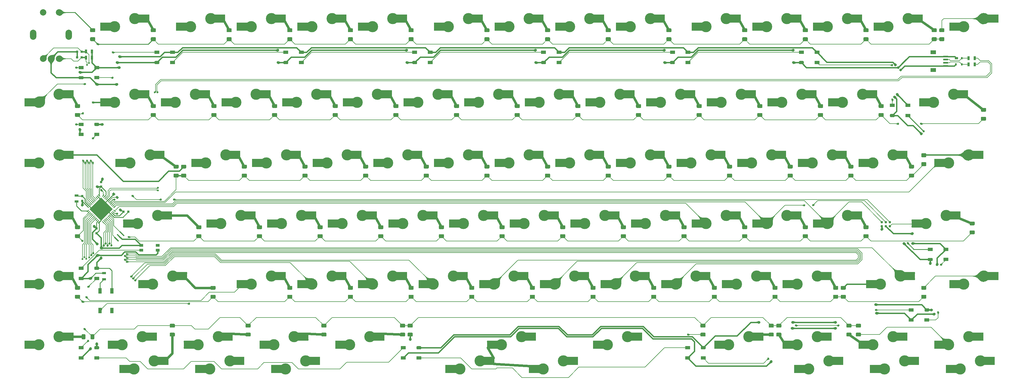
<source format=gbr>
%TF.GenerationSoftware,KiCad,Pcbnew,(5.1.10)-1*%
%TF.CreationDate,2022-05-03T20:22:29+07:00*%
%TF.ProjectId,75F,3735462e-6b69-4636-9164-5f7063625858,rev?*%
%TF.SameCoordinates,Original*%
%TF.FileFunction,Copper,L2,Bot*%
%TF.FilePolarity,Positive*%
%FSLAX46Y46*%
G04 Gerber Fmt 4.6, Leading zero omitted, Abs format (unit mm)*
G04 Created by KiCad (PCBNEW (5.1.10)-1) date 2022-05-03 20:22:29*
%MOMM*%
%LPD*%
G01*
G04 APERTURE LIST*
%TA.AperFunction,ComponentPad*%
%ADD10C,0.500000*%
%TD*%
%TA.AperFunction,ComponentPad*%
%ADD11C,3.500000*%
%TD*%
%TA.AperFunction,SMDPad,CuDef*%
%ADD12R,3.820000X2.500000*%
%TD*%
%TA.AperFunction,SMDPad,CuDef*%
%ADD13R,1.100000X1.800000*%
%TD*%
%TA.AperFunction,ConnectorPad*%
%ADD14C,0.787400*%
%TD*%
%TA.AperFunction,SMDPad,CuDef*%
%ADD15R,1.300000X0.700000*%
%TD*%
%TA.AperFunction,SMDPad,CuDef*%
%ADD16R,1.190000X0.900000*%
%TD*%
%TA.AperFunction,SMDPad,CuDef*%
%ADD17R,1.000000X0.700000*%
%TD*%
%TA.AperFunction,SMDPad,CuDef*%
%ADD18R,0.600000X0.700000*%
%TD*%
%TA.AperFunction,SMDPad,CuDef*%
%ADD19C,0.100000*%
%TD*%
%TA.AperFunction,SMDPad,CuDef*%
%ADD20R,0.700000X1.300000*%
%TD*%
%TA.AperFunction,SMDPad,CuDef*%
%ADD21R,0.800000X0.750000*%
%TD*%
%TA.AperFunction,SMDPad,CuDef*%
%ADD22R,0.750000X0.800000*%
%TD*%
%TA.AperFunction,SMDPad,CuDef*%
%ADD23R,1.500000X1.000000*%
%TD*%
%TA.AperFunction,SMDPad,CuDef*%
%ADD24R,1.800000X1.200000*%
%TD*%
%TA.AperFunction,SMDPad,CuDef*%
%ADD25R,1.550000X0.600000*%
%TD*%
%TA.AperFunction,ComponentPad*%
%ADD26C,2.000000*%
%TD*%
%TA.AperFunction,ComponentPad*%
%ADD27O,2.000000X3.200000*%
%TD*%
%TA.AperFunction,ViaPad*%
%ADD28C,0.800000*%
%TD*%
%TA.AperFunction,ViaPad*%
%ADD29C,0.600000*%
%TD*%
%TA.AperFunction,Conductor*%
%ADD30C,0.800000*%
%TD*%
%TA.AperFunction,Conductor*%
%ADD31C,0.400000*%
%TD*%
%TA.AperFunction,Conductor*%
%ADD32C,0.200000*%
%TD*%
%TA.AperFunction,Conductor*%
%ADD33C,0.250000*%
%TD*%
%TA.AperFunction,Conductor*%
%ADD34C,0.025400*%
%TD*%
%TA.AperFunction,Conductor*%
%ADD35C,0.100000*%
%TD*%
G04 APERTURE END LIST*
D10*
%TO.P,MX14,2*%
%TO.N,Net-(D14-Pad2)*%
X87784000Y-60642500D03*
X87784000Y-62547500D03*
%TO.P,MX14,1*%
%TO.N,Col2*%
X72898000Y-65087500D03*
D11*
%TO.P,MX14,2*%
%TO.N,Net-(D14-Pad2)*%
X83502500Y-61595000D03*
%TO.P,MX14,1*%
%TO.N,Col2*%
X77152500Y-64135000D03*
D12*
X74512500Y-64135000D03*
%TO.P,MX14,2*%
%TO.N,Net-(D14-Pad2)*%
X86169500Y-61595000D03*
D10*
%TO.P,MX14,1*%
%TO.N,Col2*%
X72898000Y-63182500D03*
%TD*%
D13*
%TO.P,SW1,1*%
%TO.N,GND*%
X47689178Y-104354177D03*
%TO.P,SW1,2*%
%TO.N,RST*%
X43989178Y-110554177D03*
X43989178Y-104354177D03*
%TO.P,SW1,1*%
%TO.N,GND*%
X47689178Y-110554177D03*
%TD*%
D11*
%TO.P,MX10,1*%
%TO.N,Col1*%
X60483750Y-102235000D03*
D10*
X56229250Y-103187500D03*
D12*
%TO.P,MX10,2*%
%TO.N,Net-(D10-Pad2)*%
X69500750Y-99695000D03*
D10*
X71115250Y-100647500D03*
X71115250Y-98742500D03*
D11*
X66833750Y-99695000D03*
D12*
%TO.P,MX10,1*%
%TO.N,Col1*%
X57843750Y-102235000D03*
D10*
X56229250Y-101282500D03*
%TD*%
D11*
%TO.P,MX9,1*%
%TO.N,Col1*%
X55721250Y-83185000D03*
D10*
X51466750Y-84137500D03*
D12*
%TO.P,MX9,2*%
%TO.N,Net-(D9-Pad2)*%
X64738250Y-80645000D03*
D10*
X66352750Y-81597500D03*
X66352750Y-79692500D03*
D11*
X62071250Y-80645000D03*
D12*
%TO.P,MX9,1*%
%TO.N,Col1*%
X53081250Y-83185000D03*
D10*
X51466750Y-82232500D03*
%TD*%
D14*
%TO.P,ISP1,6*%
%TO.N,Col14*%
X292080889Y-83978960D03*
%TO.P,ISP1,5*%
%TO.N,RST*%
X292080889Y-82708960D03*
%TO.P,ISP1,4*%
%TO.N,+5V*%
X290810889Y-83978960D03*
%TO.P,ISP1,3*%
%TO.N,Col11*%
X290810889Y-82708960D03*
%TO.P,ISP1,2*%
%TO.N,GND*%
X289540889Y-83978960D03*
%TO.P,ISP1,1*%
%TO.N,Col12*%
X289540889Y-82708960D03*
%TD*%
D15*
%TO.P,R5,2*%
%TO.N,RST*%
X45243864Y-100665095D03*
%TO.P,R5,1*%
%TO.N,+5V*%
X45243864Y-98765095D03*
%TD*%
D16*
%TO.P,RGB14,4*%
%TO.N,Net-(RGB14-Pad4)*%
X56936250Y-91555000D03*
%TO.P,RGB14,2*%
%TO.N,N/C*%
X62126250Y-90055000D03*
%TO.P,RGB14,1*%
%TO.N,+5V*%
X62126250Y-91555000D03*
%TO.P,RGB14,3*%
%TO.N,GND*%
X56936250Y-90055000D03*
%TD*%
%TO.P,D75,2*%
%TO.N,Net-(D75-Pad2)*%
%TA.AperFunction,SMDPad,CuDef*%
G36*
G01*
X278642266Y-117481544D02*
X279762266Y-117481544D01*
G75*
G02*
X280002266Y-117721544I0J-240000D01*
G01*
X280002266Y-118441544D01*
G75*
G02*
X279762266Y-118681544I-240000J0D01*
G01*
X278642266Y-118681544D01*
G75*
G02*
X278402266Y-118441544I0J240000D01*
G01*
X278402266Y-117721544D01*
G75*
G02*
X278642266Y-117481544I240000J0D01*
G01*
G37*
%TD.AperFunction*%
%TO.P,D75,1*%
%TO.N,Row5*%
%TA.AperFunction,SMDPad,CuDef*%
G36*
G01*
X278642266Y-114681544D02*
X279762266Y-114681544D01*
G75*
G02*
X280002266Y-114921544I0J-240000D01*
G01*
X280002266Y-115641544D01*
G75*
G02*
X279762266Y-115881544I-240000J0D01*
G01*
X278642266Y-115881544D01*
G75*
G02*
X278402266Y-115641544I0J240000D01*
G01*
X278402266Y-114921544D01*
G75*
G02*
X278642266Y-114681544I240000J0D01*
G01*
G37*
%TD.AperFunction*%
%TD*%
%TO.P,D11,2*%
%TO.N,Net-(D11-Pad2)*%
%TA.AperFunction,SMDPad,CuDef*%
G36*
G01*
X66115168Y-117481544D02*
X67235168Y-117481544D01*
G75*
G02*
X67475168Y-117721544I0J-240000D01*
G01*
X67475168Y-118441544D01*
G75*
G02*
X67235168Y-118681544I-240000J0D01*
G01*
X66115168Y-118681544D01*
G75*
G02*
X65875168Y-118441544I0J240000D01*
G01*
X65875168Y-117721544D01*
G75*
G02*
X66115168Y-117481544I240000J0D01*
G01*
G37*
%TD.AperFunction*%
%TO.P,D11,1*%
%TO.N,Row5*%
%TA.AperFunction,SMDPad,CuDef*%
G36*
G01*
X66115168Y-114681544D02*
X67235168Y-114681544D01*
G75*
G02*
X67475168Y-114921544I0J-240000D01*
G01*
X67475168Y-115641544D01*
G75*
G02*
X67235168Y-115881544I-240000J0D01*
G01*
X66115168Y-115881544D01*
G75*
G02*
X65875168Y-115641544I0J240000D01*
G01*
X65875168Y-114921544D01*
G75*
G02*
X66115168Y-114681544I240000J0D01*
G01*
G37*
%TD.AperFunction*%
%TD*%
%TO.P,D65,2*%
%TO.N,Net-(D65-Pad2)*%
%TA.AperFunction,SMDPad,CuDef*%
G36*
G01*
X254234392Y-117481544D02*
X255354392Y-117481544D01*
G75*
G02*
X255594392Y-117721544I0J-240000D01*
G01*
X255594392Y-118441544D01*
G75*
G02*
X255354392Y-118681544I-240000J0D01*
G01*
X254234392Y-118681544D01*
G75*
G02*
X253994392Y-118441544I0J240000D01*
G01*
X253994392Y-117721544D01*
G75*
G02*
X254234392Y-117481544I240000J0D01*
G01*
G37*
%TD.AperFunction*%
%TO.P,D65,1*%
%TO.N,Row5*%
%TA.AperFunction,SMDPad,CuDef*%
G36*
G01*
X254234392Y-114681544D02*
X255354392Y-114681544D01*
G75*
G02*
X255594392Y-114921544I0J-240000D01*
G01*
X255594392Y-115641544D01*
G75*
G02*
X255354392Y-115881544I-240000J0D01*
G01*
X254234392Y-115881544D01*
G75*
G02*
X253994392Y-115641544I0J240000D01*
G01*
X253994392Y-114921544D01*
G75*
G02*
X254234392Y-114681544I240000J0D01*
G01*
G37*
%TD.AperFunction*%
%TD*%
%TO.P,D4,2*%
%TO.N,Net-(D4-Pad2)*%
%TA.AperFunction,SMDPad,CuDef*%
G36*
G01*
X37469468Y-103975264D02*
X36349468Y-103975264D01*
G75*
G02*
X36109468Y-103735264I0J240000D01*
G01*
X36109468Y-103015264D01*
G75*
G02*
X36349468Y-102775264I240000J0D01*
G01*
X37469468Y-102775264D01*
G75*
G02*
X37709468Y-103015264I0J-240000D01*
G01*
X37709468Y-103735264D01*
G75*
G02*
X37469468Y-103975264I-240000J0D01*
G01*
G37*
%TD.AperFunction*%
%TO.P,D4,1*%
%TO.N,Row4*%
%TA.AperFunction,SMDPad,CuDef*%
G36*
G01*
X37469468Y-106775264D02*
X36349468Y-106775264D01*
G75*
G02*
X36109468Y-106535264I0J240000D01*
G01*
X36109468Y-105815264D01*
G75*
G02*
X36349468Y-105575264I240000J0D01*
G01*
X37469468Y-105575264D01*
G75*
G02*
X37709468Y-105815264I0J-240000D01*
G01*
X37709468Y-106535264D01*
G75*
G02*
X37469468Y-106775264I-240000J0D01*
G01*
G37*
%TD.AperFunction*%
%TD*%
%TO.P,D66,2*%
%TO.N,Net-(D66-Pad2)*%
%TA.AperFunction,SMDPad,CuDef*%
G36*
G01*
X138445819Y-117481544D02*
X139565819Y-117481544D01*
G75*
G02*
X139805819Y-117721544I0J-240000D01*
G01*
X139805819Y-118441544D01*
G75*
G02*
X139565819Y-118681544I-240000J0D01*
G01*
X138445819Y-118681544D01*
G75*
G02*
X138205819Y-118441544I0J240000D01*
G01*
X138205819Y-117721544D01*
G75*
G02*
X138445819Y-117481544I240000J0D01*
G01*
G37*
%TD.AperFunction*%
%TO.P,D66,1*%
%TO.N,Row5*%
%TA.AperFunction,SMDPad,CuDef*%
G36*
G01*
X138445819Y-114681544D02*
X139565819Y-114681544D01*
G75*
G02*
X139805819Y-114921544I0J-240000D01*
G01*
X139805819Y-115641544D01*
G75*
G02*
X139565819Y-115881544I-240000J0D01*
G01*
X138445819Y-115881544D01*
G75*
G02*
X138205819Y-115641544I0J240000D01*
G01*
X138205819Y-114921544D01*
G75*
G02*
X138445819Y-114681544I240000J0D01*
G01*
G37*
%TD.AperFunction*%
%TD*%
%TO.P,D5,2*%
%TO.N,Net-(D5-Pad2)*%
%TA.AperFunction,SMDPad,CuDef*%
G36*
G01*
X39383695Y-118205143D02*
X39383695Y-119325143D01*
G75*
G02*
X39143695Y-119565143I-240000J0D01*
G01*
X38423695Y-119565143D01*
G75*
G02*
X38183695Y-119325143I0J240000D01*
G01*
X38183695Y-118205143D01*
G75*
G02*
X38423695Y-117965143I240000J0D01*
G01*
X39143695Y-117965143D01*
G75*
G02*
X39383695Y-118205143I0J-240000D01*
G01*
G37*
%TD.AperFunction*%
%TO.P,D5,1*%
%TO.N,Row5*%
%TA.AperFunction,SMDPad,CuDef*%
G36*
G01*
X42183695Y-118205143D02*
X42183695Y-119325143D01*
G75*
G02*
X41943695Y-119565143I-240000J0D01*
G01*
X41223695Y-119565143D01*
G75*
G02*
X40983695Y-119325143I0J240000D01*
G01*
X40983695Y-118205143D01*
G75*
G02*
X41223695Y-117965143I240000J0D01*
G01*
X41943695Y-117965143D01*
G75*
G02*
X42183695Y-118205143I0J-240000D01*
G01*
G37*
%TD.AperFunction*%
%TD*%
%TO.P,D81,2*%
%TO.N,Net-(D81-Pad2)*%
%TA.AperFunction,SMDPad,CuDef*%
G36*
G01*
X281618836Y-117481544D02*
X282738836Y-117481544D01*
G75*
G02*
X282978836Y-117721544I0J-240000D01*
G01*
X282978836Y-118441544D01*
G75*
G02*
X282738836Y-118681544I-240000J0D01*
G01*
X281618836Y-118681544D01*
G75*
G02*
X281378836Y-118441544I0J240000D01*
G01*
X281378836Y-117721544D01*
G75*
G02*
X281618836Y-117481544I240000J0D01*
G01*
G37*
%TD.AperFunction*%
%TO.P,D81,1*%
%TO.N,Row5*%
%TA.AperFunction,SMDPad,CuDef*%
G36*
G01*
X281618836Y-114681544D02*
X282738836Y-114681544D01*
G75*
G02*
X282978836Y-114921544I0J-240000D01*
G01*
X282978836Y-115641544D01*
G75*
G02*
X282738836Y-115881544I-240000J0D01*
G01*
X281618836Y-115881544D01*
G75*
G02*
X281378836Y-115641544I0J240000D01*
G01*
X281378836Y-114921544D01*
G75*
G02*
X281618836Y-114681544I240000J0D01*
G01*
G37*
%TD.AperFunction*%
%TD*%
%TO.P,D83,2*%
%TO.N,Net-(D83-Pad2)*%
%TA.AperFunction,SMDPad,CuDef*%
G36*
G01*
X277976324Y-103975264D02*
X276856324Y-103975264D01*
G75*
G02*
X276616324Y-103735264I0J240000D01*
G01*
X276616324Y-103015264D01*
G75*
G02*
X276856324Y-102775264I240000J0D01*
G01*
X277976324Y-102775264D01*
G75*
G02*
X278216324Y-103015264I0J-240000D01*
G01*
X278216324Y-103735264D01*
G75*
G02*
X277976324Y-103975264I-240000J0D01*
G01*
G37*
%TD.AperFunction*%
%TO.P,D83,1*%
%TO.N,Row4*%
%TA.AperFunction,SMDPad,CuDef*%
G36*
G01*
X277976324Y-106775264D02*
X276856324Y-106775264D01*
G75*
G02*
X276616324Y-106535264I0J240000D01*
G01*
X276616324Y-105815264D01*
G75*
G02*
X276856324Y-105575264I240000J0D01*
G01*
X277976324Y-105575264D01*
G75*
G02*
X278216324Y-105815264I0J-240000D01*
G01*
X278216324Y-106535264D01*
G75*
G02*
X277976324Y-106775264I-240000J0D01*
G01*
G37*
%TD.AperFunction*%
%TD*%
%TO.P,D17,2*%
%TO.N,Net-(D17-Pad2)*%
%TA.AperFunction,SMDPad,CuDef*%
G36*
G01*
X89927728Y-117481544D02*
X91047728Y-117481544D01*
G75*
G02*
X91287728Y-117721544I0J-240000D01*
G01*
X91287728Y-118441544D01*
G75*
G02*
X91047728Y-118681544I-240000J0D01*
G01*
X89927728Y-118681544D01*
G75*
G02*
X89687728Y-118441544I0J240000D01*
G01*
X89687728Y-117721544D01*
G75*
G02*
X89927728Y-117481544I240000J0D01*
G01*
G37*
%TD.AperFunction*%
%TO.P,D17,1*%
%TO.N,Row5*%
%TA.AperFunction,SMDPad,CuDef*%
G36*
G01*
X89927728Y-114681544D02*
X91047728Y-114681544D01*
G75*
G02*
X91287728Y-114921544I0J-240000D01*
G01*
X91287728Y-115641544D01*
G75*
G02*
X91047728Y-115881544I-240000J0D01*
G01*
X89927728Y-115881544D01*
G75*
G02*
X89687728Y-115641544I0J240000D01*
G01*
X89687728Y-114921544D01*
G75*
G02*
X89927728Y-114681544I240000J0D01*
G01*
G37*
%TD.AperFunction*%
%TD*%
%TO.P,D23,2*%
%TO.N,Net-(D23-Pad2)*%
%TA.AperFunction,SMDPad,CuDef*%
G36*
G01*
X113740288Y-117481544D02*
X114860288Y-117481544D01*
G75*
G02*
X115100288Y-117721544I0J-240000D01*
G01*
X115100288Y-118441544D01*
G75*
G02*
X114860288Y-118681544I-240000J0D01*
G01*
X113740288Y-118681544D01*
G75*
G02*
X113500288Y-118441544I0J240000D01*
G01*
X113500288Y-117721544D01*
G75*
G02*
X113740288Y-117481544I240000J0D01*
G01*
G37*
%TD.AperFunction*%
%TO.P,D23,1*%
%TO.N,Row5*%
%TA.AperFunction,SMDPad,CuDef*%
G36*
G01*
X113740288Y-114681544D02*
X114860288Y-114681544D01*
G75*
G02*
X115100288Y-114921544I0J-240000D01*
G01*
X115100288Y-115641544D01*
G75*
G02*
X114860288Y-115881544I-240000J0D01*
G01*
X113740288Y-115881544D01*
G75*
G02*
X113500288Y-115641544I0J240000D01*
G01*
X113500288Y-114921544D01*
G75*
G02*
X113740288Y-114681544I240000J0D01*
G01*
G37*
%TD.AperFunction*%
%TD*%
%TO.P,D84,2*%
%TO.N,Net-(D84-Pad2)*%
%TA.AperFunction,SMDPad,CuDef*%
G36*
G01*
X303277169Y-103975264D02*
X302157169Y-103975264D01*
G75*
G02*
X301917169Y-103735264I0J240000D01*
G01*
X301917169Y-103015264D01*
G75*
G02*
X302157169Y-102775264I240000J0D01*
G01*
X303277169Y-102775264D01*
G75*
G02*
X303517169Y-103015264I0J-240000D01*
G01*
X303517169Y-103735264D01*
G75*
G02*
X303277169Y-103975264I-240000J0D01*
G01*
G37*
%TD.AperFunction*%
%TO.P,D84,1*%
%TO.N,Row4*%
%TA.AperFunction,SMDPad,CuDef*%
G36*
G01*
X303277169Y-106775264D02*
X302157169Y-106775264D01*
G75*
G02*
X301917169Y-106535264I0J240000D01*
G01*
X301917169Y-105815264D01*
G75*
G02*
X302157169Y-105575264I240000J0D01*
G01*
X303277169Y-105575264D01*
G75*
G02*
X303517169Y-105815264I0J-240000D01*
G01*
X303517169Y-106535264D01*
G75*
G02*
X303277169Y-106775264I-240000J0D01*
G01*
G37*
%TD.AperFunction*%
%TD*%
%TO.P,D80,2*%
%TO.N,Net-(D80-Pad2)*%
%TA.AperFunction,SMDPad,CuDef*%
G36*
G01*
X232803088Y-117481544D02*
X233923088Y-117481544D01*
G75*
G02*
X234163088Y-117721544I0J-240000D01*
G01*
X234163088Y-118441544D01*
G75*
G02*
X233923088Y-118681544I-240000J0D01*
G01*
X232803088Y-118681544D01*
G75*
G02*
X232563088Y-118441544I0J240000D01*
G01*
X232563088Y-117721544D01*
G75*
G02*
X232803088Y-117481544I240000J0D01*
G01*
G37*
%TD.AperFunction*%
%TO.P,D80,1*%
%TO.N,Row5*%
%TA.AperFunction,SMDPad,CuDef*%
G36*
G01*
X232803088Y-114681544D02*
X233923088Y-114681544D01*
G75*
G02*
X234163088Y-114921544I0J-240000D01*
G01*
X234163088Y-115641544D01*
G75*
G02*
X233923088Y-115881544I-240000J0D01*
G01*
X232803088Y-115881544D01*
G75*
G02*
X232563088Y-115641544I0J240000D01*
G01*
X232563088Y-114921544D01*
G75*
G02*
X232803088Y-114681544I240000J0D01*
G01*
G37*
%TD.AperFunction*%
%TD*%
%TO.P,D77,2*%
%TO.N,Net-(D77-Pad2)*%
%TA.AperFunction,SMDPad,CuDef*%
G36*
G01*
X322029560Y-48015748D02*
X320909560Y-48015748D01*
G75*
G02*
X320669560Y-47775748I0J240000D01*
G01*
X320669560Y-47055748D01*
G75*
G02*
X320909560Y-46815748I240000J0D01*
G01*
X322029560Y-46815748D01*
G75*
G02*
X322269560Y-47055748I0J-240000D01*
G01*
X322269560Y-47775748D01*
G75*
G02*
X322029560Y-48015748I-240000J0D01*
G01*
G37*
%TD.AperFunction*%
%TO.P,D77,1*%
%TO.N,Row1*%
%TA.AperFunction,SMDPad,CuDef*%
G36*
G01*
X322029560Y-50815748D02*
X320909560Y-50815748D01*
G75*
G02*
X320669560Y-50575748I0J240000D01*
G01*
X320669560Y-49855748D01*
G75*
G02*
X320909560Y-49615748I240000J0D01*
G01*
X322029560Y-49615748D01*
G75*
G02*
X322269560Y-49855748I0J-240000D01*
G01*
X322269560Y-50575748D01*
G75*
G02*
X322029560Y-50815748I-240000J0D01*
G01*
G37*
%TD.AperFunction*%
%TD*%
%TO.P,D71,2*%
%TO.N,Net-(D71-Pad2)*%
%TA.AperFunction,SMDPad,CuDef*%
G36*
G01*
X256615648Y-117481544D02*
X257735648Y-117481544D01*
G75*
G02*
X257975648Y-117721544I0J-240000D01*
G01*
X257975648Y-118441544D01*
G75*
G02*
X257735648Y-118681544I-240000J0D01*
G01*
X256615648Y-118681544D01*
G75*
G02*
X256375648Y-118441544I0J240000D01*
G01*
X256375648Y-117721544D01*
G75*
G02*
X256615648Y-117481544I240000J0D01*
G01*
G37*
%TD.AperFunction*%
%TO.P,D71,1*%
%TO.N,Row5*%
%TA.AperFunction,SMDPad,CuDef*%
G36*
G01*
X256615648Y-114681544D02*
X257735648Y-114681544D01*
G75*
G02*
X257975648Y-114921544I0J-240000D01*
G01*
X257975648Y-115641544D01*
G75*
G02*
X257735648Y-115881544I-240000J0D01*
G01*
X256615648Y-115881544D01*
G75*
G02*
X256375648Y-115641544I0J240000D01*
G01*
X256375648Y-114921544D01*
G75*
G02*
X256615648Y-114681544I240000J0D01*
G01*
G37*
%TD.AperFunction*%
%TD*%
%TO.P,D39,2*%
%TO.N,Net-(D39-Pad2)*%
%TA.AperFunction,SMDPad,CuDef*%
G36*
G01*
X140827075Y-117481544D02*
X141947075Y-117481544D01*
G75*
G02*
X142187075Y-117721544I0J-240000D01*
G01*
X142187075Y-118441544D01*
G75*
G02*
X141947075Y-118681544I-240000J0D01*
G01*
X140827075Y-118681544D01*
G75*
G02*
X140587075Y-118441544I0J240000D01*
G01*
X140587075Y-117721544D01*
G75*
G02*
X140827075Y-117481544I240000J0D01*
G01*
G37*
%TD.AperFunction*%
%TO.P,D39,1*%
%TO.N,Row5*%
%TA.AperFunction,SMDPad,CuDef*%
G36*
G01*
X140827075Y-114681544D02*
X141947075Y-114681544D01*
G75*
G02*
X142187075Y-114921544I0J-240000D01*
G01*
X142187075Y-115641544D01*
G75*
G02*
X141947075Y-115881544I-240000J0D01*
G01*
X140827075Y-115881544D01*
G75*
G02*
X140587075Y-115641544I0J240000D01*
G01*
X140587075Y-114921544D01*
G75*
G02*
X140827075Y-114681544I240000J0D01*
G01*
G37*
%TD.AperFunction*%
%TD*%
D17*
%TO.P,U1,1*%
%TO.N,GND*%
X312980478Y-31146956D03*
D18*
%TO.P,U1,4*%
%TO.N,+5V*%
X312780478Y-33146956D03*
%TO.P,U1,2*%
%TO.N,DG+*%
X314680478Y-31146956D03*
%TO.P,U1,3*%
%TO.N,DG-*%
X314680478Y-33146956D03*
%TD*%
%TA.AperFunction,SMDPad,CuDef*%
D19*
%TO.P,Y1,3*%
%TO.N,Net-(U2-Pad16)*%
G36*
X51385234Y-87178146D02*
G01*
X50041731Y-85834643D01*
X50324574Y-85551800D01*
X51668077Y-86895303D01*
X51385234Y-87178146D01*
G37*
%TD.AperFunction*%
%TA.AperFunction,SMDPad,CuDef*%
%TO.P,Y1,2*%
%TO.N,GND*%
G36*
X50536706Y-88026674D02*
G01*
X49193203Y-86683171D01*
X49476046Y-86400328D01*
X50819549Y-87743831D01*
X50536706Y-88026674D01*
G37*
%TD.AperFunction*%
%TA.AperFunction,SMDPad,CuDef*%
%TO.P,Y1,1*%
%TO.N,Net-(U2-Pad17)*%
G36*
X49688178Y-88875202D02*
G01*
X48344675Y-87531699D01*
X48627518Y-87248856D01*
X49971021Y-88592359D01*
X49688178Y-88875202D01*
G37*
%TD.AperFunction*%
%TD*%
D20*
%TO.P,R2,2*%
%TO.N,ECA*%
X39531420Y-29070435D03*
%TO.P,R2,1*%
%TO.N,+5V*%
X41431420Y-29070435D03*
%TD*%
%TO.P,R1,1*%
%TO.N,ECB*%
X39531420Y-31056380D03*
%TO.P,R1,2*%
%TO.N,+5V*%
X41431420Y-31056380D03*
%TD*%
D21*
%TO.P,C9,2*%
%TO.N,ECA*%
X38254845Y-29170435D03*
%TO.P,C9,1*%
%TO.N,GND*%
X36754845Y-29170435D03*
%TD*%
%TO.P,C8,2*%
%TO.N,GND*%
X36754845Y-30956380D03*
%TO.P,C8,1*%
%TO.N,ECB*%
X38254845Y-30956380D03*
%TD*%
%TO.P,D20,2*%
%TO.N,Net-(D20-Pad2)*%
%TA.AperFunction,SMDPad,CuDef*%
G36*
G01*
X108907330Y-65875280D02*
X107787330Y-65875280D01*
G75*
G02*
X107547330Y-65635280I0J240000D01*
G01*
X107547330Y-64915280D01*
G75*
G02*
X107787330Y-64675280I240000J0D01*
G01*
X108907330Y-64675280D01*
G75*
G02*
X109147330Y-64915280I0J-240000D01*
G01*
X109147330Y-65635280D01*
G75*
G02*
X108907330Y-65875280I-240000J0D01*
G01*
G37*
%TD.AperFunction*%
%TO.P,D20,1*%
%TO.N,Row2*%
%TA.AperFunction,SMDPad,CuDef*%
G36*
G01*
X108907330Y-68675280D02*
X107787330Y-68675280D01*
G75*
G02*
X107547330Y-68435280I0J240000D01*
G01*
X107547330Y-67715280D01*
G75*
G02*
X107787330Y-67475280I240000J0D01*
G01*
X108907330Y-67475280D01*
G75*
G02*
X109147330Y-67715280I0J-240000D01*
G01*
X109147330Y-68435280D01*
G75*
G02*
X108907330Y-68675280I-240000J0D01*
G01*
G37*
%TD.AperFunction*%
%TD*%
%TO.P,D15,2*%
%TO.N,Net-(D15-Pad2)*%
%TA.AperFunction,SMDPad,CuDef*%
G36*
G01*
X94619770Y-84925360D02*
X93499770Y-84925360D01*
G75*
G02*
X93259770Y-84685360I0J240000D01*
G01*
X93259770Y-83965360D01*
G75*
G02*
X93499770Y-83725360I240000J0D01*
G01*
X94619770Y-83725360D01*
G75*
G02*
X94859770Y-83965360I0J-240000D01*
G01*
X94859770Y-84685360D01*
G75*
G02*
X94619770Y-84925360I-240000J0D01*
G01*
G37*
%TD.AperFunction*%
%TO.P,D15,1*%
%TO.N,Row3*%
%TA.AperFunction,SMDPad,CuDef*%
G36*
G01*
X94619770Y-87725360D02*
X93499770Y-87725360D01*
G75*
G02*
X93259770Y-87485360I0J240000D01*
G01*
X93259770Y-86765360D01*
G75*
G02*
X93499770Y-86525360I240000J0D01*
G01*
X94619770Y-86525360D01*
G75*
G02*
X94859770Y-86765360I0J-240000D01*
G01*
X94859770Y-87485360D01*
G75*
G02*
X94619770Y-87725360I-240000J0D01*
G01*
G37*
%TD.AperFunction*%
%TD*%
%TO.P,D37,2*%
%TO.N,Net-(D37-Pad2)*%
%TA.AperFunction,SMDPad,CuDef*%
G36*
G01*
X170820090Y-84925360D02*
X169700090Y-84925360D01*
G75*
G02*
X169460090Y-84685360I0J240000D01*
G01*
X169460090Y-83965360D01*
G75*
G02*
X169700090Y-83725360I240000J0D01*
G01*
X170820090Y-83725360D01*
G75*
G02*
X171060090Y-83965360I0J-240000D01*
G01*
X171060090Y-84685360D01*
G75*
G02*
X170820090Y-84925360I-240000J0D01*
G01*
G37*
%TD.AperFunction*%
%TO.P,D37,1*%
%TO.N,Row3*%
%TA.AperFunction,SMDPad,CuDef*%
G36*
G01*
X170820090Y-87725360D02*
X169700090Y-87725360D01*
G75*
G02*
X169460090Y-87485360I0J240000D01*
G01*
X169460090Y-86765360D01*
G75*
G02*
X169700090Y-86525360I240000J0D01*
G01*
X170820090Y-86525360D01*
G75*
G02*
X171060090Y-86765360I0J-240000D01*
G01*
X171060090Y-87485360D01*
G75*
G02*
X170820090Y-87725360I-240000J0D01*
G01*
G37*
%TD.AperFunction*%
%TD*%
%TO.P,D52,2*%
%TO.N,Net-(D52-Pad2)*%
%TA.AperFunction,SMDPad,CuDef*%
G36*
G01*
X223207810Y-65875280D02*
X222087810Y-65875280D01*
G75*
G02*
X221847810Y-65635280I0J240000D01*
G01*
X221847810Y-64915280D01*
G75*
G02*
X222087810Y-64675280I240000J0D01*
G01*
X223207810Y-64675280D01*
G75*
G02*
X223447810Y-64915280I0J-240000D01*
G01*
X223447810Y-65635280D01*
G75*
G02*
X223207810Y-65875280I-240000J0D01*
G01*
G37*
%TD.AperFunction*%
%TO.P,D52,1*%
%TO.N,Row2*%
%TA.AperFunction,SMDPad,CuDef*%
G36*
G01*
X223207810Y-68675280D02*
X222087810Y-68675280D01*
G75*
G02*
X221847810Y-68435280I0J240000D01*
G01*
X221847810Y-67715280D01*
G75*
G02*
X222087810Y-67475280I240000J0D01*
G01*
X223207810Y-67475280D01*
G75*
G02*
X223447810Y-67715280I0J-240000D01*
G01*
X223447810Y-68435280D01*
G75*
G02*
X223207810Y-68675280I-240000J0D01*
G01*
G37*
%TD.AperFunction*%
%TD*%
%TO.P,D54,2*%
%TO.N,Net-(D54-Pad2)*%
%TA.AperFunction,SMDPad,CuDef*%
G36*
G01*
X237495370Y-103975440D02*
X236375370Y-103975440D01*
G75*
G02*
X236135370Y-103735440I0J240000D01*
G01*
X236135370Y-103015440D01*
G75*
G02*
X236375370Y-102775440I240000J0D01*
G01*
X237495370Y-102775440D01*
G75*
G02*
X237735370Y-103015440I0J-240000D01*
G01*
X237735370Y-103735440D01*
G75*
G02*
X237495370Y-103975440I-240000J0D01*
G01*
G37*
%TD.AperFunction*%
%TO.P,D54,1*%
%TO.N,Row4*%
%TA.AperFunction,SMDPad,CuDef*%
G36*
G01*
X237495370Y-106775440D02*
X236375370Y-106775440D01*
G75*
G02*
X236135370Y-106535440I0J240000D01*
G01*
X236135370Y-105815440D01*
G75*
G02*
X236375370Y-105575440I240000J0D01*
G01*
X237495370Y-105575440D01*
G75*
G02*
X237735370Y-105815440I0J-240000D01*
G01*
X237735370Y-106535440D01*
G75*
G02*
X237495370Y-106775440I-240000J0D01*
G01*
G37*
%TD.AperFunction*%
%TD*%
%TO.P,D31,2*%
%TO.N,Net-(D31-Pad2)*%
%TA.AperFunction,SMDPad,CuDef*%
G36*
G01*
X147007490Y-65875280D02*
X145887490Y-65875280D01*
G75*
G02*
X145647490Y-65635280I0J240000D01*
G01*
X145647490Y-64915280D01*
G75*
G02*
X145887490Y-64675280I240000J0D01*
G01*
X147007490Y-64675280D01*
G75*
G02*
X147247490Y-64915280I0J-240000D01*
G01*
X147247490Y-65635280D01*
G75*
G02*
X147007490Y-65875280I-240000J0D01*
G01*
G37*
%TD.AperFunction*%
%TO.P,D31,1*%
%TO.N,Row2*%
%TA.AperFunction,SMDPad,CuDef*%
G36*
G01*
X147007490Y-68675280D02*
X145887490Y-68675280D01*
G75*
G02*
X145647490Y-68435280I0J240000D01*
G01*
X145647490Y-67715280D01*
G75*
G02*
X145887490Y-67475280I240000J0D01*
G01*
X147007490Y-67475280D01*
G75*
G02*
X147247490Y-67715280I0J-240000D01*
G01*
X147247490Y-68435280D01*
G75*
G02*
X147007490Y-68675280I-240000J0D01*
G01*
G37*
%TD.AperFunction*%
%TD*%
%TO.P,D38,2*%
%TO.N,Net-(D38-Pad2)*%
%TA.AperFunction,SMDPad,CuDef*%
G36*
G01*
X180345130Y-103975440D02*
X179225130Y-103975440D01*
G75*
G02*
X178985130Y-103735440I0J240000D01*
G01*
X178985130Y-103015440D01*
G75*
G02*
X179225130Y-102775440I240000J0D01*
G01*
X180345130Y-102775440D01*
G75*
G02*
X180585130Y-103015440I0J-240000D01*
G01*
X180585130Y-103735440D01*
G75*
G02*
X180345130Y-103975440I-240000J0D01*
G01*
G37*
%TD.AperFunction*%
%TO.P,D38,1*%
%TO.N,Row4*%
%TA.AperFunction,SMDPad,CuDef*%
G36*
G01*
X180345130Y-106775440D02*
X179225130Y-106775440D01*
G75*
G02*
X178985130Y-106535440I0J240000D01*
G01*
X178985130Y-105815440D01*
G75*
G02*
X179225130Y-105575440I240000J0D01*
G01*
X180345130Y-105575440D01*
G75*
G02*
X180585130Y-105815440I0J-240000D01*
G01*
X180585130Y-106535440D01*
G75*
G02*
X180345130Y-106775440I-240000J0D01*
G01*
G37*
%TD.AperFunction*%
%TD*%
%TO.P,D49,2*%
%TO.N,Net-(D49-Pad2)*%
%TA.AperFunction,SMDPad,CuDef*%
G36*
G01*
X218445290Y-103975440D02*
X217325290Y-103975440D01*
G75*
G02*
X217085290Y-103735440I0J240000D01*
G01*
X217085290Y-103015440D01*
G75*
G02*
X217325290Y-102775440I240000J0D01*
G01*
X218445290Y-102775440D01*
G75*
G02*
X218685290Y-103015440I0J-240000D01*
G01*
X218685290Y-103735440D01*
G75*
G02*
X218445290Y-103975440I-240000J0D01*
G01*
G37*
%TD.AperFunction*%
%TO.P,D49,1*%
%TO.N,Row4*%
%TA.AperFunction,SMDPad,CuDef*%
G36*
G01*
X218445290Y-106775440D02*
X217325290Y-106775440D01*
G75*
G02*
X217085290Y-106535440I0J240000D01*
G01*
X217085290Y-105815440D01*
G75*
G02*
X217325290Y-105575440I240000J0D01*
G01*
X218445290Y-105575440D01*
G75*
G02*
X218685290Y-105815440I0J-240000D01*
G01*
X218685290Y-106535440D01*
G75*
G02*
X218445290Y-106775440I-240000J0D01*
G01*
G37*
%TD.AperFunction*%
%TD*%
%TO.P,C5,2*%
%TO.N,+5V*%
X51339975Y-79474419D03*
%TO.P,C5,1*%
%TO.N,GND*%
X52839975Y-79474419D03*
%TD*%
%TO.P,D9,2*%
%TO.N,Net-(D9-Pad2)*%
%TA.AperFunction,SMDPad,CuDef*%
G36*
G01*
X75569690Y-84925360D02*
X74449690Y-84925360D01*
G75*
G02*
X74209690Y-84685360I0J240000D01*
G01*
X74209690Y-83965360D01*
G75*
G02*
X74449690Y-83725360I240000J0D01*
G01*
X75569690Y-83725360D01*
G75*
G02*
X75809690Y-83965360I0J-240000D01*
G01*
X75809690Y-84685360D01*
G75*
G02*
X75569690Y-84925360I-240000J0D01*
G01*
G37*
%TD.AperFunction*%
%TO.P,D9,1*%
%TO.N,Row3*%
%TA.AperFunction,SMDPad,CuDef*%
G36*
G01*
X75569690Y-87725360D02*
X74449690Y-87725360D01*
G75*
G02*
X74209690Y-87485360I0J240000D01*
G01*
X74209690Y-86765360D01*
G75*
G02*
X74449690Y-86525360I240000J0D01*
G01*
X75569690Y-86525360D01*
G75*
G02*
X75809690Y-86765360I0J-240000D01*
G01*
X75809690Y-87485360D01*
G75*
G02*
X75569690Y-87725360I-240000J0D01*
G01*
G37*
%TD.AperFunction*%
%TD*%
%TO.P,D2,2*%
%TO.N,Net-(D2-Pad2)*%
%TA.AperFunction,SMDPad,CuDef*%
G36*
G01*
X70806875Y-65875000D02*
X69686875Y-65875000D01*
G75*
G02*
X69446875Y-65635000I0J240000D01*
G01*
X69446875Y-64915000D01*
G75*
G02*
X69686875Y-64675000I240000J0D01*
G01*
X70806875Y-64675000D01*
G75*
G02*
X71046875Y-64915000I0J-240000D01*
G01*
X71046875Y-65635000D01*
G75*
G02*
X70806875Y-65875000I-240000J0D01*
G01*
G37*
%TD.AperFunction*%
%TO.P,D2,1*%
%TO.N,Row2*%
%TA.AperFunction,SMDPad,CuDef*%
G36*
G01*
X70806875Y-68675000D02*
X69686875Y-68675000D01*
G75*
G02*
X69446875Y-68435000I0J240000D01*
G01*
X69446875Y-67715000D01*
G75*
G02*
X69686875Y-67475000I240000J0D01*
G01*
X70806875Y-67475000D01*
G75*
G02*
X71046875Y-67715000I0J-240000D01*
G01*
X71046875Y-68435000D01*
G75*
G02*
X70806875Y-68675000I-240000J0D01*
G01*
G37*
%TD.AperFunction*%
%TD*%
%TA.AperFunction,SMDPad,CuDef*%
D19*
%TO.P,C6,2*%
%TO.N,GND*%
G36*
X48833426Y-73901598D02*
G01*
X48303096Y-74431928D01*
X47737410Y-73866242D01*
X48267740Y-73335912D01*
X48833426Y-73901598D01*
G37*
%TD.AperFunction*%
%TA.AperFunction,SMDPad,CuDef*%
%TO.P,C6,1*%
%TO.N,Net-(C6-Pad1)*%
G36*
X49894086Y-74962258D02*
G01*
X49363756Y-75492588D01*
X48798070Y-74926902D01*
X49328400Y-74396572D01*
X49894086Y-74962258D01*
G37*
%TD.AperFunction*%
%TD*%
%TO.P,D3,2*%
%TO.N,Net-(D3-Pad2)*%
%TA.AperFunction,SMDPad,CuDef*%
G36*
G01*
X37469468Y-84925216D02*
X36349468Y-84925216D01*
G75*
G02*
X36109468Y-84685216I0J240000D01*
G01*
X36109468Y-83965216D01*
G75*
G02*
X36349468Y-83725216I240000J0D01*
G01*
X37469468Y-83725216D01*
G75*
G02*
X37709468Y-83965216I0J-240000D01*
G01*
X37709468Y-84685216D01*
G75*
G02*
X37469468Y-84925216I-240000J0D01*
G01*
G37*
%TD.AperFunction*%
%TO.P,D3,1*%
%TO.N,Row3*%
%TA.AperFunction,SMDPad,CuDef*%
G36*
G01*
X37469468Y-87725216D02*
X36349468Y-87725216D01*
G75*
G02*
X36109468Y-87485216I0J240000D01*
G01*
X36109468Y-86765216D01*
G75*
G02*
X36349468Y-86525216I240000J0D01*
G01*
X37469468Y-86525216D01*
G75*
G02*
X37709468Y-86765216I0J-240000D01*
G01*
X37709468Y-87485216D01*
G75*
G02*
X37469468Y-87725216I-240000J0D01*
G01*
G37*
%TD.AperFunction*%
%TD*%
%TO.P,D14,2*%
%TO.N,Net-(D14-Pad2)*%
%TA.AperFunction,SMDPad,CuDef*%
G36*
G01*
X89857250Y-65875280D02*
X88737250Y-65875280D01*
G75*
G02*
X88497250Y-65635280I0J240000D01*
G01*
X88497250Y-64915280D01*
G75*
G02*
X88737250Y-64675280I240000J0D01*
G01*
X89857250Y-64675280D01*
G75*
G02*
X90097250Y-64915280I0J-240000D01*
G01*
X90097250Y-65635280D01*
G75*
G02*
X89857250Y-65875280I-240000J0D01*
G01*
G37*
%TD.AperFunction*%
%TO.P,D14,1*%
%TO.N,Row2*%
%TA.AperFunction,SMDPad,CuDef*%
G36*
G01*
X89857250Y-68675280D02*
X88737250Y-68675280D01*
G75*
G02*
X88497250Y-68435280I0J240000D01*
G01*
X88497250Y-67715280D01*
G75*
G02*
X88737250Y-67475280I240000J0D01*
G01*
X89857250Y-67475280D01*
G75*
G02*
X90097250Y-67715280I0J-240000D01*
G01*
X90097250Y-68435280D01*
G75*
G02*
X89857250Y-68675280I-240000J0D01*
G01*
G37*
%TD.AperFunction*%
%TD*%
%TO.P,D27,2*%
%TO.N,Net-(D27-Pad2)*%
%TA.AperFunction,SMDPad,CuDef*%
G36*
G01*
X132719930Y-84925360D02*
X131599930Y-84925360D01*
G75*
G02*
X131359930Y-84685360I0J240000D01*
G01*
X131359930Y-83965360D01*
G75*
G02*
X131599930Y-83725360I240000J0D01*
G01*
X132719930Y-83725360D01*
G75*
G02*
X132959930Y-83965360I0J-240000D01*
G01*
X132959930Y-84685360D01*
G75*
G02*
X132719930Y-84925360I-240000J0D01*
G01*
G37*
%TD.AperFunction*%
%TO.P,D27,1*%
%TO.N,Row3*%
%TA.AperFunction,SMDPad,CuDef*%
G36*
G01*
X132719930Y-87725360D02*
X131599930Y-87725360D01*
G75*
G02*
X131359930Y-87485360I0J240000D01*
G01*
X131359930Y-86765360D01*
G75*
G02*
X131599930Y-86525360I240000J0D01*
G01*
X132719930Y-86525360D01*
G75*
G02*
X132959930Y-86765360I0J-240000D01*
G01*
X132959930Y-87485360D01*
G75*
G02*
X132719930Y-87725360I-240000J0D01*
G01*
G37*
%TD.AperFunction*%
%TD*%
D22*
%TO.P,C1,2*%
%TO.N,+5V*%
X44350893Y-71592366D03*
%TO.P,C1,1*%
%TO.N,GND*%
X44350893Y-70092366D03*
%TD*%
%TO.P,C7,2*%
%TO.N,+5V*%
X38397753Y-76057221D03*
%TO.P,C7,1*%
%TO.N,GND*%
X38397753Y-74557221D03*
%TD*%
%TO.P,D10,2*%
%TO.N,Net-(D10-Pad2)*%
%TA.AperFunction,SMDPad,CuDef*%
G36*
G01*
X80034419Y-103975264D02*
X78914419Y-103975264D01*
G75*
G02*
X78674419Y-103735264I0J240000D01*
G01*
X78674419Y-103015264D01*
G75*
G02*
X78914419Y-102775264I240000J0D01*
G01*
X80034419Y-102775264D01*
G75*
G02*
X80274419Y-103015264I0J-240000D01*
G01*
X80274419Y-103735264D01*
G75*
G02*
X80034419Y-103975264I-240000J0D01*
G01*
G37*
%TD.AperFunction*%
%TO.P,D10,1*%
%TO.N,Row4*%
%TA.AperFunction,SMDPad,CuDef*%
G36*
G01*
X80034419Y-106775264D02*
X78914419Y-106775264D01*
G75*
G02*
X78674419Y-106535264I0J240000D01*
G01*
X78674419Y-105815264D01*
G75*
G02*
X78914419Y-105575264I240000J0D01*
G01*
X80034419Y-105575264D01*
G75*
G02*
X80274419Y-105815264I0J-240000D01*
G01*
X80274419Y-106535264D01*
G75*
G02*
X80034419Y-106775264I-240000J0D01*
G01*
G37*
%TD.AperFunction*%
%TD*%
%TO.P,D26,2*%
%TO.N,Net-(D26-Pad2)*%
%TA.AperFunction,SMDPad,CuDef*%
G36*
G01*
X127957410Y-65875280D02*
X126837410Y-65875280D01*
G75*
G02*
X126597410Y-65635280I0J240000D01*
G01*
X126597410Y-64915280D01*
G75*
G02*
X126837410Y-64675280I240000J0D01*
G01*
X127957410Y-64675280D01*
G75*
G02*
X128197410Y-64915280I0J-240000D01*
G01*
X128197410Y-65635280D01*
G75*
G02*
X127957410Y-65875280I-240000J0D01*
G01*
G37*
%TD.AperFunction*%
%TO.P,D26,1*%
%TO.N,Row2*%
%TA.AperFunction,SMDPad,CuDef*%
G36*
G01*
X127957410Y-68675280D02*
X126837410Y-68675280D01*
G75*
G02*
X126597410Y-68435280I0J240000D01*
G01*
X126597410Y-67715280D01*
G75*
G02*
X126837410Y-67475280I240000J0D01*
G01*
X127957410Y-67475280D01*
G75*
G02*
X128197410Y-67715280I0J-240000D01*
G01*
X128197410Y-68435280D01*
G75*
G02*
X127957410Y-68675280I-240000J0D01*
G01*
G37*
%TD.AperFunction*%
%TD*%
%TO.P,D32,2*%
%TO.N,Net-(D32-Pad2)*%
%TA.AperFunction,SMDPad,CuDef*%
G36*
G01*
X151770010Y-84925360D02*
X150650010Y-84925360D01*
G75*
G02*
X150410010Y-84685360I0J240000D01*
G01*
X150410010Y-83965360D01*
G75*
G02*
X150650010Y-83725360I240000J0D01*
G01*
X151770010Y-83725360D01*
G75*
G02*
X152010010Y-83965360I0J-240000D01*
G01*
X152010010Y-84685360D01*
G75*
G02*
X151770010Y-84925360I-240000J0D01*
G01*
G37*
%TD.AperFunction*%
%TO.P,D32,1*%
%TO.N,Row3*%
%TA.AperFunction,SMDPad,CuDef*%
G36*
G01*
X151770010Y-87725360D02*
X150650010Y-87725360D01*
G75*
G02*
X150410010Y-87485360I0J240000D01*
G01*
X150410010Y-86765360D01*
G75*
G02*
X150650010Y-86525360I240000J0D01*
G01*
X151770010Y-86525360D01*
G75*
G02*
X152010010Y-86765360I0J-240000D01*
G01*
X152010010Y-87485360D01*
G75*
G02*
X151770010Y-87725360I-240000J0D01*
G01*
G37*
%TD.AperFunction*%
%TD*%
%TO.P,D33,2*%
%TO.N,Net-(D33-Pad2)*%
%TA.AperFunction,SMDPad,CuDef*%
G36*
G01*
X161295050Y-103975440D02*
X160175050Y-103975440D01*
G75*
G02*
X159935050Y-103735440I0J240000D01*
G01*
X159935050Y-103015440D01*
G75*
G02*
X160175050Y-102775440I240000J0D01*
G01*
X161295050Y-102775440D01*
G75*
G02*
X161535050Y-103015440I0J-240000D01*
G01*
X161535050Y-103735440D01*
G75*
G02*
X161295050Y-103975440I-240000J0D01*
G01*
G37*
%TD.AperFunction*%
%TO.P,D33,1*%
%TO.N,Row4*%
%TA.AperFunction,SMDPad,CuDef*%
G36*
G01*
X161295050Y-106775440D02*
X160175050Y-106775440D01*
G75*
G02*
X159935050Y-106535440I0J240000D01*
G01*
X159935050Y-105815440D01*
G75*
G02*
X160175050Y-105575440I240000J0D01*
G01*
X161295050Y-105575440D01*
G75*
G02*
X161535050Y-105815440I0J-240000D01*
G01*
X161535050Y-106535440D01*
G75*
G02*
X161295050Y-106775440I-240000J0D01*
G01*
G37*
%TD.AperFunction*%
%TD*%
%TO.P,D42,2*%
%TO.N,Net-(D42-Pad2)*%
%TA.AperFunction,SMDPad,CuDef*%
G36*
G01*
X185107650Y-65875280D02*
X183987650Y-65875280D01*
G75*
G02*
X183747650Y-65635280I0J240000D01*
G01*
X183747650Y-64915280D01*
G75*
G02*
X183987650Y-64675280I240000J0D01*
G01*
X185107650Y-64675280D01*
G75*
G02*
X185347650Y-64915280I0J-240000D01*
G01*
X185347650Y-65635280D01*
G75*
G02*
X185107650Y-65875280I-240000J0D01*
G01*
G37*
%TD.AperFunction*%
%TO.P,D42,1*%
%TO.N,Row2*%
%TA.AperFunction,SMDPad,CuDef*%
G36*
G01*
X185107650Y-68675280D02*
X183987650Y-68675280D01*
G75*
G02*
X183747650Y-68435280I0J240000D01*
G01*
X183747650Y-67715280D01*
G75*
G02*
X183987650Y-67475280I240000J0D01*
G01*
X185107650Y-67475280D01*
G75*
G02*
X185347650Y-67715280I0J-240000D01*
G01*
X185347650Y-68435280D01*
G75*
G02*
X185107650Y-68675280I-240000J0D01*
G01*
G37*
%TD.AperFunction*%
%TD*%
%TO.P,D43,2*%
%TO.N,Net-(D43-Pad2)*%
%TA.AperFunction,SMDPad,CuDef*%
G36*
G01*
X189870170Y-84925360D02*
X188750170Y-84925360D01*
G75*
G02*
X188510170Y-84685360I0J240000D01*
G01*
X188510170Y-83965360D01*
G75*
G02*
X188750170Y-83725360I240000J0D01*
G01*
X189870170Y-83725360D01*
G75*
G02*
X190110170Y-83965360I0J-240000D01*
G01*
X190110170Y-84685360D01*
G75*
G02*
X189870170Y-84925360I-240000J0D01*
G01*
G37*
%TD.AperFunction*%
%TO.P,D43,1*%
%TO.N,Row3*%
%TA.AperFunction,SMDPad,CuDef*%
G36*
G01*
X189870170Y-87725360D02*
X188750170Y-87725360D01*
G75*
G02*
X188510170Y-87485360I0J240000D01*
G01*
X188510170Y-86765360D01*
G75*
G02*
X188750170Y-86525360I240000J0D01*
G01*
X189870170Y-86525360D01*
G75*
G02*
X190110170Y-86765360I0J-240000D01*
G01*
X190110170Y-87485360D01*
G75*
G02*
X189870170Y-87725360I-240000J0D01*
G01*
G37*
%TD.AperFunction*%
%TD*%
%TO.P,D36,2*%
%TO.N,Net-(D36-Pad2)*%
%TA.AperFunction,SMDPad,CuDef*%
G36*
G01*
X166057570Y-65875280D02*
X164937570Y-65875280D01*
G75*
G02*
X164697570Y-65635280I0J240000D01*
G01*
X164697570Y-64915280D01*
G75*
G02*
X164937570Y-64675280I240000J0D01*
G01*
X166057570Y-64675280D01*
G75*
G02*
X166297570Y-64915280I0J-240000D01*
G01*
X166297570Y-65635280D01*
G75*
G02*
X166057570Y-65875280I-240000J0D01*
G01*
G37*
%TD.AperFunction*%
%TO.P,D36,1*%
%TO.N,Row2*%
%TA.AperFunction,SMDPad,CuDef*%
G36*
G01*
X166057570Y-68675280D02*
X164937570Y-68675280D01*
G75*
G02*
X164697570Y-68435280I0J240000D01*
G01*
X164697570Y-67715280D01*
G75*
G02*
X164937570Y-67475280I240000J0D01*
G01*
X166057570Y-67475280D01*
G75*
G02*
X166297570Y-67715280I0J-240000D01*
G01*
X166297570Y-68435280D01*
G75*
G02*
X166057570Y-68675280I-240000J0D01*
G01*
G37*
%TD.AperFunction*%
%TD*%
%TO.P,C4,2*%
%TO.N,+5V*%
X42862608Y-84677559D03*
%TO.P,C4,1*%
%TO.N,GND*%
X42862608Y-86177559D03*
%TD*%
%TO.P,D1,2*%
%TO.N,Net-(D1-Pad2)*%
%TA.AperFunction,SMDPad,CuDef*%
G36*
G01*
X37469530Y-46825200D02*
X36349530Y-46825200D01*
G75*
G02*
X36109530Y-46585200I0J240000D01*
G01*
X36109530Y-45865200D01*
G75*
G02*
X36349530Y-45625200I240000J0D01*
G01*
X37469530Y-45625200D01*
G75*
G02*
X37709530Y-45865200I0J-240000D01*
G01*
X37709530Y-46585200D01*
G75*
G02*
X37469530Y-46825200I-240000J0D01*
G01*
G37*
%TD.AperFunction*%
%TO.P,D1,1*%
%TO.N,Row1*%
%TA.AperFunction,SMDPad,CuDef*%
G36*
G01*
X37469530Y-49625200D02*
X36349530Y-49625200D01*
G75*
G02*
X36109530Y-49385200I0J240000D01*
G01*
X36109530Y-48665200D01*
G75*
G02*
X36349530Y-48425200I240000J0D01*
G01*
X37469530Y-48425200D01*
G75*
G02*
X37709530Y-48665200I0J-240000D01*
G01*
X37709530Y-49385200D01*
G75*
G02*
X37469530Y-49625200I-240000J0D01*
G01*
G37*
%TD.AperFunction*%
%TD*%
%TO.P,D8,2*%
%TO.N,Net-(D8-Pad2)*%
%TA.AperFunction,SMDPad,CuDef*%
G36*
G01*
X68425625Y-65875000D02*
X67305625Y-65875000D01*
G75*
G02*
X67065625Y-65635000I0J240000D01*
G01*
X67065625Y-64915000D01*
G75*
G02*
X67305625Y-64675000I240000J0D01*
G01*
X68425625Y-64675000D01*
G75*
G02*
X68665625Y-64915000I0J-240000D01*
G01*
X68665625Y-65635000D01*
G75*
G02*
X68425625Y-65875000I-240000J0D01*
G01*
G37*
%TD.AperFunction*%
%TO.P,D8,1*%
%TO.N,Row2*%
%TA.AperFunction,SMDPad,CuDef*%
G36*
G01*
X68425625Y-68675000D02*
X67305625Y-68675000D01*
G75*
G02*
X67065625Y-68435000I0J240000D01*
G01*
X67065625Y-67715000D01*
G75*
G02*
X67305625Y-67475000I240000J0D01*
G01*
X68425625Y-67475000D01*
G75*
G02*
X68665625Y-67715000I0J-240000D01*
G01*
X68665625Y-68435000D01*
G75*
G02*
X68425625Y-68675000I-240000J0D01*
G01*
G37*
%TD.AperFunction*%
%TD*%
%TO.P,D16,2*%
%TO.N,Net-(D16-Pad2)*%
%TA.AperFunction,SMDPad,CuDef*%
G36*
G01*
X104144810Y-103975440D02*
X103024810Y-103975440D01*
G75*
G02*
X102784810Y-103735440I0J240000D01*
G01*
X102784810Y-103015440D01*
G75*
G02*
X103024810Y-102775440I240000J0D01*
G01*
X104144810Y-102775440D01*
G75*
G02*
X104384810Y-103015440I0J-240000D01*
G01*
X104384810Y-103735440D01*
G75*
G02*
X104144810Y-103975440I-240000J0D01*
G01*
G37*
%TD.AperFunction*%
%TO.P,D16,1*%
%TO.N,Row4*%
%TA.AperFunction,SMDPad,CuDef*%
G36*
G01*
X104144810Y-106775440D02*
X103024810Y-106775440D01*
G75*
G02*
X102784810Y-106535440I0J240000D01*
G01*
X102784810Y-105815440D01*
G75*
G02*
X103024810Y-105575440I240000J0D01*
G01*
X104144810Y-105575440D01*
G75*
G02*
X104384810Y-105815440I0J-240000D01*
G01*
X104384810Y-106535440D01*
G75*
G02*
X104144810Y-106775440I-240000J0D01*
G01*
G37*
%TD.AperFunction*%
%TD*%
%TO.P,D21,2*%
%TO.N,Net-(D21-Pad2)*%
%TA.AperFunction,SMDPad,CuDef*%
G36*
G01*
X113669850Y-84925360D02*
X112549850Y-84925360D01*
G75*
G02*
X112309850Y-84685360I0J240000D01*
G01*
X112309850Y-83965360D01*
G75*
G02*
X112549850Y-83725360I240000J0D01*
G01*
X113669850Y-83725360D01*
G75*
G02*
X113909850Y-83965360I0J-240000D01*
G01*
X113909850Y-84685360D01*
G75*
G02*
X113669850Y-84925360I-240000J0D01*
G01*
G37*
%TD.AperFunction*%
%TO.P,D21,1*%
%TO.N,Row3*%
%TA.AperFunction,SMDPad,CuDef*%
G36*
G01*
X113669850Y-87725360D02*
X112549850Y-87725360D01*
G75*
G02*
X112309850Y-87485360I0J240000D01*
G01*
X112309850Y-86765360D01*
G75*
G02*
X112549850Y-86525360I240000J0D01*
G01*
X113669850Y-86525360D01*
G75*
G02*
X113909850Y-86765360I0J-240000D01*
G01*
X113909850Y-87485360D01*
G75*
G02*
X113669850Y-87725360I-240000J0D01*
G01*
G37*
%TD.AperFunction*%
%TD*%
%TO.P,D22,2*%
%TO.N,Net-(D22-Pad2)*%
%TA.AperFunction,SMDPad,CuDef*%
G36*
G01*
X123194890Y-103975440D02*
X122074890Y-103975440D01*
G75*
G02*
X121834890Y-103735440I0J240000D01*
G01*
X121834890Y-103015440D01*
G75*
G02*
X122074890Y-102775440I240000J0D01*
G01*
X123194890Y-102775440D01*
G75*
G02*
X123434890Y-103015440I0J-240000D01*
G01*
X123434890Y-103735440D01*
G75*
G02*
X123194890Y-103975440I-240000J0D01*
G01*
G37*
%TD.AperFunction*%
%TO.P,D22,1*%
%TO.N,Row4*%
%TA.AperFunction,SMDPad,CuDef*%
G36*
G01*
X123194890Y-106775440D02*
X122074890Y-106775440D01*
G75*
G02*
X121834890Y-106535440I0J240000D01*
G01*
X121834890Y-105815440D01*
G75*
G02*
X122074890Y-105575440I240000J0D01*
G01*
X123194890Y-105575440D01*
G75*
G02*
X123434890Y-105815440I0J-240000D01*
G01*
X123434890Y-106535440D01*
G75*
G02*
X123194890Y-106775440I-240000J0D01*
G01*
G37*
%TD.AperFunction*%
%TD*%
%TO.P,D28,2*%
%TO.N,Net-(D28-Pad2)*%
%TA.AperFunction,SMDPad,CuDef*%
G36*
G01*
X142244970Y-103975440D02*
X141124970Y-103975440D01*
G75*
G02*
X140884970Y-103735440I0J240000D01*
G01*
X140884970Y-103015440D01*
G75*
G02*
X141124970Y-102775440I240000J0D01*
G01*
X142244970Y-102775440D01*
G75*
G02*
X142484970Y-103015440I0J-240000D01*
G01*
X142484970Y-103735440D01*
G75*
G02*
X142244970Y-103975440I-240000J0D01*
G01*
G37*
%TD.AperFunction*%
%TO.P,D28,1*%
%TO.N,Row4*%
%TA.AperFunction,SMDPad,CuDef*%
G36*
G01*
X142244970Y-106775440D02*
X141124970Y-106775440D01*
G75*
G02*
X140884970Y-106535440I0J240000D01*
G01*
X140884970Y-105815440D01*
G75*
G02*
X141124970Y-105575440I240000J0D01*
G01*
X142244970Y-105575440D01*
G75*
G02*
X142484970Y-105815440I0J-240000D01*
G01*
X142484970Y-106535440D01*
G75*
G02*
X142244970Y-106775440I-240000J0D01*
G01*
G37*
%TD.AperFunction*%
%TD*%
%TO.P,D44,2*%
%TO.N,Net-(D44-Pad2)*%
%TA.AperFunction,SMDPad,CuDef*%
G36*
G01*
X199395210Y-103975440D02*
X198275210Y-103975440D01*
G75*
G02*
X198035210Y-103735440I0J240000D01*
G01*
X198035210Y-103015440D01*
G75*
G02*
X198275210Y-102775440I240000J0D01*
G01*
X199395210Y-102775440D01*
G75*
G02*
X199635210Y-103015440I0J-240000D01*
G01*
X199635210Y-103735440D01*
G75*
G02*
X199395210Y-103975440I-240000J0D01*
G01*
G37*
%TD.AperFunction*%
%TO.P,D44,1*%
%TO.N,Row4*%
%TA.AperFunction,SMDPad,CuDef*%
G36*
G01*
X199395210Y-106775440D02*
X198275210Y-106775440D01*
G75*
G02*
X198035210Y-106535440I0J240000D01*
G01*
X198035210Y-105815440D01*
G75*
G02*
X198275210Y-105575440I240000J0D01*
G01*
X199395210Y-105575440D01*
G75*
G02*
X199635210Y-105815440I0J-240000D01*
G01*
X199635210Y-106535440D01*
G75*
G02*
X199395210Y-106775440I-240000J0D01*
G01*
G37*
%TD.AperFunction*%
%TD*%
%TO.P,D47,2*%
%TO.N,Net-(D47-Pad2)*%
%TA.AperFunction,SMDPad,CuDef*%
G36*
G01*
X204157730Y-65875280D02*
X203037730Y-65875280D01*
G75*
G02*
X202797730Y-65635280I0J240000D01*
G01*
X202797730Y-64915280D01*
G75*
G02*
X203037730Y-64675280I240000J0D01*
G01*
X204157730Y-64675280D01*
G75*
G02*
X204397730Y-64915280I0J-240000D01*
G01*
X204397730Y-65635280D01*
G75*
G02*
X204157730Y-65875280I-240000J0D01*
G01*
G37*
%TD.AperFunction*%
%TO.P,D47,1*%
%TO.N,Row2*%
%TA.AperFunction,SMDPad,CuDef*%
G36*
G01*
X204157730Y-68675280D02*
X203037730Y-68675280D01*
G75*
G02*
X202797730Y-68435280I0J240000D01*
G01*
X202797730Y-67715280D01*
G75*
G02*
X203037730Y-67475280I240000J0D01*
G01*
X204157730Y-67475280D01*
G75*
G02*
X204397730Y-67715280I0J-240000D01*
G01*
X204397730Y-68435280D01*
G75*
G02*
X204157730Y-68675280I-240000J0D01*
G01*
G37*
%TD.AperFunction*%
%TD*%
%TO.P,D48,2*%
%TO.N,Net-(D48-Pad2)*%
%TA.AperFunction,SMDPad,CuDef*%
G36*
G01*
X208920250Y-84925360D02*
X207800250Y-84925360D01*
G75*
G02*
X207560250Y-84685360I0J240000D01*
G01*
X207560250Y-83965360D01*
G75*
G02*
X207800250Y-83725360I240000J0D01*
G01*
X208920250Y-83725360D01*
G75*
G02*
X209160250Y-83965360I0J-240000D01*
G01*
X209160250Y-84685360D01*
G75*
G02*
X208920250Y-84925360I-240000J0D01*
G01*
G37*
%TD.AperFunction*%
%TO.P,D48,1*%
%TO.N,Row3*%
%TA.AperFunction,SMDPad,CuDef*%
G36*
G01*
X208920250Y-87725360D02*
X207800250Y-87725360D01*
G75*
G02*
X207560250Y-87485360I0J240000D01*
G01*
X207560250Y-86765360D01*
G75*
G02*
X207800250Y-86525360I240000J0D01*
G01*
X208920250Y-86525360D01*
G75*
G02*
X209160250Y-86765360I0J-240000D01*
G01*
X209160250Y-87485360D01*
G75*
G02*
X208920250Y-87725360I-240000J0D01*
G01*
G37*
%TD.AperFunction*%
%TD*%
%TO.P,D53,2*%
%TO.N,Net-(D53-Pad2)*%
%TA.AperFunction,SMDPad,CuDef*%
G36*
G01*
X227970330Y-84925360D02*
X226850330Y-84925360D01*
G75*
G02*
X226610330Y-84685360I0J240000D01*
G01*
X226610330Y-83965360D01*
G75*
G02*
X226850330Y-83725360I240000J0D01*
G01*
X227970330Y-83725360D01*
G75*
G02*
X228210330Y-83965360I0J-240000D01*
G01*
X228210330Y-84685360D01*
G75*
G02*
X227970330Y-84925360I-240000J0D01*
G01*
G37*
%TD.AperFunction*%
%TO.P,D53,1*%
%TO.N,Row3*%
%TA.AperFunction,SMDPad,CuDef*%
G36*
G01*
X227970330Y-87725360D02*
X226850330Y-87725360D01*
G75*
G02*
X226610330Y-87485360I0J240000D01*
G01*
X226610330Y-86765360D01*
G75*
G02*
X226850330Y-86525360I240000J0D01*
G01*
X227970330Y-86525360D01*
G75*
G02*
X228210330Y-86765360I0J-240000D01*
G01*
X228210330Y-87485360D01*
G75*
G02*
X227970330Y-87725360I-240000J0D01*
G01*
G37*
%TD.AperFunction*%
%TD*%
%TO.P,D58,2*%
%TO.N,Net-(D58-Pad2)*%
%TA.AperFunction,SMDPad,CuDef*%
G36*
G01*
X247020410Y-84925360D02*
X245900410Y-84925360D01*
G75*
G02*
X245660410Y-84685360I0J240000D01*
G01*
X245660410Y-83965360D01*
G75*
G02*
X245900410Y-83725360I240000J0D01*
G01*
X247020410Y-83725360D01*
G75*
G02*
X247260410Y-83965360I0J-240000D01*
G01*
X247260410Y-84685360D01*
G75*
G02*
X247020410Y-84925360I-240000J0D01*
G01*
G37*
%TD.AperFunction*%
%TO.P,D58,1*%
%TO.N,Row3*%
%TA.AperFunction,SMDPad,CuDef*%
G36*
G01*
X247020410Y-87725360D02*
X245900410Y-87725360D01*
G75*
G02*
X245660410Y-87485360I0J240000D01*
G01*
X245660410Y-86765360D01*
G75*
G02*
X245900410Y-86525360I240000J0D01*
G01*
X247020410Y-86525360D01*
G75*
G02*
X247260410Y-86765360I0J-240000D01*
G01*
X247260410Y-87485360D01*
G75*
G02*
X247020410Y-87725360I-240000J0D01*
G01*
G37*
%TD.AperFunction*%
%TD*%
%TO.P,D64,2*%
%TO.N,Net-(D64-Pad2)*%
%TA.AperFunction,SMDPad,CuDef*%
G36*
G01*
X275595530Y-103975440D02*
X274475530Y-103975440D01*
G75*
G02*
X274235530Y-103735440I0J240000D01*
G01*
X274235530Y-103015440D01*
G75*
G02*
X274475530Y-102775440I240000J0D01*
G01*
X275595530Y-102775440D01*
G75*
G02*
X275835530Y-103015440I0J-240000D01*
G01*
X275835530Y-103735440D01*
G75*
G02*
X275595530Y-103975440I-240000J0D01*
G01*
G37*
%TD.AperFunction*%
%TO.P,D64,1*%
%TO.N,Row4*%
%TA.AperFunction,SMDPad,CuDef*%
G36*
G01*
X275595530Y-106775440D02*
X274475530Y-106775440D01*
G75*
G02*
X274235530Y-106535440I0J240000D01*
G01*
X274235530Y-105815440D01*
G75*
G02*
X274475530Y-105575440I240000J0D01*
G01*
X275595530Y-105575440D01*
G75*
G02*
X275835530Y-105815440I0J-240000D01*
G01*
X275835530Y-106535440D01*
G75*
G02*
X275595530Y-106775440I-240000J0D01*
G01*
G37*
%TD.AperFunction*%
%TD*%
%TO.P,D69,2*%
%TO.N,Net-(D69-Pad2)*%
%TA.AperFunction,SMDPad,CuDef*%
G36*
G01*
X280358050Y-65875280D02*
X279238050Y-65875280D01*
G75*
G02*
X278998050Y-65635280I0J240000D01*
G01*
X278998050Y-64915280D01*
G75*
G02*
X279238050Y-64675280I240000J0D01*
G01*
X280358050Y-64675280D01*
G75*
G02*
X280598050Y-64915280I0J-240000D01*
G01*
X280598050Y-65635280D01*
G75*
G02*
X280358050Y-65875280I-240000J0D01*
G01*
G37*
%TD.AperFunction*%
%TO.P,D69,1*%
%TO.N,Row2*%
%TA.AperFunction,SMDPad,CuDef*%
G36*
G01*
X280358050Y-68675280D02*
X279238050Y-68675280D01*
G75*
G02*
X278998050Y-68435280I0J240000D01*
G01*
X278998050Y-67715280D01*
G75*
G02*
X279238050Y-67475280I240000J0D01*
G01*
X280358050Y-67475280D01*
G75*
G02*
X280598050Y-67715280I0J-240000D01*
G01*
X280598050Y-68435280D01*
G75*
G02*
X280358050Y-68675280I-240000J0D01*
G01*
G37*
%TD.AperFunction*%
%TD*%
%TO.P,D59,2*%
%TO.N,Net-(D59-Pad2)*%
%TA.AperFunction,SMDPad,CuDef*%
G36*
G01*
X256545450Y-103975440D02*
X255425450Y-103975440D01*
G75*
G02*
X255185450Y-103735440I0J240000D01*
G01*
X255185450Y-103015440D01*
G75*
G02*
X255425450Y-102775440I240000J0D01*
G01*
X256545450Y-102775440D01*
G75*
G02*
X256785450Y-103015440I0J-240000D01*
G01*
X256785450Y-103735440D01*
G75*
G02*
X256545450Y-103975440I-240000J0D01*
G01*
G37*
%TD.AperFunction*%
%TO.P,D59,1*%
%TO.N,Row4*%
%TA.AperFunction,SMDPad,CuDef*%
G36*
G01*
X256545450Y-106775440D02*
X255425450Y-106775440D01*
G75*
G02*
X255185450Y-106535440I0J240000D01*
G01*
X255185450Y-105815440D01*
G75*
G02*
X255425450Y-105575440I240000J0D01*
G01*
X256545450Y-105575440D01*
G75*
G02*
X256785450Y-105815440I0J-240000D01*
G01*
X256785450Y-106535440D01*
G75*
G02*
X256545450Y-106775440I-240000J0D01*
G01*
G37*
%TD.AperFunction*%
%TD*%
%TO.P,D63,2*%
%TO.N,Net-(D63-Pad2)*%
%TA.AperFunction,SMDPad,CuDef*%
G36*
G01*
X266070490Y-84925360D02*
X264950490Y-84925360D01*
G75*
G02*
X264710490Y-84685360I0J240000D01*
G01*
X264710490Y-83965360D01*
G75*
G02*
X264950490Y-83725360I240000J0D01*
G01*
X266070490Y-83725360D01*
G75*
G02*
X266310490Y-83965360I0J-240000D01*
G01*
X266310490Y-84685360D01*
G75*
G02*
X266070490Y-84925360I-240000J0D01*
G01*
G37*
%TD.AperFunction*%
%TO.P,D63,1*%
%TO.N,Row3*%
%TA.AperFunction,SMDPad,CuDef*%
G36*
G01*
X266070490Y-87725360D02*
X264950490Y-87725360D01*
G75*
G02*
X264710490Y-87485360I0J240000D01*
G01*
X264710490Y-86765360D01*
G75*
G02*
X264950490Y-86525360I240000J0D01*
G01*
X266070490Y-86525360D01*
G75*
G02*
X266310490Y-86765360I0J-240000D01*
G01*
X266310490Y-87485360D01*
G75*
G02*
X266070490Y-87725360I-240000J0D01*
G01*
G37*
%TD.AperFunction*%
%TD*%
%TO.P,D70,2*%
%TO.N,Net-(D70-Pad2)*%
%TA.AperFunction,SMDPad,CuDef*%
G36*
G01*
X285120570Y-84925360D02*
X284000570Y-84925360D01*
G75*
G02*
X283760570Y-84685360I0J240000D01*
G01*
X283760570Y-83965360D01*
G75*
G02*
X284000570Y-83725360I240000J0D01*
G01*
X285120570Y-83725360D01*
G75*
G02*
X285360570Y-83965360I0J-240000D01*
G01*
X285360570Y-84685360D01*
G75*
G02*
X285120570Y-84925360I-240000J0D01*
G01*
G37*
%TD.AperFunction*%
%TO.P,D70,1*%
%TO.N,Row3*%
%TA.AperFunction,SMDPad,CuDef*%
G36*
G01*
X285120570Y-87725360D02*
X284000570Y-87725360D01*
G75*
G02*
X283760570Y-87485360I0J240000D01*
G01*
X283760570Y-86765360D01*
G75*
G02*
X284000570Y-86525360I240000J0D01*
G01*
X285120570Y-86525360D01*
G75*
G02*
X285360570Y-86765360I0J-240000D01*
G01*
X285360570Y-87485360D01*
G75*
G02*
X285120570Y-87725360I-240000J0D01*
G01*
G37*
%TD.AperFunction*%
%TD*%
%TO.P,D74,2*%
%TO.N,Net-(D74-Pad2)*%
%TA.AperFunction,SMDPad,CuDef*%
G36*
G01*
X299408130Y-65875280D02*
X298288130Y-65875280D01*
G75*
G02*
X298048130Y-65635280I0J240000D01*
G01*
X298048130Y-64915280D01*
G75*
G02*
X298288130Y-64675280I240000J0D01*
G01*
X299408130Y-64675280D01*
G75*
G02*
X299648130Y-64915280I0J-240000D01*
G01*
X299648130Y-65635280D01*
G75*
G02*
X299408130Y-65875280I-240000J0D01*
G01*
G37*
%TD.AperFunction*%
%TO.P,D74,1*%
%TO.N,Row2*%
%TA.AperFunction,SMDPad,CuDef*%
G36*
G01*
X299408130Y-68675280D02*
X298288130Y-68675280D01*
G75*
G02*
X298048130Y-68435280I0J240000D01*
G01*
X298048130Y-67715280D01*
G75*
G02*
X298288130Y-67475280I240000J0D01*
G01*
X299408130Y-67475280D01*
G75*
G02*
X299648130Y-67715280I0J-240000D01*
G01*
X299648130Y-68435280D01*
G75*
G02*
X299408130Y-68675280I-240000J0D01*
G01*
G37*
%TD.AperFunction*%
%TD*%
%TO.P,D78,2*%
%TO.N,Net-(D78-Pad2)*%
%TA.AperFunction,SMDPad,CuDef*%
G36*
G01*
X303277169Y-62303284D02*
X302157169Y-62303284D01*
G75*
G02*
X301917169Y-62063284I0J240000D01*
G01*
X301917169Y-61343284D01*
G75*
G02*
X302157169Y-61103284I240000J0D01*
G01*
X303277169Y-61103284D01*
G75*
G02*
X303517169Y-61343284I0J-240000D01*
G01*
X303517169Y-62063284D01*
G75*
G02*
X303277169Y-62303284I-240000J0D01*
G01*
G37*
%TD.AperFunction*%
%TO.P,D78,1*%
%TO.N,Row2*%
%TA.AperFunction,SMDPad,CuDef*%
G36*
G01*
X303277169Y-65103284D02*
X302157169Y-65103284D01*
G75*
G02*
X301917169Y-64863284I0J240000D01*
G01*
X301917169Y-64143284D01*
G75*
G02*
X302157169Y-63903284I240000J0D01*
G01*
X303277169Y-63903284D01*
G75*
G02*
X303517169Y-64143284I0J-240000D01*
G01*
X303517169Y-64863284D01*
G75*
G02*
X303277169Y-65103284I-240000J0D01*
G01*
G37*
%TD.AperFunction*%
%TD*%
%TO.P,D79,2*%
%TO.N,Net-(D79-Pad2)*%
%TA.AperFunction,SMDPad,CuDef*%
G36*
G01*
X318458210Y-83734730D02*
X317338210Y-83734730D01*
G75*
G02*
X317098210Y-83494730I0J240000D01*
G01*
X317098210Y-82774730D01*
G75*
G02*
X317338210Y-82534730I240000J0D01*
G01*
X318458210Y-82534730D01*
G75*
G02*
X318698210Y-82774730I0J-240000D01*
G01*
X318698210Y-83494730D01*
G75*
G02*
X318458210Y-83734730I-240000J0D01*
G01*
G37*
%TD.AperFunction*%
%TO.P,D79,1*%
%TO.N,Row3*%
%TA.AperFunction,SMDPad,CuDef*%
G36*
G01*
X318458210Y-86534730D02*
X317338210Y-86534730D01*
G75*
G02*
X317098210Y-86294730I0J240000D01*
G01*
X317098210Y-85574730D01*
G75*
G02*
X317338210Y-85334730I240000J0D01*
G01*
X318458210Y-85334730D01*
G75*
G02*
X318698210Y-85574730I0J-240000D01*
G01*
X318698210Y-86294730D01*
G75*
G02*
X318458210Y-86534730I-240000J0D01*
G01*
G37*
%TD.AperFunction*%
%TD*%
%TO.P,D82,1*%
%TO.N,Row0*%
%TA.AperFunction,SMDPad,CuDef*%
G36*
G01*
X42232050Y-25812600D02*
X41112050Y-25812600D01*
G75*
G02*
X40872050Y-25572600I0J240000D01*
G01*
X40872050Y-24852600D01*
G75*
G02*
X41112050Y-24612600I240000J0D01*
G01*
X42232050Y-24612600D01*
G75*
G02*
X42472050Y-24852600I0J-240000D01*
G01*
X42472050Y-25572600D01*
G75*
G02*
X42232050Y-25812600I-240000J0D01*
G01*
G37*
%TD.AperFunction*%
%TO.P,D82,2*%
%TO.N,Net-(D82-Pad2)*%
%TA.AperFunction,SMDPad,CuDef*%
G36*
G01*
X42232050Y-23012600D02*
X41112050Y-23012600D01*
G75*
G02*
X40872050Y-22772600I0J240000D01*
G01*
X40872050Y-22052600D01*
G75*
G02*
X41112050Y-21812600I240000J0D01*
G01*
X42232050Y-21812600D01*
G75*
G02*
X42472050Y-22052600I0J-240000D01*
G01*
X42472050Y-22772600D01*
G75*
G02*
X42232050Y-23012600I-240000J0D01*
G01*
G37*
%TD.AperFunction*%
%TD*%
%TO.P,D62,2*%
%TO.N,Net-(D62-Pad2)*%
%TA.AperFunction,SMDPad,CuDef*%
G36*
G01*
X261307970Y-65875280D02*
X260187970Y-65875280D01*
G75*
G02*
X259947970Y-65635280I0J240000D01*
G01*
X259947970Y-64915280D01*
G75*
G02*
X260187970Y-64675280I240000J0D01*
G01*
X261307970Y-64675280D01*
G75*
G02*
X261547970Y-64915280I0J-240000D01*
G01*
X261547970Y-65635280D01*
G75*
G02*
X261307970Y-65875280I-240000J0D01*
G01*
G37*
%TD.AperFunction*%
%TO.P,D62,1*%
%TO.N,Row2*%
%TA.AperFunction,SMDPad,CuDef*%
G36*
G01*
X261307970Y-68675280D02*
X260187970Y-68675280D01*
G75*
G02*
X259947970Y-68435280I0J240000D01*
G01*
X259947970Y-67715280D01*
G75*
G02*
X260187970Y-67475280I240000J0D01*
G01*
X261307970Y-67475280D01*
G75*
G02*
X261547970Y-67715280I0J-240000D01*
G01*
X261547970Y-68435280D01*
G75*
G02*
X261307970Y-68675280I-240000J0D01*
G01*
G37*
%TD.AperFunction*%
%TD*%
%TO.P,D57,2*%
%TO.N,Net-(D57-Pad2)*%
%TA.AperFunction,SMDPad,CuDef*%
G36*
G01*
X242257890Y-65875280D02*
X241137890Y-65875280D01*
G75*
G02*
X240897890Y-65635280I0J240000D01*
G01*
X240897890Y-64915280D01*
G75*
G02*
X241137890Y-64675280I240000J0D01*
G01*
X242257890Y-64675280D01*
G75*
G02*
X242497890Y-64915280I0J-240000D01*
G01*
X242497890Y-65635280D01*
G75*
G02*
X242257890Y-65875280I-240000J0D01*
G01*
G37*
%TD.AperFunction*%
%TO.P,D57,1*%
%TO.N,Row2*%
%TA.AperFunction,SMDPad,CuDef*%
G36*
G01*
X242257890Y-68675280D02*
X241137890Y-68675280D01*
G75*
G02*
X240897890Y-68435280I0J240000D01*
G01*
X240897890Y-67715280D01*
G75*
G02*
X241137890Y-67475280I240000J0D01*
G01*
X242257890Y-67475280D01*
G75*
G02*
X242497890Y-67715280I0J-240000D01*
G01*
X242497890Y-68435280D01*
G75*
G02*
X242257890Y-68675280I-240000J0D01*
G01*
G37*
%TD.AperFunction*%
%TD*%
D20*
%TO.P,R4,2*%
%TO.N,DG-*%
X316780478Y-33146956D03*
%TO.P,R4,1*%
%TO.N,D-*%
X318680478Y-33146956D03*
%TD*%
D23*
%TO.P,RGB8,1*%
%TO.N,+5V*%
X139234970Y-125425520D03*
%TO.P,RGB8,2*%
%TO.N,Net-(RGB6-Pad4)*%
X139234970Y-122225520D03*
%TO.P,RGB8,4*%
%TO.N,Net-(RGB10-Pad2)*%
X144134970Y-125425520D03*
%TO.P,RGB8,3*%
%TO.N,GND*%
%TA.AperFunction,SMDPad,CuDef*%
G36*
G01*
X143384970Y-122475520D02*
X143384970Y-121975520D01*
G75*
G02*
X143634970Y-121725520I250000J0D01*
G01*
X144634970Y-121725520D01*
G75*
G02*
X144884970Y-121975520I0J-250000D01*
G01*
X144884970Y-122475520D01*
G75*
G02*
X144634970Y-122725520I-250000J0D01*
G01*
X143634970Y-122725520D01*
G75*
G02*
X143384970Y-122475520I0J250000D01*
G01*
G37*
%TD.AperFunction*%
%TD*%
%TO.P,RGB15,1*%
%TO.N,+5V*%
X297726240Y-46025200D03*
%TO.P,RGB15,2*%
%TO.N,Net-(RGB15-Pad2)*%
X297726240Y-49225200D03*
%TO.P,RGB15,4*%
%TO.N,Net-(RGB13-Pad2)*%
X292826240Y-46025200D03*
%TO.P,RGB15,3*%
%TO.N,GND*%
%TA.AperFunction,SMDPad,CuDef*%
G36*
G01*
X293576240Y-48975200D02*
X293576240Y-49475200D01*
G75*
G02*
X293326240Y-49725200I-250000J0D01*
G01*
X292326240Y-49725200D01*
G75*
G02*
X292076240Y-49475200I0J250000D01*
G01*
X292076240Y-48975200D01*
G75*
G02*
X292326240Y-48725200I250000J0D01*
G01*
X293326240Y-48725200D01*
G75*
G02*
X293576240Y-48975200I0J-250000D01*
G01*
G37*
%TD.AperFunction*%
%TD*%
%TO.P,RGB16,1*%
%TO.N,+5V*%
X309632540Y-91269140D03*
%TO.P,RGB16,2*%
%TO.N,Net-(RGB12-Pad4)*%
X309632540Y-94469140D03*
%TO.P,RGB16,4*%
%TO.N,Net-(RGB15-Pad2)*%
X304732540Y-91269140D03*
%TO.P,RGB16,3*%
%TO.N,GND*%
%TA.AperFunction,SMDPad,CuDef*%
G36*
G01*
X305482540Y-94219140D02*
X305482540Y-94719140D01*
G75*
G02*
X305232540Y-94969140I-250000J0D01*
G01*
X304232540Y-94969140D01*
G75*
G02*
X303982540Y-94719140I0J250000D01*
G01*
X303982540Y-94219140D01*
G75*
G02*
X304232540Y-93969140I250000J0D01*
G01*
X305232540Y-93969140D01*
G75*
G02*
X305482540Y-94219140I0J-250000D01*
G01*
G37*
%TD.AperFunction*%
%TD*%
D20*
%TO.P,R3,2*%
%TO.N,DG+*%
X316780478Y-31146956D03*
%TO.P,R3,1*%
%TO.N,D+*%
X318680478Y-31146956D03*
%TD*%
D15*
%TO.P,R6,2*%
%TO.N,Net-(R6-Pad2)*%
X36611811Y-76257221D03*
%TO.P,R6,1*%
%TO.N,GND*%
X36611811Y-74357221D03*
%TD*%
D23*
%TO.P,RGB6,1*%
%TO.N,+5V*%
X38031420Y-125425520D03*
%TO.P,RGB6,2*%
%TO.N,Net-(RGB4-Pad4)*%
X38031420Y-122225520D03*
%TO.P,RGB6,4*%
%TO.N,Net-(RGB6-Pad4)*%
X42931420Y-125425520D03*
%TO.P,RGB6,3*%
%TO.N,GND*%
%TA.AperFunction,SMDPad,CuDef*%
G36*
G01*
X42181420Y-122475520D02*
X42181420Y-121975520D01*
G75*
G02*
X42431420Y-121725520I250000J0D01*
G01*
X43431420Y-121725520D01*
G75*
G02*
X43681420Y-121975520I0J-250000D01*
G01*
X43681420Y-122475520D01*
G75*
G02*
X43431420Y-122725520I-250000J0D01*
G01*
X42431420Y-122725520D01*
G75*
G02*
X42181420Y-122475520I0J250000D01*
G01*
G37*
%TD.AperFunction*%
%TD*%
%TO.P,RGB10,1*%
%TO.N,+5V*%
X228532220Y-125425520D03*
%TO.P,RGB10,2*%
%TO.N,Net-(RGB10-Pad2)*%
X228532220Y-122225520D03*
%TO.P,RGB10,4*%
%TO.N,Net-(RGB10-Pad4)*%
X233432220Y-125425520D03*
%TO.P,RGB10,3*%
%TO.N,GND*%
%TA.AperFunction,SMDPad,CuDef*%
G36*
G01*
X232682220Y-122475520D02*
X232682220Y-121975520D01*
G75*
G02*
X232932220Y-121725520I250000J0D01*
G01*
X233932220Y-121725520D01*
G75*
G02*
X234182220Y-121975520I0J-250000D01*
G01*
X234182220Y-122475520D01*
G75*
G02*
X233932220Y-122725520I-250000J0D01*
G01*
X232932220Y-122725520D01*
G75*
G02*
X232682220Y-122475520I0J250000D01*
G01*
G37*
%TD.AperFunction*%
%TD*%
%TO.P,RGB4,3*%
%TO.N,GND*%
%TA.AperFunction,SMDPad,CuDef*%
G36*
G01*
X42181420Y-97472290D02*
X42181420Y-96972290D01*
G75*
G02*
X42431420Y-96722290I250000J0D01*
G01*
X43431420Y-96722290D01*
G75*
G02*
X43681420Y-96972290I0J-250000D01*
G01*
X43681420Y-97472290D01*
G75*
G02*
X43431420Y-97722290I-250000J0D01*
G01*
X42431420Y-97722290D01*
G75*
G02*
X42181420Y-97472290I0J250000D01*
G01*
G37*
%TD.AperFunction*%
%TO.P,RGB4,4*%
%TO.N,Net-(RGB4-Pad4)*%
X42931420Y-100422290D03*
%TO.P,RGB4,2*%
%TO.N,Net-(RGB14-Pad4)*%
X38031420Y-97222290D03*
%TO.P,RGB4,1*%
%TO.N,+5V*%
X38031420Y-100422290D03*
%TD*%
%TO.P,RGB12,1*%
%TO.N,+5V*%
X298779390Y-113519220D03*
%TO.P,RGB12,2*%
%TO.N,Net-(RGB10-Pad4)*%
X298779390Y-110319220D03*
%TO.P,RGB12,4*%
%TO.N,Net-(RGB12-Pad4)*%
X303679390Y-113519220D03*
%TO.P,RGB12,3*%
%TO.N,GND*%
%TA.AperFunction,SMDPad,CuDef*%
G36*
G01*
X302929390Y-110569220D02*
X302929390Y-110069220D01*
G75*
G02*
X303179390Y-109819220I250000J0D01*
G01*
X304179390Y-109819220D01*
G75*
G02*
X304429390Y-110069220I0J-250000D01*
G01*
X304429390Y-110569220D01*
G75*
G02*
X304179390Y-110819220I-250000J0D01*
G01*
X303179390Y-110819220D01*
G75*
G02*
X302929390Y-110569220I0J250000D01*
G01*
G37*
%TD.AperFunction*%
%TD*%
%TO.P,RGB2,1*%
%TO.N,+5V*%
X38031420Y-55178350D03*
%TO.P,RGB2,2*%
%TO.N,Net-(RGB1-Pad4)*%
X38031420Y-51978350D03*
%TO.P,RGB2,4*%
%TO.N,RGB*%
X42931420Y-55178350D03*
%TO.P,RGB2,3*%
%TO.N,GND*%
%TA.AperFunction,SMDPad,CuDef*%
G36*
G01*
X42181420Y-52228350D02*
X42181420Y-51728350D01*
G75*
G02*
X42431420Y-51478350I250000J0D01*
G01*
X43431420Y-51478350D01*
G75*
G02*
X43681420Y-51728350I0J-250000D01*
G01*
X43681420Y-52228350D01*
G75*
G02*
X43431420Y-52478350I-250000J0D01*
G01*
X42431420Y-52478350D01*
G75*
G02*
X42181420Y-52228350I0J250000D01*
G01*
G37*
%TD.AperFunction*%
%TD*%
D10*
%TO.P,MX25,2*%
%TO.N,Net-(D25-Pad2)*%
X116359000Y-41592500D03*
X116359000Y-43497500D03*
%TO.P,MX25,1*%
%TO.N,Col4*%
X101473000Y-46037500D03*
D11*
%TO.P,MX25,2*%
%TO.N,Net-(D25-Pad2)*%
X112077500Y-42545000D03*
%TO.P,MX25,1*%
%TO.N,Col4*%
X105727500Y-45085000D03*
D12*
X103087500Y-45085000D03*
%TO.P,MX25,2*%
%TO.N,Net-(D25-Pad2)*%
X114744500Y-42545000D03*
D10*
%TO.P,MX25,1*%
%TO.N,Col4*%
X101473000Y-44132500D03*
%TD*%
%TO.P,MX19,2*%
%TO.N,Net-(D19-Pad2)*%
X97309000Y-41592500D03*
X97309000Y-43497500D03*
%TO.P,MX19,1*%
%TO.N,Col3*%
X82423000Y-46037500D03*
D11*
%TO.P,MX19,2*%
%TO.N,Net-(D19-Pad2)*%
X93027500Y-42545000D03*
%TO.P,MX19,1*%
%TO.N,Col3*%
X86677500Y-45085000D03*
D12*
X84037500Y-45085000D03*
%TO.P,MX19,2*%
%TO.N,Net-(D19-Pad2)*%
X95694500Y-42545000D03*
D10*
%TO.P,MX19,1*%
%TO.N,Col3*%
X82423000Y-44132500D03*
%TD*%
D11*
%TO.P,MX82,1*%
%TO.N,Col7*%
X163353750Y-126365000D03*
D10*
X167608250Y-125412500D03*
D12*
%TO.P,MX82,2*%
%TO.N,Net-(D39-Pad2)*%
X154336750Y-128905000D03*
D10*
X152722250Y-127952500D03*
X152722250Y-129857500D03*
D11*
X157003750Y-128905000D03*
D12*
%TO.P,MX82,1*%
%TO.N,Col7*%
X165993750Y-126365000D03*
D10*
X167608250Y-127317500D03*
%TD*%
D11*
%TO.P,MX92,1*%
%TO.N,Net-(D39-Pad2)*%
X189547500Y-126365000D03*
D10*
X193802000Y-125412500D03*
D12*
%TO.P,MX92,2*%
%TO.N,Col7*%
X180530500Y-128905000D03*
D10*
X178916000Y-127952500D03*
X178916000Y-129857500D03*
D11*
X183197500Y-128905000D03*
D12*
%TO.P,MX92,1*%
%TO.N,Net-(D39-Pad2)*%
X192187500Y-126365000D03*
D10*
X193802000Y-127317500D03*
%TD*%
D11*
%TO.P,MX91,1*%
%TO.N,Net-(D81-Pad2)*%
X310515000Y-121285000D03*
D10*
X306260500Y-122237500D03*
D12*
%TO.P,MX91,2*%
%TO.N,Col14*%
X319532000Y-118745000D03*
D10*
X321146500Y-119697500D03*
X321146500Y-117792500D03*
D11*
X316865000Y-118745000D03*
D12*
%TO.P,MX91,1*%
%TO.N,Net-(D81-Pad2)*%
X307875000Y-121285000D03*
D10*
X306260500Y-120332500D03*
%TD*%
%TO.P,MX90,1*%
%TO.N,Net-(D75-Pad2)*%
X282448000Y-120332500D03*
D12*
%TO.P,MX90,2*%
%TO.N,Col13*%
X295719500Y-118745000D03*
%TO.P,MX90,1*%
%TO.N,Net-(D75-Pad2)*%
X284062500Y-121285000D03*
D11*
X286702500Y-121285000D03*
%TO.P,MX90,2*%
%TO.N,Col13*%
X293052500Y-118745000D03*
D10*
%TO.P,MX90,1*%
%TO.N,Net-(D75-Pad2)*%
X282448000Y-122237500D03*
%TO.P,MX90,2*%
%TO.N,Col13*%
X297334000Y-119697500D03*
X297334000Y-117792500D03*
%TD*%
%TO.P,MX89,1*%
%TO.N,Net-(D23-Pad2)*%
X112839500Y-127317500D03*
D12*
X111225000Y-126365000D03*
D11*
%TO.P,MX89,2*%
%TO.N,Col3*%
X102235000Y-128905000D03*
D10*
X97953500Y-129857500D03*
X97953500Y-127952500D03*
D12*
X99568000Y-128905000D03*
D10*
%TO.P,MX89,1*%
%TO.N,Net-(D23-Pad2)*%
X112839500Y-125412500D03*
D11*
X108585000Y-126365000D03*
%TD*%
%TO.P,MX88,1*%
%TO.N,Net-(D71-Pad2)*%
X262890000Y-121285000D03*
D10*
X258635500Y-122237500D03*
D12*
%TO.P,MX88,2*%
%TO.N,Col11*%
X271907000Y-118745000D03*
D10*
X273521500Y-119697500D03*
X273521500Y-117792500D03*
D11*
X269240000Y-118745000D03*
D12*
%TO.P,MX88,1*%
%TO.N,Net-(D71-Pad2)*%
X260250000Y-121285000D03*
D10*
X258635500Y-120332500D03*
%TD*%
%TO.P,MX87,2*%
%TO.N,Col2*%
X74141000Y-129857500D03*
X74141000Y-127952500D03*
%TO.P,MX87,1*%
%TO.N,Net-(D17-Pad2)*%
X89027000Y-125412500D03*
D11*
%TO.P,MX87,2*%
%TO.N,Col2*%
X78422500Y-128905000D03*
%TO.P,MX87,1*%
%TO.N,Net-(D17-Pad2)*%
X84772500Y-126365000D03*
D12*
X87412500Y-126365000D03*
%TO.P,MX87,2*%
%TO.N,Col2*%
X75755500Y-128905000D03*
D10*
%TO.P,MX87,1*%
%TO.N,Net-(D17-Pad2)*%
X89027000Y-127317500D03*
%TD*%
D11*
%TO.P,MX86,1*%
%TO.N,Net-(D11-Pad2)*%
X60960000Y-126365000D03*
D10*
X65214500Y-125412500D03*
D12*
%TO.P,MX86,2*%
%TO.N,Col1*%
X51943000Y-128905000D03*
D10*
X50328500Y-127952500D03*
X50328500Y-129857500D03*
D11*
X54610000Y-128905000D03*
D12*
%TO.P,MX86,1*%
%TO.N,Net-(D11-Pad2)*%
X63600000Y-126365000D03*
D10*
X65214500Y-127317500D03*
%TD*%
D11*
%TO.P,MX85,1*%
%TO.N,Net-(D83-Pad2)*%
X289083750Y-102235000D03*
D10*
X284829250Y-103187500D03*
D12*
%TO.P,MX85,2*%
%TO.N,Col13*%
X298100750Y-99695000D03*
D10*
X299715250Y-100647500D03*
X299715250Y-98742500D03*
D11*
X295433750Y-99695000D03*
D12*
%TO.P,MX85,1*%
%TO.N,Net-(D83-Pad2)*%
X286443750Y-102235000D03*
D10*
X284829250Y-101282500D03*
%TD*%
%TO.P,MX84,1*%
%TO.N,Col14*%
X311023000Y-101282500D03*
D12*
%TO.P,MX84,2*%
%TO.N,Net-(D84-Pad2)*%
X324294500Y-99695000D03*
%TO.P,MX84,1*%
%TO.N,Col14*%
X312637500Y-102235000D03*
D11*
X315277500Y-102235000D03*
%TO.P,MX84,2*%
%TO.N,Net-(D84-Pad2)*%
X321627500Y-99695000D03*
D10*
%TO.P,MX84,1*%
%TO.N,Col14*%
X311023000Y-103187500D03*
%TO.P,MX84,2*%
%TO.N,Net-(D84-Pad2)*%
X325909000Y-100647500D03*
X325909000Y-98742500D03*
%TD*%
D11*
%TO.P,MX83,1*%
%TO.N,Col4*%
X122396250Y-121285000D03*
D10*
X118141750Y-122237500D03*
D12*
%TO.P,MX83,2*%
%TO.N,Net-(D66-Pad2)*%
X131413250Y-118745000D03*
D10*
X133027750Y-119697500D03*
X133027750Y-117792500D03*
D11*
X128746250Y-118745000D03*
D12*
%TO.P,MX83,1*%
%TO.N,Col4*%
X119756250Y-121285000D03*
D10*
X118141750Y-120332500D03*
%TD*%
D11*
%TO.P,MX34,1*%
%TO.N,Col8*%
X203358750Y-121285000D03*
D10*
X199104250Y-122237500D03*
D12*
%TO.P,MX34,2*%
%TO.N,Net-(D80-Pad2)*%
X212375750Y-118745000D03*
D10*
X213990250Y-119697500D03*
X213990250Y-117792500D03*
D11*
X209708750Y-118745000D03*
D12*
%TO.P,MX34,1*%
%TO.N,Col8*%
X200718750Y-121285000D03*
D10*
X199104250Y-120332500D03*
%TD*%
D23*
%TO.P,RGB13,1*%
%TO.N,+5V*%
X269150000Y-29356250D03*
%TO.P,RGB13,2*%
%TO.N,Net-(RGB13-Pad2)*%
X269150000Y-32556250D03*
%TO.P,RGB13,4*%
%TO.N,Net-(RGB11-Pad2)*%
X264250000Y-29356250D03*
%TO.P,RGB13,3*%
%TO.N,GND*%
%TA.AperFunction,SMDPad,CuDef*%
G36*
G01*
X265000000Y-32306250D02*
X265000000Y-32806250D01*
G75*
G02*
X264750000Y-33056250I-250000J0D01*
G01*
X263750000Y-33056250D01*
G75*
G02*
X263500000Y-32806250I0J250000D01*
G01*
X263500000Y-32306250D01*
G75*
G02*
X263750000Y-32056250I250000J0D01*
G01*
X264750000Y-32056250D01*
G75*
G02*
X265000000Y-32306250I0J-250000D01*
G01*
G37*
%TD.AperFunction*%
%TD*%
%TO.P,RGB11,1*%
%TO.N,+5V*%
X228668750Y-29356250D03*
%TO.P,RGB11,2*%
%TO.N,Net-(RGB11-Pad2)*%
X228668750Y-32556250D03*
%TO.P,RGB11,4*%
%TO.N,Net-(RGB11-Pad4)*%
X223768750Y-29356250D03*
%TO.P,RGB11,3*%
%TO.N,GND*%
%TA.AperFunction,SMDPad,CuDef*%
G36*
G01*
X224518750Y-32306250D02*
X224518750Y-32806250D01*
G75*
G02*
X224268750Y-33056250I-250000J0D01*
G01*
X223268750Y-33056250D01*
G75*
G02*
X223018750Y-32806250I0J250000D01*
G01*
X223018750Y-32306250D01*
G75*
G02*
X223268750Y-32056250I250000J0D01*
G01*
X224268750Y-32056250D01*
G75*
G02*
X224518750Y-32306250I0J-250000D01*
G01*
G37*
%TD.AperFunction*%
%TD*%
%TO.P,RGB9,1*%
%TO.N,+5V*%
X188187500Y-29356250D03*
%TO.P,RGB9,2*%
%TO.N,Net-(RGB11-Pad4)*%
X188187500Y-32556250D03*
%TO.P,RGB9,4*%
%TO.N,Net-(RGB7-Pad2)*%
X183287500Y-29356250D03*
%TO.P,RGB9,3*%
%TO.N,GND*%
%TA.AperFunction,SMDPad,CuDef*%
G36*
G01*
X184037500Y-32306250D02*
X184037500Y-32806250D01*
G75*
G02*
X183787500Y-33056250I-250000J0D01*
G01*
X182787500Y-33056250D01*
G75*
G02*
X182537500Y-32806250I0J250000D01*
G01*
X182537500Y-32306250D01*
G75*
G02*
X182787500Y-32056250I250000J0D01*
G01*
X183787500Y-32056250D01*
G75*
G02*
X184037500Y-32306250I0J-250000D01*
G01*
G37*
%TD.AperFunction*%
%TD*%
%TO.P,RGB7,1*%
%TO.N,+5V*%
X147706250Y-29356250D03*
%TO.P,RGB7,2*%
%TO.N,Net-(RGB7-Pad2)*%
X147706250Y-32556250D03*
%TO.P,RGB7,4*%
%TO.N,Net-(RGB5-Pad2)*%
X142806250Y-29356250D03*
%TO.P,RGB7,3*%
%TO.N,GND*%
%TA.AperFunction,SMDPad,CuDef*%
G36*
G01*
X143556250Y-32306250D02*
X143556250Y-32806250D01*
G75*
G02*
X143306250Y-33056250I-250000J0D01*
G01*
X142306250Y-33056250D01*
G75*
G02*
X142056250Y-32806250I0J250000D01*
G01*
X142056250Y-32306250D01*
G75*
G02*
X142306250Y-32056250I250000J0D01*
G01*
X143306250Y-32056250D01*
G75*
G02*
X143556250Y-32306250I0J-250000D01*
G01*
G37*
%TD.AperFunction*%
%TD*%
%TO.P,RGB5,1*%
%TO.N,+5V*%
X107225000Y-29356250D03*
%TO.P,RGB5,2*%
%TO.N,Net-(RGB5-Pad2)*%
X107225000Y-32556250D03*
%TO.P,RGB5,4*%
%TO.N,Net-(RGB3-Pad2)*%
X102325000Y-29356250D03*
%TO.P,RGB5,3*%
%TO.N,GND*%
%TA.AperFunction,SMDPad,CuDef*%
G36*
G01*
X103075000Y-32306250D02*
X103075000Y-32806250D01*
G75*
G02*
X102825000Y-33056250I-250000J0D01*
G01*
X101825000Y-33056250D01*
G75*
G02*
X101575000Y-32806250I0J250000D01*
G01*
X101575000Y-32306250D01*
G75*
G02*
X101825000Y-32056250I250000J0D01*
G01*
X102825000Y-32056250D01*
G75*
G02*
X103075000Y-32306250I0J-250000D01*
G01*
G37*
%TD.AperFunction*%
%TD*%
%TO.P,RGB3,1*%
%TO.N,+5V*%
X66743750Y-29356250D03*
%TO.P,RGB3,2*%
%TO.N,Net-(RGB3-Pad2)*%
X66743750Y-32556250D03*
%TO.P,RGB3,4*%
%TO.N,Net-(RGB1-Pad2)*%
X61843750Y-29356250D03*
%TO.P,RGB3,3*%
%TO.N,GND*%
%TA.AperFunction,SMDPad,CuDef*%
G36*
G01*
X62593750Y-32306250D02*
X62593750Y-32806250D01*
G75*
G02*
X62343750Y-33056250I-250000J0D01*
G01*
X61343750Y-33056250D01*
G75*
G02*
X61093750Y-32806250I0J250000D01*
G01*
X61093750Y-32306250D01*
G75*
G02*
X61343750Y-32056250I250000J0D01*
G01*
X62343750Y-32056250D01*
G75*
G02*
X62593750Y-32306250I0J-250000D01*
G01*
G37*
%TD.AperFunction*%
%TD*%
%TO.P,RGB1,1*%
%TO.N,+5V*%
X42931250Y-34118900D03*
%TO.P,RGB1,2*%
%TO.N,Net-(RGB1-Pad2)*%
X42931250Y-37318900D03*
%TO.P,RGB1,4*%
%TO.N,Net-(RGB1-Pad4)*%
X38031250Y-34118900D03*
%TO.P,RGB1,3*%
%TO.N,GND*%
%TA.AperFunction,SMDPad,CuDef*%
G36*
G01*
X38781250Y-37068900D02*
X38781250Y-37568900D01*
G75*
G02*
X38531250Y-37818900I-250000J0D01*
G01*
X37531250Y-37818900D01*
G75*
G02*
X37281250Y-37568900I0J250000D01*
G01*
X37281250Y-37068900D01*
G75*
G02*
X37531250Y-36818900I250000J0D01*
G01*
X38531250Y-36818900D01*
G75*
G02*
X38781250Y-37068900I0J-250000D01*
G01*
G37*
%TD.AperFunction*%
%TD*%
D11*
%TO.P,MX79,1*%
%TO.N,Col14*%
X303371250Y-83185000D03*
D10*
X299116750Y-84137500D03*
D12*
%TO.P,MX79,2*%
%TO.N,Net-(D79-Pad2)*%
X312388250Y-80645000D03*
D10*
X314002750Y-81597500D03*
X314002750Y-79692500D03*
D11*
X309721250Y-80645000D03*
D12*
%TO.P,MX79,1*%
%TO.N,Col14*%
X300731250Y-83185000D03*
D10*
X299116750Y-82232500D03*
%TD*%
D11*
%TO.P,MX40,1*%
%TO.N,Col7*%
X170021250Y-121285000D03*
D10*
X165766750Y-122237500D03*
D12*
%TO.P,MX40,2*%
%TO.N,Net-(D39-Pad2)*%
X179038250Y-118745000D03*
D10*
X180652750Y-119697500D03*
X180652750Y-117792500D03*
D11*
X176371250Y-118745000D03*
D12*
%TO.P,MX40,1*%
%TO.N,Col7*%
X167381250Y-121285000D03*
D10*
X165766750Y-120332500D03*
%TD*%
D11*
%TO.P,MX78,1*%
%TO.N,Col14*%
X310515000Y-64135000D03*
D10*
X306260500Y-65087500D03*
D12*
%TO.P,MX78,2*%
%TO.N,Net-(D78-Pad2)*%
X319532000Y-61595000D03*
D10*
X321146500Y-62547500D03*
X321146500Y-60642500D03*
D11*
X316865000Y-61595000D03*
D12*
%TO.P,MX78,1*%
%TO.N,Col14*%
X307875000Y-64135000D03*
D10*
X306260500Y-63182500D03*
%TD*%
D11*
%TO.P,MX77,1*%
%TO.N,Col14*%
X305752500Y-45085000D03*
D10*
X301498000Y-46037500D03*
D12*
%TO.P,MX77,2*%
%TO.N,Net-(D77-Pad2)*%
X314769500Y-42545000D03*
D10*
X316384000Y-43497500D03*
X316384000Y-41592500D03*
D11*
X312102500Y-42545000D03*
D12*
%TO.P,MX77,1*%
%TO.N,Col14*%
X303112500Y-45085000D03*
D10*
X301498000Y-44132500D03*
%TD*%
%TA.AperFunction,SMDPad,CuDef*%
D19*
%TO.P,U2,45*%
%TO.N,GND*%
G36*
X44350893Y-74939848D02*
G01*
X47992493Y-78581448D01*
X44350893Y-82223048D01*
X40709293Y-78581448D01*
X44350893Y-74939848D01*
G37*
%TD.AperFunction*%
%TO.P,U2,44*%
%TO.N,+5V*%
%TA.AperFunction,SMDPad,CuDef*%
G36*
G01*
X43511203Y-74029448D02*
X44041533Y-74559778D01*
G75*
G02*
X44041533Y-74648166I-44194J-44194D01*
G01*
X43953145Y-74736554D01*
G75*
G02*
X43864757Y-74736554I-44194J44194D01*
G01*
X43334427Y-74206224D01*
G75*
G02*
X43334427Y-74117836I44194J44194D01*
G01*
X43422815Y-74029448D01*
G75*
G02*
X43511203Y-74029448I44194J-44194D01*
G01*
G37*
%TD.AperFunction*%
%TO.P,U2,43*%
%TO.N,GND*%
%TA.AperFunction,SMDPad,CuDef*%
G36*
G01*
X43157650Y-74383002D02*
X43687980Y-74913332D01*
G75*
G02*
X43687980Y-75001720I-44194J-44194D01*
G01*
X43599592Y-75090108D01*
G75*
G02*
X43511204Y-75090108I-44194J44194D01*
G01*
X42980874Y-74559778D01*
G75*
G02*
X42980874Y-74471390I44194J44194D01*
G01*
X43069262Y-74383002D01*
G75*
G02*
X43157650Y-74383002I44194J-44194D01*
G01*
G37*
%TD.AperFunction*%
%TO.P,U2,42*%
%TO.N,N/C*%
%TA.AperFunction,SMDPad,CuDef*%
G36*
G01*
X42804097Y-74736555D02*
X43334427Y-75266885D01*
G75*
G02*
X43334427Y-75355273I-44194J-44194D01*
G01*
X43246039Y-75443661D01*
G75*
G02*
X43157651Y-75443661I-44194J44194D01*
G01*
X42627321Y-74913331D01*
G75*
G02*
X42627321Y-74824943I44194J44194D01*
G01*
X42715709Y-74736555D01*
G75*
G02*
X42804097Y-74736555I44194J-44194D01*
G01*
G37*
%TD.AperFunction*%
%TO.P,U2,41*%
%TO.N,RGB*%
%TA.AperFunction,SMDPad,CuDef*%
G36*
G01*
X42450543Y-75090109D02*
X42980873Y-75620439D01*
G75*
G02*
X42980873Y-75708827I-44194J-44194D01*
G01*
X42892485Y-75797215D01*
G75*
G02*
X42804097Y-75797215I-44194J44194D01*
G01*
X42273767Y-75266885D01*
G75*
G02*
X42273767Y-75178497I44194J44194D01*
G01*
X42362155Y-75090109D01*
G75*
G02*
X42450543Y-75090109I44194J-44194D01*
G01*
G37*
%TD.AperFunction*%
%TO.P,U2,40*%
%TO.N,Row0*%
%TA.AperFunction,SMDPad,CuDef*%
G36*
G01*
X42096990Y-75443662D02*
X42627320Y-75973992D01*
G75*
G02*
X42627320Y-76062380I-44194J-44194D01*
G01*
X42538932Y-76150768D01*
G75*
G02*
X42450544Y-76150768I-44194J44194D01*
G01*
X41920214Y-75620438D01*
G75*
G02*
X41920214Y-75532050I44194J44194D01*
G01*
X42008602Y-75443662D01*
G75*
G02*
X42096990Y-75443662I44194J-44194D01*
G01*
G37*
%TD.AperFunction*%
%TO.P,U2,39*%
%TO.N,ECA*%
%TA.AperFunction,SMDPad,CuDef*%
G36*
G01*
X41743436Y-75797215D02*
X42273766Y-76327545D01*
G75*
G02*
X42273766Y-76415933I-44194J-44194D01*
G01*
X42185378Y-76504321D01*
G75*
G02*
X42096990Y-76504321I-44194J44194D01*
G01*
X41566660Y-75973991D01*
G75*
G02*
X41566660Y-75885603I44194J44194D01*
G01*
X41655048Y-75797215D01*
G75*
G02*
X41743436Y-75797215I44194J-44194D01*
G01*
G37*
%TD.AperFunction*%
%TO.P,U2,38*%
%TO.N,ECB*%
%TA.AperFunction,SMDPad,CuDef*%
G36*
G01*
X41389883Y-76150769D02*
X41920213Y-76681099D01*
G75*
G02*
X41920213Y-76769487I-44194J-44194D01*
G01*
X41831825Y-76857875D01*
G75*
G02*
X41743437Y-76857875I-44194J44194D01*
G01*
X41213107Y-76327545D01*
G75*
G02*
X41213107Y-76239157I44194J44194D01*
G01*
X41301495Y-76150769D01*
G75*
G02*
X41389883Y-76150769I44194J-44194D01*
G01*
G37*
%TD.AperFunction*%
%TO.P,U2,37*%
%TO.N,Col0*%
%TA.AperFunction,SMDPad,CuDef*%
G36*
G01*
X41036330Y-76504322D02*
X41566660Y-77034652D01*
G75*
G02*
X41566660Y-77123040I-44194J-44194D01*
G01*
X41478272Y-77211428D01*
G75*
G02*
X41389884Y-77211428I-44194J44194D01*
G01*
X40859554Y-76681098D01*
G75*
G02*
X40859554Y-76592710I44194J44194D01*
G01*
X40947942Y-76504322D01*
G75*
G02*
X41036330Y-76504322I44194J-44194D01*
G01*
G37*
%TD.AperFunction*%
%TO.P,U2,36*%
%TO.N,Row1*%
%TA.AperFunction,SMDPad,CuDef*%
G36*
G01*
X40682776Y-76857876D02*
X41213106Y-77388206D01*
G75*
G02*
X41213106Y-77476594I-44194J-44194D01*
G01*
X41124718Y-77564982D01*
G75*
G02*
X41036330Y-77564982I-44194J44194D01*
G01*
X40506000Y-77034652D01*
G75*
G02*
X40506000Y-76946264I44194J44194D01*
G01*
X40594388Y-76857876D01*
G75*
G02*
X40682776Y-76857876I44194J-44194D01*
G01*
G37*
%TD.AperFunction*%
%TO.P,U2,35*%
%TO.N,GND*%
%TA.AperFunction,SMDPad,CuDef*%
G36*
G01*
X40329223Y-77211429D02*
X40859553Y-77741759D01*
G75*
G02*
X40859553Y-77830147I-44194J-44194D01*
G01*
X40771165Y-77918535D01*
G75*
G02*
X40682777Y-77918535I-44194J44194D01*
G01*
X40152447Y-77388205D01*
G75*
G02*
X40152447Y-77299817I44194J44194D01*
G01*
X40240835Y-77211429D01*
G75*
G02*
X40329223Y-77211429I44194J-44194D01*
G01*
G37*
%TD.AperFunction*%
%TO.P,U2,34*%
%TO.N,+5V*%
%TA.AperFunction,SMDPad,CuDef*%
G36*
G01*
X39975669Y-77564982D02*
X40505999Y-78095312D01*
G75*
G02*
X40505999Y-78183700I-44194J-44194D01*
G01*
X40417611Y-78272088D01*
G75*
G02*
X40329223Y-78272088I-44194J44194D01*
G01*
X39798893Y-77741758D01*
G75*
G02*
X39798893Y-77653370I44194J44194D01*
G01*
X39887281Y-77564982D01*
G75*
G02*
X39975669Y-77564982I44194J-44194D01*
G01*
G37*
%TD.AperFunction*%
%TO.P,U2,33*%
%TO.N,Net-(R6-Pad2)*%
%TA.AperFunction,SMDPad,CuDef*%
G36*
G01*
X40417611Y-78890808D02*
X40505999Y-78979196D01*
G75*
G02*
X40505999Y-79067584I-44194J-44194D01*
G01*
X39975669Y-79597914D01*
G75*
G02*
X39887281Y-79597914I-44194J44194D01*
G01*
X39798893Y-79509526D01*
G75*
G02*
X39798893Y-79421138I44194J44194D01*
G01*
X40329223Y-78890808D01*
G75*
G02*
X40417611Y-78890808I44194J-44194D01*
G01*
G37*
%TD.AperFunction*%
%TO.P,U2,32*%
%TO.N,Row3*%
%TA.AperFunction,SMDPad,CuDef*%
G36*
G01*
X40771165Y-79244361D02*
X40859553Y-79332749D01*
G75*
G02*
X40859553Y-79421137I-44194J-44194D01*
G01*
X40329223Y-79951467D01*
G75*
G02*
X40240835Y-79951467I-44194J44194D01*
G01*
X40152447Y-79863079D01*
G75*
G02*
X40152447Y-79774691I44194J44194D01*
G01*
X40682777Y-79244361D01*
G75*
G02*
X40771165Y-79244361I44194J-44194D01*
G01*
G37*
%TD.AperFunction*%
%TO.P,U2,31*%
%TO.N,Row4*%
%TA.AperFunction,SMDPad,CuDef*%
G36*
G01*
X41124718Y-79597914D02*
X41213106Y-79686302D01*
G75*
G02*
X41213106Y-79774690I-44194J-44194D01*
G01*
X40682776Y-80305020D01*
G75*
G02*
X40594388Y-80305020I-44194J44194D01*
G01*
X40506000Y-80216632D01*
G75*
G02*
X40506000Y-80128244I44194J44194D01*
G01*
X41036330Y-79597914D01*
G75*
G02*
X41124718Y-79597914I44194J-44194D01*
G01*
G37*
%TD.AperFunction*%
%TO.P,U2,30*%
%TO.N,Row5*%
%TA.AperFunction,SMDPad,CuDef*%
G36*
G01*
X41478272Y-79951468D02*
X41566660Y-80039856D01*
G75*
G02*
X41566660Y-80128244I-44194J-44194D01*
G01*
X41036330Y-80658574D01*
G75*
G02*
X40947942Y-80658574I-44194J44194D01*
G01*
X40859554Y-80570186D01*
G75*
G02*
X40859554Y-80481798I44194J44194D01*
G01*
X41389884Y-79951468D01*
G75*
G02*
X41478272Y-79951468I44194J-44194D01*
G01*
G37*
%TD.AperFunction*%
%TO.P,U2,29*%
%TO.N,Col2*%
%TA.AperFunction,SMDPad,CuDef*%
G36*
G01*
X41831825Y-80305021D02*
X41920213Y-80393409D01*
G75*
G02*
X41920213Y-80481797I-44194J-44194D01*
G01*
X41389883Y-81012127D01*
G75*
G02*
X41301495Y-81012127I-44194J44194D01*
G01*
X41213107Y-80923739D01*
G75*
G02*
X41213107Y-80835351I44194J44194D01*
G01*
X41743437Y-80305021D01*
G75*
G02*
X41831825Y-80305021I44194J-44194D01*
G01*
G37*
%TD.AperFunction*%
%TO.P,U2,28*%
%TO.N,Col3*%
%TA.AperFunction,SMDPad,CuDef*%
G36*
G01*
X42185378Y-80658575D02*
X42273766Y-80746963D01*
G75*
G02*
X42273766Y-80835351I-44194J-44194D01*
G01*
X41743436Y-81365681D01*
G75*
G02*
X41655048Y-81365681I-44194J44194D01*
G01*
X41566660Y-81277293D01*
G75*
G02*
X41566660Y-81188905I44194J44194D01*
G01*
X42096990Y-80658575D01*
G75*
G02*
X42185378Y-80658575I44194J-44194D01*
G01*
G37*
%TD.AperFunction*%
%TO.P,U2,27*%
%TO.N,Col4*%
%TA.AperFunction,SMDPad,CuDef*%
G36*
G01*
X42538932Y-81012128D02*
X42627320Y-81100516D01*
G75*
G02*
X42627320Y-81188904I-44194J-44194D01*
G01*
X42096990Y-81719234D01*
G75*
G02*
X42008602Y-81719234I-44194J44194D01*
G01*
X41920214Y-81630846D01*
G75*
G02*
X41920214Y-81542458I44194J44194D01*
G01*
X42450544Y-81012128D01*
G75*
G02*
X42538932Y-81012128I44194J-44194D01*
G01*
G37*
%TD.AperFunction*%
%TO.P,U2,26*%
%TO.N,Col5*%
%TA.AperFunction,SMDPad,CuDef*%
G36*
G01*
X42892485Y-81365681D02*
X42980873Y-81454069D01*
G75*
G02*
X42980873Y-81542457I-44194J-44194D01*
G01*
X42450543Y-82072787D01*
G75*
G02*
X42362155Y-82072787I-44194J44194D01*
G01*
X42273767Y-81984399D01*
G75*
G02*
X42273767Y-81896011I44194J44194D01*
G01*
X42804097Y-81365681D01*
G75*
G02*
X42892485Y-81365681I44194J-44194D01*
G01*
G37*
%TD.AperFunction*%
%TO.P,U2,25*%
%TO.N,N/C*%
%TA.AperFunction,SMDPad,CuDef*%
G36*
G01*
X43246039Y-81719235D02*
X43334427Y-81807623D01*
G75*
G02*
X43334427Y-81896011I-44194J-44194D01*
G01*
X42804097Y-82426341D01*
G75*
G02*
X42715709Y-82426341I-44194J44194D01*
G01*
X42627321Y-82337953D01*
G75*
G02*
X42627321Y-82249565I44194J44194D01*
G01*
X43157651Y-81719235D01*
G75*
G02*
X43246039Y-81719235I44194J-44194D01*
G01*
G37*
%TD.AperFunction*%
%TO.P,U2,24*%
%TO.N,+5V*%
%TA.AperFunction,SMDPad,CuDef*%
G36*
G01*
X43599592Y-82072788D02*
X43687980Y-82161176D01*
G75*
G02*
X43687980Y-82249564I-44194J-44194D01*
G01*
X43157650Y-82779894D01*
G75*
G02*
X43069262Y-82779894I-44194J44194D01*
G01*
X42980874Y-82691506D01*
G75*
G02*
X42980874Y-82603118I44194J44194D01*
G01*
X43511204Y-82072788D01*
G75*
G02*
X43599592Y-82072788I44194J-44194D01*
G01*
G37*
%TD.AperFunction*%
%TO.P,U2,23*%
%TO.N,GND*%
%TA.AperFunction,SMDPad,CuDef*%
G36*
G01*
X43953145Y-82426342D02*
X44041533Y-82514730D01*
G75*
G02*
X44041533Y-82603118I-44194J-44194D01*
G01*
X43511203Y-83133448D01*
G75*
G02*
X43422815Y-83133448I-44194J44194D01*
G01*
X43334427Y-83045060D01*
G75*
G02*
X43334427Y-82956672I44194J44194D01*
G01*
X43864757Y-82426342D01*
G75*
G02*
X43953145Y-82426342I44194J-44194D01*
G01*
G37*
%TD.AperFunction*%
%TO.P,U2,22*%
%TO.N,Col6*%
%TA.AperFunction,SMDPad,CuDef*%
G36*
G01*
X44837029Y-82426342D02*
X45367359Y-82956672D01*
G75*
G02*
X45367359Y-83045060I-44194J-44194D01*
G01*
X45278971Y-83133448D01*
G75*
G02*
X45190583Y-83133448I-44194J44194D01*
G01*
X44660253Y-82603118D01*
G75*
G02*
X44660253Y-82514730I44194J44194D01*
G01*
X44748641Y-82426342D01*
G75*
G02*
X44837029Y-82426342I44194J-44194D01*
G01*
G37*
%TD.AperFunction*%
%TO.P,U2,21*%
%TO.N,Col7*%
%TA.AperFunction,SMDPad,CuDef*%
G36*
G01*
X45190582Y-82072788D02*
X45720912Y-82603118D01*
G75*
G02*
X45720912Y-82691506I-44194J-44194D01*
G01*
X45632524Y-82779894D01*
G75*
G02*
X45544136Y-82779894I-44194J44194D01*
G01*
X45013806Y-82249564D01*
G75*
G02*
X45013806Y-82161176I44194J44194D01*
G01*
X45102194Y-82072788D01*
G75*
G02*
X45190582Y-82072788I44194J-44194D01*
G01*
G37*
%TD.AperFunction*%
%TO.P,U2,20*%
%TO.N,Col8*%
%TA.AperFunction,SMDPad,CuDef*%
G36*
G01*
X45544135Y-81719235D02*
X46074465Y-82249565D01*
G75*
G02*
X46074465Y-82337953I-44194J-44194D01*
G01*
X45986077Y-82426341D01*
G75*
G02*
X45897689Y-82426341I-44194J44194D01*
G01*
X45367359Y-81896011D01*
G75*
G02*
X45367359Y-81807623I44194J44194D01*
G01*
X45455747Y-81719235D01*
G75*
G02*
X45544135Y-81719235I44194J-44194D01*
G01*
G37*
%TD.AperFunction*%
%TO.P,U2,19*%
%TO.N,Col9*%
%TA.AperFunction,SMDPad,CuDef*%
G36*
G01*
X45897689Y-81365681D02*
X46428019Y-81896011D01*
G75*
G02*
X46428019Y-81984399I-44194J-44194D01*
G01*
X46339631Y-82072787D01*
G75*
G02*
X46251243Y-82072787I-44194J44194D01*
G01*
X45720913Y-81542457D01*
G75*
G02*
X45720913Y-81454069I44194J44194D01*
G01*
X45809301Y-81365681D01*
G75*
G02*
X45897689Y-81365681I44194J-44194D01*
G01*
G37*
%TD.AperFunction*%
%TO.P,U2,18*%
%TO.N,Col13*%
%TA.AperFunction,SMDPad,CuDef*%
G36*
G01*
X46251242Y-81012128D02*
X46781572Y-81542458D01*
G75*
G02*
X46781572Y-81630846I-44194J-44194D01*
G01*
X46693184Y-81719234D01*
G75*
G02*
X46604796Y-81719234I-44194J44194D01*
G01*
X46074466Y-81188904D01*
G75*
G02*
X46074466Y-81100516I44194J44194D01*
G01*
X46162854Y-81012128D01*
G75*
G02*
X46251242Y-81012128I44194J-44194D01*
G01*
G37*
%TD.AperFunction*%
%TO.P,U2,17*%
%TO.N,Net-(U2-Pad17)*%
%TA.AperFunction,SMDPad,CuDef*%
G36*
G01*
X46604796Y-80658575D02*
X47135126Y-81188905D01*
G75*
G02*
X47135126Y-81277293I-44194J-44194D01*
G01*
X47046738Y-81365681D01*
G75*
G02*
X46958350Y-81365681I-44194J44194D01*
G01*
X46428020Y-80835351D01*
G75*
G02*
X46428020Y-80746963I44194J44194D01*
G01*
X46516408Y-80658575D01*
G75*
G02*
X46604796Y-80658575I44194J-44194D01*
G01*
G37*
%TD.AperFunction*%
%TO.P,U2,16*%
%TO.N,Net-(U2-Pad16)*%
%TA.AperFunction,SMDPad,CuDef*%
G36*
G01*
X46958349Y-80305021D02*
X47488679Y-80835351D01*
G75*
G02*
X47488679Y-80923739I-44194J-44194D01*
G01*
X47400291Y-81012127D01*
G75*
G02*
X47311903Y-81012127I-44194J44194D01*
G01*
X46781573Y-80481797D01*
G75*
G02*
X46781573Y-80393409I44194J44194D01*
G01*
X46869961Y-80305021D01*
G75*
G02*
X46958349Y-80305021I44194J-44194D01*
G01*
G37*
%TD.AperFunction*%
%TO.P,U2,15*%
%TO.N,GND*%
%TA.AperFunction,SMDPad,CuDef*%
G36*
G01*
X47311902Y-79951468D02*
X47842232Y-80481798D01*
G75*
G02*
X47842232Y-80570186I-44194J-44194D01*
G01*
X47753844Y-80658574D01*
G75*
G02*
X47665456Y-80658574I-44194J44194D01*
G01*
X47135126Y-80128244D01*
G75*
G02*
X47135126Y-80039856I44194J44194D01*
G01*
X47223514Y-79951468D01*
G75*
G02*
X47311902Y-79951468I44194J-44194D01*
G01*
G37*
%TD.AperFunction*%
%TO.P,U2,14*%
%TO.N,+5V*%
%TA.AperFunction,SMDPad,CuDef*%
G36*
G01*
X47665456Y-79597914D02*
X48195786Y-80128244D01*
G75*
G02*
X48195786Y-80216632I-44194J-44194D01*
G01*
X48107398Y-80305020D01*
G75*
G02*
X48019010Y-80305020I-44194J44194D01*
G01*
X47488680Y-79774690D01*
G75*
G02*
X47488680Y-79686302I44194J44194D01*
G01*
X47577068Y-79597914D01*
G75*
G02*
X47665456Y-79597914I44194J-44194D01*
G01*
G37*
%TD.AperFunction*%
%TO.P,U2,13*%
%TO.N,RST*%
%TA.AperFunction,SMDPad,CuDef*%
G36*
G01*
X48019009Y-79244361D02*
X48549339Y-79774691D01*
G75*
G02*
X48549339Y-79863079I-44194J-44194D01*
G01*
X48460951Y-79951467D01*
G75*
G02*
X48372563Y-79951467I-44194J44194D01*
G01*
X47842233Y-79421137D01*
G75*
G02*
X47842233Y-79332749I44194J44194D01*
G01*
X47930621Y-79244361D01*
G75*
G02*
X48019009Y-79244361I44194J-44194D01*
G01*
G37*
%TD.AperFunction*%
%TO.P,U2,12*%
%TO.N,Col10*%
%TA.AperFunction,SMDPad,CuDef*%
G36*
G01*
X48372563Y-78890808D02*
X48902893Y-79421138D01*
G75*
G02*
X48902893Y-79509526I-44194J-44194D01*
G01*
X48814505Y-79597914D01*
G75*
G02*
X48726117Y-79597914I-44194J44194D01*
G01*
X48195787Y-79067584D01*
G75*
G02*
X48195787Y-78979196I44194J44194D01*
G01*
X48284175Y-78890808D01*
G75*
G02*
X48372563Y-78890808I44194J-44194D01*
G01*
G37*
%TD.AperFunction*%
%TO.P,U2,11*%
%TO.N,Col11*%
%TA.AperFunction,SMDPad,CuDef*%
G36*
G01*
X48814505Y-77564982D02*
X48902893Y-77653370D01*
G75*
G02*
X48902893Y-77741758I-44194J-44194D01*
G01*
X48372563Y-78272088D01*
G75*
G02*
X48284175Y-78272088I-44194J44194D01*
G01*
X48195787Y-78183700D01*
G75*
G02*
X48195787Y-78095312I44194J44194D01*
G01*
X48726117Y-77564982D01*
G75*
G02*
X48814505Y-77564982I44194J-44194D01*
G01*
G37*
%TD.AperFunction*%
%TO.P,U2,10*%
%TO.N,Col12*%
%TA.AperFunction,SMDPad,CuDef*%
G36*
G01*
X48460951Y-77211429D02*
X48549339Y-77299817D01*
G75*
G02*
X48549339Y-77388205I-44194J-44194D01*
G01*
X48019009Y-77918535D01*
G75*
G02*
X47930621Y-77918535I-44194J44194D01*
G01*
X47842233Y-77830147D01*
G75*
G02*
X47842233Y-77741759I44194J44194D01*
G01*
X48372563Y-77211429D01*
G75*
G02*
X48460951Y-77211429I44194J-44194D01*
G01*
G37*
%TD.AperFunction*%
%TO.P,U2,9*%
%TO.N,Col14*%
%TA.AperFunction,SMDPad,CuDef*%
G36*
G01*
X48107398Y-76857876D02*
X48195786Y-76946264D01*
G75*
G02*
X48195786Y-77034652I-44194J-44194D01*
G01*
X47665456Y-77564982D01*
G75*
G02*
X47577068Y-77564982I-44194J44194D01*
G01*
X47488680Y-77476594D01*
G75*
G02*
X47488680Y-77388206I44194J44194D01*
G01*
X48019010Y-76857876D01*
G75*
G02*
X48107398Y-76857876I44194J-44194D01*
G01*
G37*
%TD.AperFunction*%
%TO.P,U2,8*%
%TO.N,Row2*%
%TA.AperFunction,SMDPad,CuDef*%
G36*
G01*
X47753844Y-76504322D02*
X47842232Y-76592710D01*
G75*
G02*
X47842232Y-76681098I-44194J-44194D01*
G01*
X47311902Y-77211428D01*
G75*
G02*
X47223514Y-77211428I-44194J44194D01*
G01*
X47135126Y-77123040D01*
G75*
G02*
X47135126Y-77034652I44194J44194D01*
G01*
X47665456Y-76504322D01*
G75*
G02*
X47753844Y-76504322I44194J-44194D01*
G01*
G37*
%TD.AperFunction*%
%TO.P,U2,7*%
%TO.N,+5V*%
%TA.AperFunction,SMDPad,CuDef*%
G36*
G01*
X47400291Y-76150769D02*
X47488679Y-76239157D01*
G75*
G02*
X47488679Y-76327545I-44194J-44194D01*
G01*
X46958349Y-76857875D01*
G75*
G02*
X46869961Y-76857875I-44194J44194D01*
G01*
X46781573Y-76769487D01*
G75*
G02*
X46781573Y-76681099I44194J44194D01*
G01*
X47311903Y-76150769D01*
G75*
G02*
X47400291Y-76150769I44194J-44194D01*
G01*
G37*
%TD.AperFunction*%
%TO.P,U2,6*%
%TO.N,Net-(C6-Pad1)*%
%TA.AperFunction,SMDPad,CuDef*%
G36*
G01*
X47046738Y-75797215D02*
X47135126Y-75885603D01*
G75*
G02*
X47135126Y-75973991I-44194J-44194D01*
G01*
X46604796Y-76504321D01*
G75*
G02*
X46516408Y-76504321I-44194J44194D01*
G01*
X46428020Y-76415933D01*
G75*
G02*
X46428020Y-76327545I44194J44194D01*
G01*
X46958350Y-75797215D01*
G75*
G02*
X47046738Y-75797215I44194J-44194D01*
G01*
G37*
%TD.AperFunction*%
%TO.P,U2,5*%
%TO.N,GND*%
%TA.AperFunction,SMDPad,CuDef*%
G36*
G01*
X46693184Y-75443662D02*
X46781572Y-75532050D01*
G75*
G02*
X46781572Y-75620438I-44194J-44194D01*
G01*
X46251242Y-76150768D01*
G75*
G02*
X46162854Y-76150768I-44194J44194D01*
G01*
X46074466Y-76062380D01*
G75*
G02*
X46074466Y-75973992I44194J44194D01*
G01*
X46604796Y-75443662D01*
G75*
G02*
X46693184Y-75443662I44194J-44194D01*
G01*
G37*
%TD.AperFunction*%
%TO.P,U2,4*%
%TO.N,D+*%
%TA.AperFunction,SMDPad,CuDef*%
G36*
G01*
X46339631Y-75090109D02*
X46428019Y-75178497D01*
G75*
G02*
X46428019Y-75266885I-44194J-44194D01*
G01*
X45897689Y-75797215D01*
G75*
G02*
X45809301Y-75797215I-44194J44194D01*
G01*
X45720913Y-75708827D01*
G75*
G02*
X45720913Y-75620439I44194J44194D01*
G01*
X46251243Y-75090109D01*
G75*
G02*
X46339631Y-75090109I44194J-44194D01*
G01*
G37*
%TD.AperFunction*%
%TO.P,U2,3*%
%TO.N,D-*%
%TA.AperFunction,SMDPad,CuDef*%
G36*
G01*
X45986077Y-74736555D02*
X46074465Y-74824943D01*
G75*
G02*
X46074465Y-74913331I-44194J-44194D01*
G01*
X45544135Y-75443661D01*
G75*
G02*
X45455747Y-75443661I-44194J44194D01*
G01*
X45367359Y-75355273D01*
G75*
G02*
X45367359Y-75266885I44194J44194D01*
G01*
X45897689Y-74736555D01*
G75*
G02*
X45986077Y-74736555I44194J-44194D01*
G01*
G37*
%TD.AperFunction*%
%TO.P,U2,2*%
%TO.N,+5V*%
%TA.AperFunction,SMDPad,CuDef*%
G36*
G01*
X45632524Y-74383002D02*
X45720912Y-74471390D01*
G75*
G02*
X45720912Y-74559778I-44194J-44194D01*
G01*
X45190582Y-75090108D01*
G75*
G02*
X45102194Y-75090108I-44194J44194D01*
G01*
X45013806Y-75001720D01*
G75*
G02*
X45013806Y-74913332I44194J44194D01*
G01*
X45544136Y-74383002D01*
G75*
G02*
X45632524Y-74383002I44194J-44194D01*
G01*
G37*
%TD.AperFunction*%
%TO.P,U2,1*%
%TO.N,Col1*%
%TA.AperFunction,SMDPad,CuDef*%
G36*
G01*
X45278971Y-74029448D02*
X45367359Y-74117836D01*
G75*
G02*
X45367359Y-74206224I-44194J-44194D01*
G01*
X44837029Y-74736554D01*
G75*
G02*
X44748641Y-74736554I-44194J44194D01*
G01*
X44660253Y-74648166D01*
G75*
G02*
X44660253Y-74559778I44194J44194D01*
G01*
X45190583Y-74029448D01*
G75*
G02*
X45278971Y-74029448I44194J-44194D01*
G01*
G37*
%TD.AperFunction*%
%TD*%
D10*
%TO.P,MX73,1*%
%TO.N,Col13*%
X272923000Y-44132500D03*
D12*
%TO.P,MX73,2*%
%TO.N,Net-(D73-Pad2)*%
X286194500Y-42545000D03*
%TO.P,MX73,1*%
%TO.N,Col13*%
X274537500Y-45085000D03*
D11*
X277177500Y-45085000D03*
%TO.P,MX73,2*%
%TO.N,Net-(D73-Pad2)*%
X283527500Y-42545000D03*
D10*
%TO.P,MX73,1*%
%TO.N,Col13*%
X272923000Y-46037500D03*
%TO.P,MX73,2*%
%TO.N,Net-(D73-Pad2)*%
X287809000Y-43497500D03*
X287809000Y-41592500D03*
%TD*%
D24*
%TO.P,J1,*%
%TO.N,*%
X305700256Y-29346902D03*
X305700256Y-34946902D03*
D25*
%TO.P,J1,1*%
%TO.N,+5V*%
X309575256Y-33646902D03*
%TO.P,J1,2*%
%TO.N,DG-*%
X309575256Y-32646902D03*
%TO.P,J1,4*%
%TO.N,GND*%
X309575256Y-30646902D03*
%TO.P,J1,3*%
%TO.N,DG+*%
X309575256Y-31646902D03*
%TD*%
%TO.P,D76,2*%
%TO.N,Net-(D76-Pad2)*%
%TA.AperFunction,SMDPad,CuDef*%
G36*
G01*
X308932134Y-23012520D02*
X307812134Y-23012520D01*
G75*
G02*
X307572134Y-22772520I0J240000D01*
G01*
X307572134Y-22052520D01*
G75*
G02*
X307812134Y-21812520I240000J0D01*
G01*
X308932134Y-21812520D01*
G75*
G02*
X309172134Y-22052520I0J-240000D01*
G01*
X309172134Y-22772520D01*
G75*
G02*
X308932134Y-23012520I-240000J0D01*
G01*
G37*
%TD.AperFunction*%
%TO.P,D76,1*%
%TO.N,Row0*%
%TA.AperFunction,SMDPad,CuDef*%
G36*
G01*
X308932134Y-25812520D02*
X307812134Y-25812520D01*
G75*
G02*
X307572134Y-25572520I0J240000D01*
G01*
X307572134Y-24852520D01*
G75*
G02*
X307812134Y-24612520I240000J0D01*
G01*
X308932134Y-24612520D01*
G75*
G02*
X309172134Y-24852520I0J-240000D01*
G01*
X309172134Y-25572520D01*
G75*
G02*
X308932134Y-25812520I-240000J0D01*
G01*
G37*
%TD.AperFunction*%
%TD*%
%TO.P,D73,2*%
%TO.N,Net-(D73-Pad2)*%
%TA.AperFunction,SMDPad,CuDef*%
G36*
G01*
X289881875Y-46825000D02*
X288761875Y-46825000D01*
G75*
G02*
X288521875Y-46585000I0J240000D01*
G01*
X288521875Y-45865000D01*
G75*
G02*
X288761875Y-45625000I240000J0D01*
G01*
X289881875Y-45625000D01*
G75*
G02*
X290121875Y-45865000I0J-240000D01*
G01*
X290121875Y-46585000D01*
G75*
G02*
X289881875Y-46825000I-240000J0D01*
G01*
G37*
%TD.AperFunction*%
%TO.P,D73,1*%
%TO.N,Row1*%
%TA.AperFunction,SMDPad,CuDef*%
G36*
G01*
X289881875Y-49625000D02*
X288761875Y-49625000D01*
G75*
G02*
X288521875Y-49385000I0J240000D01*
G01*
X288521875Y-48665000D01*
G75*
G02*
X288761875Y-48425000I240000J0D01*
G01*
X289881875Y-48425000D01*
G75*
G02*
X290121875Y-48665000I0J-240000D01*
G01*
X290121875Y-49385000D01*
G75*
G02*
X289881875Y-49625000I-240000J0D01*
G01*
G37*
%TD.AperFunction*%
%TD*%
%TO.P,D72,2*%
%TO.N,Net-(D72-Pad2)*%
%TA.AperFunction,SMDPad,CuDef*%
G36*
G01*
X306550882Y-23012520D02*
X305430882Y-23012520D01*
G75*
G02*
X305190882Y-22772520I0J240000D01*
G01*
X305190882Y-22052520D01*
G75*
G02*
X305430882Y-21812520I240000J0D01*
G01*
X306550882Y-21812520D01*
G75*
G02*
X306790882Y-22052520I0J-240000D01*
G01*
X306790882Y-22772520D01*
G75*
G02*
X306550882Y-23012520I-240000J0D01*
G01*
G37*
%TD.AperFunction*%
%TO.P,D72,1*%
%TO.N,Row0*%
%TA.AperFunction,SMDPad,CuDef*%
G36*
G01*
X306550882Y-25812520D02*
X305430882Y-25812520D01*
G75*
G02*
X305190882Y-25572520I0J240000D01*
G01*
X305190882Y-24852520D01*
G75*
G02*
X305430882Y-24612520I240000J0D01*
G01*
X306550882Y-24612520D01*
G75*
G02*
X306790882Y-24852520I0J-240000D01*
G01*
X306790882Y-25572520D01*
G75*
G02*
X306550882Y-25812520I-240000J0D01*
G01*
G37*
%TD.AperFunction*%
%TD*%
%TO.P,D68,2*%
%TO.N,Net-(D68-Pad2)*%
%TA.AperFunction,SMDPad,CuDef*%
G36*
G01*
X270831875Y-46825000D02*
X269711875Y-46825000D01*
G75*
G02*
X269471875Y-46585000I0J240000D01*
G01*
X269471875Y-45865000D01*
G75*
G02*
X269711875Y-45625000I240000J0D01*
G01*
X270831875Y-45625000D01*
G75*
G02*
X271071875Y-45865000I0J-240000D01*
G01*
X271071875Y-46585000D01*
G75*
G02*
X270831875Y-46825000I-240000J0D01*
G01*
G37*
%TD.AperFunction*%
%TO.P,D68,1*%
%TO.N,Row1*%
%TA.AperFunction,SMDPad,CuDef*%
G36*
G01*
X270831875Y-49625000D02*
X269711875Y-49625000D01*
G75*
G02*
X269471875Y-49385000I0J240000D01*
G01*
X269471875Y-48665000D01*
G75*
G02*
X269711875Y-48425000I240000J0D01*
G01*
X270831875Y-48425000D01*
G75*
G02*
X271071875Y-48665000I0J-240000D01*
G01*
X271071875Y-49385000D01*
G75*
G02*
X270831875Y-49625000I-240000J0D01*
G01*
G37*
%TD.AperFunction*%
%TD*%
%TO.P,D67,2*%
%TO.N,Net-(D67-Pad2)*%
%TA.AperFunction,SMDPad,CuDef*%
G36*
G01*
X285119375Y-23012500D02*
X283999375Y-23012500D01*
G75*
G02*
X283759375Y-22772500I0J240000D01*
G01*
X283759375Y-22052500D01*
G75*
G02*
X283999375Y-21812500I240000J0D01*
G01*
X285119375Y-21812500D01*
G75*
G02*
X285359375Y-22052500I0J-240000D01*
G01*
X285359375Y-22772500D01*
G75*
G02*
X285119375Y-23012500I-240000J0D01*
G01*
G37*
%TD.AperFunction*%
%TO.P,D67,1*%
%TO.N,Row0*%
%TA.AperFunction,SMDPad,CuDef*%
G36*
G01*
X285119375Y-25812500D02*
X283999375Y-25812500D01*
G75*
G02*
X283759375Y-25572500I0J240000D01*
G01*
X283759375Y-24852500D01*
G75*
G02*
X283999375Y-24612500I240000J0D01*
G01*
X285119375Y-24612500D01*
G75*
G02*
X285359375Y-24852500I0J-240000D01*
G01*
X285359375Y-25572500D01*
G75*
G02*
X285119375Y-25812500I-240000J0D01*
G01*
G37*
%TD.AperFunction*%
%TD*%
%TO.P,D61,2*%
%TO.N,Net-(D61-Pad2)*%
%TA.AperFunction,SMDPad,CuDef*%
G36*
G01*
X251781875Y-46825000D02*
X250661875Y-46825000D01*
G75*
G02*
X250421875Y-46585000I0J240000D01*
G01*
X250421875Y-45865000D01*
G75*
G02*
X250661875Y-45625000I240000J0D01*
G01*
X251781875Y-45625000D01*
G75*
G02*
X252021875Y-45865000I0J-240000D01*
G01*
X252021875Y-46585000D01*
G75*
G02*
X251781875Y-46825000I-240000J0D01*
G01*
G37*
%TD.AperFunction*%
%TO.P,D61,1*%
%TO.N,Row1*%
%TA.AperFunction,SMDPad,CuDef*%
G36*
G01*
X251781875Y-49625000D02*
X250661875Y-49625000D01*
G75*
G02*
X250421875Y-49385000I0J240000D01*
G01*
X250421875Y-48665000D01*
G75*
G02*
X250661875Y-48425000I240000J0D01*
G01*
X251781875Y-48425000D01*
G75*
G02*
X252021875Y-48665000I0J-240000D01*
G01*
X252021875Y-49385000D01*
G75*
G02*
X251781875Y-49625000I-240000J0D01*
G01*
G37*
%TD.AperFunction*%
%TD*%
%TO.P,D60,2*%
%TO.N,Net-(D60-Pad2)*%
%TA.AperFunction,SMDPad,CuDef*%
G36*
G01*
X266069375Y-23012500D02*
X264949375Y-23012500D01*
G75*
G02*
X264709375Y-22772500I0J240000D01*
G01*
X264709375Y-22052500D01*
G75*
G02*
X264949375Y-21812500I240000J0D01*
G01*
X266069375Y-21812500D01*
G75*
G02*
X266309375Y-22052500I0J-240000D01*
G01*
X266309375Y-22772500D01*
G75*
G02*
X266069375Y-23012500I-240000J0D01*
G01*
G37*
%TD.AperFunction*%
%TO.P,D60,1*%
%TO.N,Row0*%
%TA.AperFunction,SMDPad,CuDef*%
G36*
G01*
X266069375Y-25812500D02*
X264949375Y-25812500D01*
G75*
G02*
X264709375Y-25572500I0J240000D01*
G01*
X264709375Y-24852500D01*
G75*
G02*
X264949375Y-24612500I240000J0D01*
G01*
X266069375Y-24612500D01*
G75*
G02*
X266309375Y-24852500I0J-240000D01*
G01*
X266309375Y-25572500D01*
G75*
G02*
X266069375Y-25812500I-240000J0D01*
G01*
G37*
%TD.AperFunction*%
%TD*%
%TO.P,D56,2*%
%TO.N,Net-(D56-Pad2)*%
%TA.AperFunction,SMDPad,CuDef*%
G36*
G01*
X232731875Y-46825000D02*
X231611875Y-46825000D01*
G75*
G02*
X231371875Y-46585000I0J240000D01*
G01*
X231371875Y-45865000D01*
G75*
G02*
X231611875Y-45625000I240000J0D01*
G01*
X232731875Y-45625000D01*
G75*
G02*
X232971875Y-45865000I0J-240000D01*
G01*
X232971875Y-46585000D01*
G75*
G02*
X232731875Y-46825000I-240000J0D01*
G01*
G37*
%TD.AperFunction*%
%TO.P,D56,1*%
%TO.N,Row1*%
%TA.AperFunction,SMDPad,CuDef*%
G36*
G01*
X232731875Y-49625000D02*
X231611875Y-49625000D01*
G75*
G02*
X231371875Y-49385000I0J240000D01*
G01*
X231371875Y-48665000D01*
G75*
G02*
X231611875Y-48425000I240000J0D01*
G01*
X232731875Y-48425000D01*
G75*
G02*
X232971875Y-48665000I0J-240000D01*
G01*
X232971875Y-49385000D01*
G75*
G02*
X232731875Y-49625000I-240000J0D01*
G01*
G37*
%TD.AperFunction*%
%TD*%
%TO.P,D55,2*%
%TO.N,Net-(D55-Pad2)*%
%TA.AperFunction,SMDPad,CuDef*%
G36*
G01*
X247019375Y-23012500D02*
X245899375Y-23012500D01*
G75*
G02*
X245659375Y-22772500I0J240000D01*
G01*
X245659375Y-22052500D01*
G75*
G02*
X245899375Y-21812500I240000J0D01*
G01*
X247019375Y-21812500D01*
G75*
G02*
X247259375Y-22052500I0J-240000D01*
G01*
X247259375Y-22772500D01*
G75*
G02*
X247019375Y-23012500I-240000J0D01*
G01*
G37*
%TD.AperFunction*%
%TO.P,D55,1*%
%TO.N,Row0*%
%TA.AperFunction,SMDPad,CuDef*%
G36*
G01*
X247019375Y-25812500D02*
X245899375Y-25812500D01*
G75*
G02*
X245659375Y-25572500I0J240000D01*
G01*
X245659375Y-24852500D01*
G75*
G02*
X245899375Y-24612500I240000J0D01*
G01*
X247019375Y-24612500D01*
G75*
G02*
X247259375Y-24852500I0J-240000D01*
G01*
X247259375Y-25572500D01*
G75*
G02*
X247019375Y-25812500I-240000J0D01*
G01*
G37*
%TD.AperFunction*%
%TD*%
%TO.P,D51,2*%
%TO.N,Net-(D51-Pad2)*%
%TA.AperFunction,SMDPad,CuDef*%
G36*
G01*
X213681875Y-46825000D02*
X212561875Y-46825000D01*
G75*
G02*
X212321875Y-46585000I0J240000D01*
G01*
X212321875Y-45865000D01*
G75*
G02*
X212561875Y-45625000I240000J0D01*
G01*
X213681875Y-45625000D01*
G75*
G02*
X213921875Y-45865000I0J-240000D01*
G01*
X213921875Y-46585000D01*
G75*
G02*
X213681875Y-46825000I-240000J0D01*
G01*
G37*
%TD.AperFunction*%
%TO.P,D51,1*%
%TO.N,Row1*%
%TA.AperFunction,SMDPad,CuDef*%
G36*
G01*
X213681875Y-49625000D02*
X212561875Y-49625000D01*
G75*
G02*
X212321875Y-49385000I0J240000D01*
G01*
X212321875Y-48665000D01*
G75*
G02*
X212561875Y-48425000I240000J0D01*
G01*
X213681875Y-48425000D01*
G75*
G02*
X213921875Y-48665000I0J-240000D01*
G01*
X213921875Y-49385000D01*
G75*
G02*
X213681875Y-49625000I-240000J0D01*
G01*
G37*
%TD.AperFunction*%
%TD*%
%TO.P,D50,2*%
%TO.N,Net-(D50-Pad2)*%
%TA.AperFunction,SMDPad,CuDef*%
G36*
G01*
X223206875Y-23012500D02*
X222086875Y-23012500D01*
G75*
G02*
X221846875Y-22772500I0J240000D01*
G01*
X221846875Y-22052500D01*
G75*
G02*
X222086875Y-21812500I240000J0D01*
G01*
X223206875Y-21812500D01*
G75*
G02*
X223446875Y-22052500I0J-240000D01*
G01*
X223446875Y-22772500D01*
G75*
G02*
X223206875Y-23012500I-240000J0D01*
G01*
G37*
%TD.AperFunction*%
%TO.P,D50,1*%
%TO.N,Row0*%
%TA.AperFunction,SMDPad,CuDef*%
G36*
G01*
X223206875Y-25812500D02*
X222086875Y-25812500D01*
G75*
G02*
X221846875Y-25572500I0J240000D01*
G01*
X221846875Y-24852500D01*
G75*
G02*
X222086875Y-24612500I240000J0D01*
G01*
X223206875Y-24612500D01*
G75*
G02*
X223446875Y-24852500I0J-240000D01*
G01*
X223446875Y-25572500D01*
G75*
G02*
X223206875Y-25812500I-240000J0D01*
G01*
G37*
%TD.AperFunction*%
%TD*%
%TO.P,D46,2*%
%TO.N,Net-(D46-Pad2)*%
%TA.AperFunction,SMDPad,CuDef*%
G36*
G01*
X194631875Y-46825000D02*
X193511875Y-46825000D01*
G75*
G02*
X193271875Y-46585000I0J240000D01*
G01*
X193271875Y-45865000D01*
G75*
G02*
X193511875Y-45625000I240000J0D01*
G01*
X194631875Y-45625000D01*
G75*
G02*
X194871875Y-45865000I0J-240000D01*
G01*
X194871875Y-46585000D01*
G75*
G02*
X194631875Y-46825000I-240000J0D01*
G01*
G37*
%TD.AperFunction*%
%TO.P,D46,1*%
%TO.N,Row1*%
%TA.AperFunction,SMDPad,CuDef*%
G36*
G01*
X194631875Y-49625000D02*
X193511875Y-49625000D01*
G75*
G02*
X193271875Y-49385000I0J240000D01*
G01*
X193271875Y-48665000D01*
G75*
G02*
X193511875Y-48425000I240000J0D01*
G01*
X194631875Y-48425000D01*
G75*
G02*
X194871875Y-48665000I0J-240000D01*
G01*
X194871875Y-49385000D01*
G75*
G02*
X194631875Y-49625000I-240000J0D01*
G01*
G37*
%TD.AperFunction*%
%TD*%
%TO.P,D45,2*%
%TO.N,Net-(D45-Pad2)*%
%TA.AperFunction,SMDPad,CuDef*%
G36*
G01*
X204156875Y-23012500D02*
X203036875Y-23012500D01*
G75*
G02*
X202796875Y-22772500I0J240000D01*
G01*
X202796875Y-22052500D01*
G75*
G02*
X203036875Y-21812500I240000J0D01*
G01*
X204156875Y-21812500D01*
G75*
G02*
X204396875Y-22052500I0J-240000D01*
G01*
X204396875Y-22772500D01*
G75*
G02*
X204156875Y-23012500I-240000J0D01*
G01*
G37*
%TD.AperFunction*%
%TO.P,D45,1*%
%TO.N,Row0*%
%TA.AperFunction,SMDPad,CuDef*%
G36*
G01*
X204156875Y-25812500D02*
X203036875Y-25812500D01*
G75*
G02*
X202796875Y-25572500I0J240000D01*
G01*
X202796875Y-24852500D01*
G75*
G02*
X203036875Y-24612500I240000J0D01*
G01*
X204156875Y-24612500D01*
G75*
G02*
X204396875Y-24852500I0J-240000D01*
G01*
X204396875Y-25572500D01*
G75*
G02*
X204156875Y-25812500I-240000J0D01*
G01*
G37*
%TD.AperFunction*%
%TD*%
%TO.P,D41,2*%
%TO.N,Net-(D41-Pad2)*%
%TA.AperFunction,SMDPad,CuDef*%
G36*
G01*
X175581875Y-46825000D02*
X174461875Y-46825000D01*
G75*
G02*
X174221875Y-46585000I0J240000D01*
G01*
X174221875Y-45865000D01*
G75*
G02*
X174461875Y-45625000I240000J0D01*
G01*
X175581875Y-45625000D01*
G75*
G02*
X175821875Y-45865000I0J-240000D01*
G01*
X175821875Y-46585000D01*
G75*
G02*
X175581875Y-46825000I-240000J0D01*
G01*
G37*
%TD.AperFunction*%
%TO.P,D41,1*%
%TO.N,Row1*%
%TA.AperFunction,SMDPad,CuDef*%
G36*
G01*
X175581875Y-49625000D02*
X174461875Y-49625000D01*
G75*
G02*
X174221875Y-49385000I0J240000D01*
G01*
X174221875Y-48665000D01*
G75*
G02*
X174461875Y-48425000I240000J0D01*
G01*
X175581875Y-48425000D01*
G75*
G02*
X175821875Y-48665000I0J-240000D01*
G01*
X175821875Y-49385000D01*
G75*
G02*
X175581875Y-49625000I-240000J0D01*
G01*
G37*
%TD.AperFunction*%
%TD*%
%TO.P,D40,2*%
%TO.N,Net-(D40-Pad2)*%
%TA.AperFunction,SMDPad,CuDef*%
G36*
G01*
X185106875Y-23012500D02*
X183986875Y-23012500D01*
G75*
G02*
X183746875Y-22772500I0J240000D01*
G01*
X183746875Y-22052500D01*
G75*
G02*
X183986875Y-21812500I240000J0D01*
G01*
X185106875Y-21812500D01*
G75*
G02*
X185346875Y-22052500I0J-240000D01*
G01*
X185346875Y-22772500D01*
G75*
G02*
X185106875Y-23012500I-240000J0D01*
G01*
G37*
%TD.AperFunction*%
%TO.P,D40,1*%
%TO.N,Row0*%
%TA.AperFunction,SMDPad,CuDef*%
G36*
G01*
X185106875Y-25812500D02*
X183986875Y-25812500D01*
G75*
G02*
X183746875Y-25572500I0J240000D01*
G01*
X183746875Y-24852500D01*
G75*
G02*
X183986875Y-24612500I240000J0D01*
G01*
X185106875Y-24612500D01*
G75*
G02*
X185346875Y-24852500I0J-240000D01*
G01*
X185346875Y-25572500D01*
G75*
G02*
X185106875Y-25812500I-240000J0D01*
G01*
G37*
%TD.AperFunction*%
%TD*%
%TO.P,D35,2*%
%TO.N,Net-(D35-Pad2)*%
%TA.AperFunction,SMDPad,CuDef*%
G36*
G01*
X156531875Y-46825000D02*
X155411875Y-46825000D01*
G75*
G02*
X155171875Y-46585000I0J240000D01*
G01*
X155171875Y-45865000D01*
G75*
G02*
X155411875Y-45625000I240000J0D01*
G01*
X156531875Y-45625000D01*
G75*
G02*
X156771875Y-45865000I0J-240000D01*
G01*
X156771875Y-46585000D01*
G75*
G02*
X156531875Y-46825000I-240000J0D01*
G01*
G37*
%TD.AperFunction*%
%TO.P,D35,1*%
%TO.N,Row1*%
%TA.AperFunction,SMDPad,CuDef*%
G36*
G01*
X156531875Y-49625000D02*
X155411875Y-49625000D01*
G75*
G02*
X155171875Y-49385000I0J240000D01*
G01*
X155171875Y-48665000D01*
G75*
G02*
X155411875Y-48425000I240000J0D01*
G01*
X156531875Y-48425000D01*
G75*
G02*
X156771875Y-48665000I0J-240000D01*
G01*
X156771875Y-49385000D01*
G75*
G02*
X156531875Y-49625000I-240000J0D01*
G01*
G37*
%TD.AperFunction*%
%TD*%
%TO.P,D34,2*%
%TO.N,Net-(D34-Pad2)*%
%TA.AperFunction,SMDPad,CuDef*%
G36*
G01*
X166056875Y-23012500D02*
X164936875Y-23012500D01*
G75*
G02*
X164696875Y-22772500I0J240000D01*
G01*
X164696875Y-22052500D01*
G75*
G02*
X164936875Y-21812500I240000J0D01*
G01*
X166056875Y-21812500D01*
G75*
G02*
X166296875Y-22052500I0J-240000D01*
G01*
X166296875Y-22772500D01*
G75*
G02*
X166056875Y-23012500I-240000J0D01*
G01*
G37*
%TD.AperFunction*%
%TO.P,D34,1*%
%TO.N,Row0*%
%TA.AperFunction,SMDPad,CuDef*%
G36*
G01*
X166056875Y-25812500D02*
X164936875Y-25812500D01*
G75*
G02*
X164696875Y-25572500I0J240000D01*
G01*
X164696875Y-24852500D01*
G75*
G02*
X164936875Y-24612500I240000J0D01*
G01*
X166056875Y-24612500D01*
G75*
G02*
X166296875Y-24852500I0J-240000D01*
G01*
X166296875Y-25572500D01*
G75*
G02*
X166056875Y-25812500I-240000J0D01*
G01*
G37*
%TD.AperFunction*%
%TD*%
%TO.P,D30,2*%
%TO.N,Net-(D30-Pad2)*%
%TA.AperFunction,SMDPad,CuDef*%
G36*
G01*
X137481875Y-46825000D02*
X136361875Y-46825000D01*
G75*
G02*
X136121875Y-46585000I0J240000D01*
G01*
X136121875Y-45865000D01*
G75*
G02*
X136361875Y-45625000I240000J0D01*
G01*
X137481875Y-45625000D01*
G75*
G02*
X137721875Y-45865000I0J-240000D01*
G01*
X137721875Y-46585000D01*
G75*
G02*
X137481875Y-46825000I-240000J0D01*
G01*
G37*
%TD.AperFunction*%
%TO.P,D30,1*%
%TO.N,Row1*%
%TA.AperFunction,SMDPad,CuDef*%
G36*
G01*
X137481875Y-49625000D02*
X136361875Y-49625000D01*
G75*
G02*
X136121875Y-49385000I0J240000D01*
G01*
X136121875Y-48665000D01*
G75*
G02*
X136361875Y-48425000I240000J0D01*
G01*
X137481875Y-48425000D01*
G75*
G02*
X137721875Y-48665000I0J-240000D01*
G01*
X137721875Y-49385000D01*
G75*
G02*
X137481875Y-49625000I-240000J0D01*
G01*
G37*
%TD.AperFunction*%
%TD*%
%TO.P,D29,2*%
%TO.N,Net-(D29-Pad2)*%
%TA.AperFunction,SMDPad,CuDef*%
G36*
G01*
X142244375Y-23012500D02*
X141124375Y-23012500D01*
G75*
G02*
X140884375Y-22772500I0J240000D01*
G01*
X140884375Y-22052500D01*
G75*
G02*
X141124375Y-21812500I240000J0D01*
G01*
X142244375Y-21812500D01*
G75*
G02*
X142484375Y-22052500I0J-240000D01*
G01*
X142484375Y-22772500D01*
G75*
G02*
X142244375Y-23012500I-240000J0D01*
G01*
G37*
%TD.AperFunction*%
%TO.P,D29,1*%
%TO.N,Row0*%
%TA.AperFunction,SMDPad,CuDef*%
G36*
G01*
X142244375Y-25812500D02*
X141124375Y-25812500D01*
G75*
G02*
X140884375Y-25572500I0J240000D01*
G01*
X140884375Y-24852500D01*
G75*
G02*
X141124375Y-24612500I240000J0D01*
G01*
X142244375Y-24612500D01*
G75*
G02*
X142484375Y-24852500I0J-240000D01*
G01*
X142484375Y-25572500D01*
G75*
G02*
X142244375Y-25812500I-240000J0D01*
G01*
G37*
%TD.AperFunction*%
%TD*%
%TO.P,D25,2*%
%TO.N,Net-(D25-Pad2)*%
%TA.AperFunction,SMDPad,CuDef*%
G36*
G01*
X118431875Y-46825000D02*
X117311875Y-46825000D01*
G75*
G02*
X117071875Y-46585000I0J240000D01*
G01*
X117071875Y-45865000D01*
G75*
G02*
X117311875Y-45625000I240000J0D01*
G01*
X118431875Y-45625000D01*
G75*
G02*
X118671875Y-45865000I0J-240000D01*
G01*
X118671875Y-46585000D01*
G75*
G02*
X118431875Y-46825000I-240000J0D01*
G01*
G37*
%TD.AperFunction*%
%TO.P,D25,1*%
%TO.N,Row1*%
%TA.AperFunction,SMDPad,CuDef*%
G36*
G01*
X118431875Y-49625000D02*
X117311875Y-49625000D01*
G75*
G02*
X117071875Y-49385000I0J240000D01*
G01*
X117071875Y-48665000D01*
G75*
G02*
X117311875Y-48425000I240000J0D01*
G01*
X118431875Y-48425000D01*
G75*
G02*
X118671875Y-48665000I0J-240000D01*
G01*
X118671875Y-49385000D01*
G75*
G02*
X118431875Y-49625000I-240000J0D01*
G01*
G37*
%TD.AperFunction*%
%TD*%
%TO.P,D24,2*%
%TO.N,Net-(D24-Pad2)*%
%TA.AperFunction,SMDPad,CuDef*%
G36*
G01*
X123194375Y-23012500D02*
X122074375Y-23012500D01*
G75*
G02*
X121834375Y-22772500I0J240000D01*
G01*
X121834375Y-22052500D01*
G75*
G02*
X122074375Y-21812500I240000J0D01*
G01*
X123194375Y-21812500D01*
G75*
G02*
X123434375Y-22052500I0J-240000D01*
G01*
X123434375Y-22772500D01*
G75*
G02*
X123194375Y-23012500I-240000J0D01*
G01*
G37*
%TD.AperFunction*%
%TO.P,D24,1*%
%TO.N,Row0*%
%TA.AperFunction,SMDPad,CuDef*%
G36*
G01*
X123194375Y-25812500D02*
X122074375Y-25812500D01*
G75*
G02*
X121834375Y-25572500I0J240000D01*
G01*
X121834375Y-24852500D01*
G75*
G02*
X122074375Y-24612500I240000J0D01*
G01*
X123194375Y-24612500D01*
G75*
G02*
X123434375Y-24852500I0J-240000D01*
G01*
X123434375Y-25572500D01*
G75*
G02*
X123194375Y-25812500I-240000J0D01*
G01*
G37*
%TD.AperFunction*%
%TD*%
%TO.P,D19,2*%
%TO.N,Net-(D19-Pad2)*%
%TA.AperFunction,SMDPad,CuDef*%
G36*
G01*
X99381875Y-46825000D02*
X98261875Y-46825000D01*
G75*
G02*
X98021875Y-46585000I0J240000D01*
G01*
X98021875Y-45865000D01*
G75*
G02*
X98261875Y-45625000I240000J0D01*
G01*
X99381875Y-45625000D01*
G75*
G02*
X99621875Y-45865000I0J-240000D01*
G01*
X99621875Y-46585000D01*
G75*
G02*
X99381875Y-46825000I-240000J0D01*
G01*
G37*
%TD.AperFunction*%
%TO.P,D19,1*%
%TO.N,Row1*%
%TA.AperFunction,SMDPad,CuDef*%
G36*
G01*
X99381875Y-49625000D02*
X98261875Y-49625000D01*
G75*
G02*
X98021875Y-49385000I0J240000D01*
G01*
X98021875Y-48665000D01*
G75*
G02*
X98261875Y-48425000I240000J0D01*
G01*
X99381875Y-48425000D01*
G75*
G02*
X99621875Y-48665000I0J-240000D01*
G01*
X99621875Y-49385000D01*
G75*
G02*
X99381875Y-49625000I-240000J0D01*
G01*
G37*
%TD.AperFunction*%
%TD*%
%TO.P,D18,2*%
%TO.N,Net-(D18-Pad2)*%
%TA.AperFunction,SMDPad,CuDef*%
G36*
G01*
X104144375Y-23012500D02*
X103024375Y-23012500D01*
G75*
G02*
X102784375Y-22772500I0J240000D01*
G01*
X102784375Y-22052500D01*
G75*
G02*
X103024375Y-21812500I240000J0D01*
G01*
X104144375Y-21812500D01*
G75*
G02*
X104384375Y-22052500I0J-240000D01*
G01*
X104384375Y-22772500D01*
G75*
G02*
X104144375Y-23012500I-240000J0D01*
G01*
G37*
%TD.AperFunction*%
%TO.P,D18,1*%
%TO.N,Row0*%
%TA.AperFunction,SMDPad,CuDef*%
G36*
G01*
X104144375Y-25812500D02*
X103024375Y-25812500D01*
G75*
G02*
X102784375Y-25572500I0J240000D01*
G01*
X102784375Y-24852500D01*
G75*
G02*
X103024375Y-24612500I240000J0D01*
G01*
X104144375Y-24612500D01*
G75*
G02*
X104384375Y-24852500I0J-240000D01*
G01*
X104384375Y-25572500D01*
G75*
G02*
X104144375Y-25812500I-240000J0D01*
G01*
G37*
%TD.AperFunction*%
%TD*%
%TO.P,D13,2*%
%TO.N,Net-(D13-Pad2)*%
%TA.AperFunction,SMDPad,CuDef*%
G36*
G01*
X80331875Y-46825000D02*
X79211875Y-46825000D01*
G75*
G02*
X78971875Y-46585000I0J240000D01*
G01*
X78971875Y-45865000D01*
G75*
G02*
X79211875Y-45625000I240000J0D01*
G01*
X80331875Y-45625000D01*
G75*
G02*
X80571875Y-45865000I0J-240000D01*
G01*
X80571875Y-46585000D01*
G75*
G02*
X80331875Y-46825000I-240000J0D01*
G01*
G37*
%TD.AperFunction*%
%TO.P,D13,1*%
%TO.N,Row1*%
%TA.AperFunction,SMDPad,CuDef*%
G36*
G01*
X80331875Y-49625000D02*
X79211875Y-49625000D01*
G75*
G02*
X78971875Y-49385000I0J240000D01*
G01*
X78971875Y-48665000D01*
G75*
G02*
X79211875Y-48425000I240000J0D01*
G01*
X80331875Y-48425000D01*
G75*
G02*
X80571875Y-48665000I0J-240000D01*
G01*
X80571875Y-49385000D01*
G75*
G02*
X80331875Y-49625000I-240000J0D01*
G01*
G37*
%TD.AperFunction*%
%TD*%
%TO.P,D12,2*%
%TO.N,Net-(D12-Pad2)*%
%TA.AperFunction,SMDPad,CuDef*%
G36*
G01*
X85094375Y-23012500D02*
X83974375Y-23012500D01*
G75*
G02*
X83734375Y-22772500I0J240000D01*
G01*
X83734375Y-22052500D01*
G75*
G02*
X83974375Y-21812500I240000J0D01*
G01*
X85094375Y-21812500D01*
G75*
G02*
X85334375Y-22052500I0J-240000D01*
G01*
X85334375Y-22772500D01*
G75*
G02*
X85094375Y-23012500I-240000J0D01*
G01*
G37*
%TD.AperFunction*%
%TO.P,D12,1*%
%TO.N,Row0*%
%TA.AperFunction,SMDPad,CuDef*%
G36*
G01*
X85094375Y-25812500D02*
X83974375Y-25812500D01*
G75*
G02*
X83734375Y-25572500I0J240000D01*
G01*
X83734375Y-24852500D01*
G75*
G02*
X83974375Y-24612500I240000J0D01*
G01*
X85094375Y-24612500D01*
G75*
G02*
X85334375Y-24852500I0J-240000D01*
G01*
X85334375Y-25572500D01*
G75*
G02*
X85094375Y-25812500I-240000J0D01*
G01*
G37*
%TD.AperFunction*%
%TD*%
%TO.P,D7,2*%
%TO.N,Net-(D7-Pad2)*%
%TA.AperFunction,SMDPad,CuDef*%
G36*
G01*
X61281875Y-46825000D02*
X60161875Y-46825000D01*
G75*
G02*
X59921875Y-46585000I0J240000D01*
G01*
X59921875Y-45865000D01*
G75*
G02*
X60161875Y-45625000I240000J0D01*
G01*
X61281875Y-45625000D01*
G75*
G02*
X61521875Y-45865000I0J-240000D01*
G01*
X61521875Y-46585000D01*
G75*
G02*
X61281875Y-46825000I-240000J0D01*
G01*
G37*
%TD.AperFunction*%
%TO.P,D7,1*%
%TO.N,Row1*%
%TA.AperFunction,SMDPad,CuDef*%
G36*
G01*
X61281875Y-49625000D02*
X60161875Y-49625000D01*
G75*
G02*
X59921875Y-49385000I0J240000D01*
G01*
X59921875Y-48665000D01*
G75*
G02*
X60161875Y-48425000I240000J0D01*
G01*
X61281875Y-48425000D01*
G75*
G02*
X61521875Y-48665000I0J-240000D01*
G01*
X61521875Y-49385000D01*
G75*
G02*
X61281875Y-49625000I-240000J0D01*
G01*
G37*
%TD.AperFunction*%
%TD*%
%TO.P,D6,2*%
%TO.N,Net-(D6-Pad2)*%
%TA.AperFunction,SMDPad,CuDef*%
G36*
G01*
X61281926Y-23012520D02*
X60161926Y-23012520D01*
G75*
G02*
X59921926Y-22772520I0J240000D01*
G01*
X59921926Y-22052520D01*
G75*
G02*
X60161926Y-21812520I240000J0D01*
G01*
X61281926Y-21812520D01*
G75*
G02*
X61521926Y-22052520I0J-240000D01*
G01*
X61521926Y-22772520D01*
G75*
G02*
X61281926Y-23012520I-240000J0D01*
G01*
G37*
%TD.AperFunction*%
%TO.P,D6,1*%
%TO.N,Row0*%
%TA.AperFunction,SMDPad,CuDef*%
G36*
G01*
X61281926Y-25812520D02*
X60161926Y-25812520D01*
G75*
G02*
X59921926Y-25572520I0J240000D01*
G01*
X59921926Y-24852520D01*
G75*
G02*
X60161926Y-24612520I240000J0D01*
G01*
X61281926Y-24612520D01*
G75*
G02*
X61521926Y-24852520I0J-240000D01*
G01*
X61521926Y-25572520D01*
G75*
G02*
X61281926Y-25812520I-240000J0D01*
G01*
G37*
%TD.AperFunction*%
%TD*%
D11*
%TO.P,MX81,1*%
%TO.N,Col14*%
X320516250Y-126365000D03*
D10*
X324770750Y-125412500D03*
D12*
%TO.P,MX81,2*%
%TO.N,Net-(D81-Pad2)*%
X311499250Y-128905000D03*
D10*
X309884750Y-127952500D03*
X309884750Y-129857500D03*
D11*
X314166250Y-128905000D03*
D12*
%TO.P,MX81,1*%
%TO.N,Col14*%
X323156250Y-126365000D03*
D10*
X324770750Y-127317500D03*
%TD*%
D11*
%TO.P,MX75,1*%
%TO.N,Col13*%
X296703750Y-126365000D03*
D10*
X300958250Y-125412500D03*
D12*
%TO.P,MX75,2*%
%TO.N,Net-(D75-Pad2)*%
X287686750Y-128905000D03*
D10*
X286072250Y-127952500D03*
X286072250Y-129857500D03*
D11*
X290353750Y-128905000D03*
D12*
%TO.P,MX75,1*%
%TO.N,Col13*%
X299343750Y-126365000D03*
D10*
X300958250Y-127317500D03*
%TD*%
D11*
%TO.P,MX71,1*%
%TO.N,Col11*%
X272891250Y-126365000D03*
D10*
X277145750Y-125412500D03*
D12*
%TO.P,MX71,2*%
%TO.N,Net-(D71-Pad2)*%
X263874250Y-128905000D03*
D10*
X262259750Y-127952500D03*
X262259750Y-129857500D03*
D11*
X266541250Y-128905000D03*
D12*
%TO.P,MX71,1*%
%TO.N,Col11*%
X275531250Y-126365000D03*
D10*
X277145750Y-127317500D03*
%TD*%
D11*
%TO.P,MX66,1*%
%TO.N,Col10*%
X241458750Y-121285000D03*
D10*
X237204250Y-122237500D03*
D12*
%TO.P,MX66,2*%
%TO.N,Net-(D65-Pad2)*%
X250475750Y-118745000D03*
D10*
X252090250Y-119697500D03*
X252090250Y-117792500D03*
D11*
X247808750Y-118745000D03*
D12*
%TO.P,MX66,1*%
%TO.N,Col10*%
X238818750Y-121285000D03*
D10*
X237204250Y-120332500D03*
%TD*%
D11*
%TO.P,MX23,1*%
%TO.N,Col3*%
X98583750Y-121285000D03*
D10*
X94329250Y-122237500D03*
D12*
%TO.P,MX23,2*%
%TO.N,Net-(D23-Pad2)*%
X107600750Y-118745000D03*
D10*
X109215250Y-119697500D03*
X109215250Y-117792500D03*
D11*
X104933750Y-118745000D03*
D12*
%TO.P,MX23,1*%
%TO.N,Col3*%
X95943750Y-121285000D03*
D10*
X94329250Y-120332500D03*
%TD*%
D11*
%TO.P,MX17,1*%
%TO.N,Col2*%
X74771250Y-121285000D03*
D10*
X70516750Y-122237500D03*
D12*
%TO.P,MX17,2*%
%TO.N,Net-(D17-Pad2)*%
X83788250Y-118745000D03*
D10*
X85402750Y-119697500D03*
X85402750Y-117792500D03*
D11*
X81121250Y-118745000D03*
D12*
%TO.P,MX17,1*%
%TO.N,Col2*%
X72131250Y-121285000D03*
D10*
X70516750Y-120332500D03*
%TD*%
D11*
%TO.P,MX11,1*%
%TO.N,Col1*%
X50958750Y-121285000D03*
D10*
X46704250Y-122237500D03*
D12*
%TO.P,MX11,2*%
%TO.N,Net-(D11-Pad2)*%
X59975750Y-118745000D03*
D10*
X61590250Y-119697500D03*
X61590250Y-117792500D03*
D11*
X57308750Y-118745000D03*
D12*
%TO.P,MX11,1*%
%TO.N,Col1*%
X48318750Y-121285000D03*
D10*
X46704250Y-120332500D03*
%TD*%
D11*
%TO.P,MX8,1*%
%TO.N,Col1*%
X53340000Y-64135000D03*
D10*
X49085500Y-65087500D03*
D12*
%TO.P,MX8,2*%
%TO.N,Net-(D8-Pad2)*%
X62357000Y-61595000D03*
D10*
X63971500Y-62547500D03*
X63971500Y-60642500D03*
D11*
X59690000Y-61595000D03*
D12*
%TO.P,MX8,1*%
%TO.N,Col1*%
X50700000Y-64135000D03*
D10*
X49085500Y-63182500D03*
%TD*%
%TO.P,MX76,1*%
%TO.N,Col14*%
X311023000Y-20320000D03*
D12*
%TO.P,MX76,2*%
%TO.N,Net-(D76-Pad2)*%
X324294500Y-18732500D03*
%TO.P,MX76,1*%
%TO.N,Col14*%
X312637500Y-21272500D03*
D11*
X315277500Y-21272500D03*
%TO.P,MX76,2*%
%TO.N,Net-(D76-Pad2)*%
X321627500Y-18732500D03*
D10*
%TO.P,MX76,1*%
%TO.N,Col14*%
X311023000Y-22225000D03*
%TO.P,MX76,2*%
%TO.N,Net-(D76-Pad2)*%
X325909000Y-19685000D03*
X325909000Y-17780000D03*
%TD*%
%TO.P,MX74,1*%
%TO.N,Col13*%
X282448000Y-63182500D03*
D12*
%TO.P,MX74,2*%
%TO.N,Net-(D74-Pad2)*%
X295719500Y-61595000D03*
%TO.P,MX74,1*%
%TO.N,Col13*%
X284062500Y-64135000D03*
D11*
X286702500Y-64135000D03*
%TO.P,MX74,2*%
%TO.N,Net-(D74-Pad2)*%
X293052500Y-61595000D03*
D10*
%TO.P,MX74,1*%
%TO.N,Col13*%
X282448000Y-65087500D03*
%TO.P,MX74,2*%
%TO.N,Net-(D74-Pad2)*%
X297334000Y-62547500D03*
X297334000Y-60642500D03*
%TD*%
%TO.P,MX70,1*%
%TO.N,Col12*%
X268160500Y-82232500D03*
D12*
%TO.P,MX70,2*%
%TO.N,Net-(D70-Pad2)*%
X281432000Y-80645000D03*
%TO.P,MX70,1*%
%TO.N,Col12*%
X269775000Y-83185000D03*
D11*
X272415000Y-83185000D03*
%TO.P,MX70,2*%
%TO.N,Net-(D70-Pad2)*%
X278765000Y-80645000D03*
D10*
%TO.P,MX70,1*%
%TO.N,Col12*%
X268160500Y-84137500D03*
%TO.P,MX70,2*%
%TO.N,Net-(D70-Pad2)*%
X283046500Y-81597500D03*
X283046500Y-79692500D03*
%TD*%
D26*
%TO.P,SW2,A*%
%TO.N,ECA*%
X26075000Y-31312500D03*
%TO.P,SW2,C*%
%TO.N,GND*%
X28575000Y-31312500D03*
%TO.P,SW2,B*%
%TO.N,ECB*%
X31075000Y-31312500D03*
D27*
%TO.P,SW2,MP*%
%TO.N,N/C*%
X22975000Y-23812500D03*
X34175000Y-23812500D03*
D26*
%TO.P,SW2,S2*%
%TO.N,Col0*%
X26075000Y-16812500D03*
%TO.P,SW2,S1*%
%TO.N,Net-(D82-Pad2)*%
X31075000Y-16812500D03*
%TD*%
D10*
%TO.P,MX72,2*%
%TO.N,Net-(D72-Pad2)*%
X302096500Y-17780000D03*
X302096500Y-19685000D03*
%TO.P,MX72,1*%
%TO.N,Col13*%
X287210500Y-22225000D03*
D11*
%TO.P,MX72,2*%
%TO.N,Net-(D72-Pad2)*%
X297815000Y-18732500D03*
%TO.P,MX72,1*%
%TO.N,Col13*%
X291465000Y-21272500D03*
D12*
X288825000Y-21272500D03*
%TO.P,MX72,2*%
%TO.N,Net-(D72-Pad2)*%
X300482000Y-18732500D03*
D10*
%TO.P,MX72,1*%
%TO.N,Col13*%
X287210500Y-20320000D03*
%TD*%
%TO.P,MX69,2*%
%TO.N,Net-(D69-Pad2)*%
X278284000Y-60642500D03*
X278284000Y-62547500D03*
%TO.P,MX69,1*%
%TO.N,Col12*%
X263398000Y-65087500D03*
D11*
%TO.P,MX69,2*%
%TO.N,Net-(D69-Pad2)*%
X274002500Y-61595000D03*
%TO.P,MX69,1*%
%TO.N,Col12*%
X267652500Y-64135000D03*
D12*
X265012500Y-64135000D03*
%TO.P,MX69,2*%
%TO.N,Net-(D69-Pad2)*%
X276669500Y-61595000D03*
D10*
%TO.P,MX69,1*%
%TO.N,Col12*%
X263398000Y-63182500D03*
%TD*%
%TO.P,MX68,2*%
%TO.N,Net-(D68-Pad2)*%
X268759000Y-41592500D03*
X268759000Y-43497500D03*
%TO.P,MX68,1*%
%TO.N,Col12*%
X253873000Y-46037500D03*
D11*
%TO.P,MX68,2*%
%TO.N,Net-(D68-Pad2)*%
X264477500Y-42545000D03*
%TO.P,MX68,1*%
%TO.N,Col12*%
X258127500Y-45085000D03*
D12*
X255487500Y-45085000D03*
%TO.P,MX68,2*%
%TO.N,Net-(D68-Pad2)*%
X267144500Y-42545000D03*
D10*
%TO.P,MX68,1*%
%TO.N,Col12*%
X253873000Y-44132500D03*
%TD*%
%TO.P,MX67,2*%
%TO.N,Net-(D67-Pad2)*%
X283046500Y-17780000D03*
X283046500Y-19685000D03*
%TO.P,MX67,1*%
%TO.N,Col12*%
X268160500Y-22225000D03*
D11*
%TO.P,MX67,2*%
%TO.N,Net-(D67-Pad2)*%
X278765000Y-18732500D03*
%TO.P,MX67,1*%
%TO.N,Col12*%
X272415000Y-21272500D03*
D12*
X269775000Y-21272500D03*
%TO.P,MX67,2*%
%TO.N,Net-(D67-Pad2)*%
X281432000Y-18732500D03*
D10*
%TO.P,MX67,1*%
%TO.N,Col12*%
X268160500Y-20320000D03*
%TD*%
%TO.P,MX65,2*%
%TO.N,Net-(D64-Pad2)*%
X273521500Y-98742500D03*
X273521500Y-100647500D03*
%TO.P,MX65,1*%
%TO.N,Col11*%
X258635500Y-103187500D03*
D11*
%TO.P,MX65,2*%
%TO.N,Net-(D64-Pad2)*%
X269240000Y-99695000D03*
%TO.P,MX65,1*%
%TO.N,Col11*%
X262890000Y-102235000D03*
D12*
X260250000Y-102235000D03*
%TO.P,MX65,2*%
%TO.N,Net-(D64-Pad2)*%
X271907000Y-99695000D03*
D10*
%TO.P,MX65,1*%
%TO.N,Col11*%
X258635500Y-101282500D03*
%TD*%
%TO.P,MX64,2*%
%TO.N,Net-(D63-Pad2)*%
X263996500Y-79692500D03*
X263996500Y-81597500D03*
%TO.P,MX64,1*%
%TO.N,Col11*%
X249110500Y-84137500D03*
D11*
%TO.P,MX64,2*%
%TO.N,Net-(D63-Pad2)*%
X259715000Y-80645000D03*
%TO.P,MX64,1*%
%TO.N,Col11*%
X253365000Y-83185000D03*
D12*
X250725000Y-83185000D03*
%TO.P,MX64,2*%
%TO.N,Net-(D63-Pad2)*%
X262382000Y-80645000D03*
D10*
%TO.P,MX64,1*%
%TO.N,Col11*%
X249110500Y-82232500D03*
%TD*%
%TO.P,MX63,2*%
%TO.N,Net-(D62-Pad2)*%
X259234000Y-60642500D03*
X259234000Y-62547500D03*
%TO.P,MX63,1*%
%TO.N,Col11*%
X244348000Y-65087500D03*
D11*
%TO.P,MX63,2*%
%TO.N,Net-(D62-Pad2)*%
X254952500Y-61595000D03*
%TO.P,MX63,1*%
%TO.N,Col11*%
X248602500Y-64135000D03*
D12*
X245962500Y-64135000D03*
%TO.P,MX63,2*%
%TO.N,Net-(D62-Pad2)*%
X257619500Y-61595000D03*
D10*
%TO.P,MX63,1*%
%TO.N,Col11*%
X244348000Y-63182500D03*
%TD*%
%TO.P,MX62,2*%
%TO.N,Net-(D61-Pad2)*%
X249709000Y-41592500D03*
X249709000Y-43497500D03*
%TO.P,MX62,1*%
%TO.N,Col11*%
X234823000Y-46037500D03*
D11*
%TO.P,MX62,2*%
%TO.N,Net-(D61-Pad2)*%
X245427500Y-42545000D03*
%TO.P,MX62,1*%
%TO.N,Col11*%
X239077500Y-45085000D03*
D12*
X236437500Y-45085000D03*
%TO.P,MX62,2*%
%TO.N,Net-(D61-Pad2)*%
X248094500Y-42545000D03*
D10*
%TO.P,MX62,1*%
%TO.N,Col11*%
X234823000Y-44132500D03*
%TD*%
%TO.P,MX61,2*%
%TO.N,Net-(D60-Pad2)*%
X263996500Y-17780000D03*
X263996500Y-19685000D03*
%TO.P,MX61,1*%
%TO.N,Col11*%
X249110500Y-22225000D03*
D11*
%TO.P,MX61,2*%
%TO.N,Net-(D60-Pad2)*%
X259715000Y-18732500D03*
%TO.P,MX61,1*%
%TO.N,Col11*%
X253365000Y-21272500D03*
D12*
X250725000Y-21272500D03*
%TO.P,MX61,2*%
%TO.N,Net-(D60-Pad2)*%
X262382000Y-18732500D03*
D10*
%TO.P,MX61,1*%
%TO.N,Col11*%
X249110500Y-20320000D03*
%TD*%
%TO.P,MX60,2*%
%TO.N,Net-(D59-Pad2)*%
X254471500Y-98742500D03*
X254471500Y-100647500D03*
%TO.P,MX60,1*%
%TO.N,Col10*%
X239585500Y-103187500D03*
D11*
%TO.P,MX60,2*%
%TO.N,Net-(D59-Pad2)*%
X250190000Y-99695000D03*
%TO.P,MX60,1*%
%TO.N,Col10*%
X243840000Y-102235000D03*
D12*
X241200000Y-102235000D03*
%TO.P,MX60,2*%
%TO.N,Net-(D59-Pad2)*%
X252857000Y-99695000D03*
D10*
%TO.P,MX60,1*%
%TO.N,Col10*%
X239585500Y-101282500D03*
%TD*%
%TO.P,MX59,2*%
%TO.N,Net-(D58-Pad2)*%
X244946500Y-79692500D03*
X244946500Y-81597500D03*
%TO.P,MX59,1*%
%TO.N,Col10*%
X230060500Y-84137500D03*
D11*
%TO.P,MX59,2*%
%TO.N,Net-(D58-Pad2)*%
X240665000Y-80645000D03*
%TO.P,MX59,1*%
%TO.N,Col10*%
X234315000Y-83185000D03*
D12*
X231675000Y-83185000D03*
%TO.P,MX59,2*%
%TO.N,Net-(D58-Pad2)*%
X243332000Y-80645000D03*
D10*
%TO.P,MX59,1*%
%TO.N,Col10*%
X230060500Y-82232500D03*
%TD*%
%TO.P,MX58,2*%
%TO.N,Net-(D57-Pad2)*%
X240184000Y-60642500D03*
X240184000Y-62547500D03*
%TO.P,MX58,1*%
%TO.N,Col10*%
X225298000Y-65087500D03*
D11*
%TO.P,MX58,2*%
%TO.N,Net-(D57-Pad2)*%
X235902500Y-61595000D03*
%TO.P,MX58,1*%
%TO.N,Col10*%
X229552500Y-64135000D03*
D12*
X226912500Y-64135000D03*
%TO.P,MX58,2*%
%TO.N,Net-(D57-Pad2)*%
X238569500Y-61595000D03*
D10*
%TO.P,MX58,1*%
%TO.N,Col10*%
X225298000Y-63182500D03*
%TD*%
%TO.P,MX57,2*%
%TO.N,Net-(D56-Pad2)*%
X230659000Y-41592500D03*
X230659000Y-43497500D03*
%TO.P,MX57,1*%
%TO.N,Col10*%
X215773000Y-46037500D03*
D11*
%TO.P,MX57,2*%
%TO.N,Net-(D56-Pad2)*%
X226377500Y-42545000D03*
%TO.P,MX57,1*%
%TO.N,Col10*%
X220027500Y-45085000D03*
D12*
X217387500Y-45085000D03*
%TO.P,MX57,2*%
%TO.N,Net-(D56-Pad2)*%
X229044500Y-42545000D03*
D10*
%TO.P,MX57,1*%
%TO.N,Col10*%
X215773000Y-44132500D03*
%TD*%
%TO.P,MX56,2*%
%TO.N,Net-(D55-Pad2)*%
X244946500Y-17780000D03*
X244946500Y-19685000D03*
%TO.P,MX56,1*%
%TO.N,Col10*%
X230060500Y-22225000D03*
D11*
%TO.P,MX56,2*%
%TO.N,Net-(D55-Pad2)*%
X240665000Y-18732500D03*
%TO.P,MX56,1*%
%TO.N,Col10*%
X234315000Y-21272500D03*
D12*
X231675000Y-21272500D03*
%TO.P,MX56,2*%
%TO.N,Net-(D55-Pad2)*%
X243332000Y-18732500D03*
D10*
%TO.P,MX56,1*%
%TO.N,Col10*%
X230060500Y-20320000D03*
%TD*%
%TO.P,MX55,2*%
%TO.N,Net-(D54-Pad2)*%
X235421500Y-98742500D03*
X235421500Y-100647500D03*
%TO.P,MX55,1*%
%TO.N,Col9*%
X220535500Y-103187500D03*
D11*
%TO.P,MX55,2*%
%TO.N,Net-(D54-Pad2)*%
X231140000Y-99695000D03*
%TO.P,MX55,1*%
%TO.N,Col9*%
X224790000Y-102235000D03*
D12*
X222150000Y-102235000D03*
%TO.P,MX55,2*%
%TO.N,Net-(D54-Pad2)*%
X233807000Y-99695000D03*
D10*
%TO.P,MX55,1*%
%TO.N,Col9*%
X220535500Y-101282500D03*
%TD*%
%TO.P,MX54,2*%
%TO.N,Net-(D53-Pad2)*%
X225896500Y-79692500D03*
X225896500Y-81597500D03*
%TO.P,MX54,1*%
%TO.N,Col9*%
X211010500Y-84137500D03*
D11*
%TO.P,MX54,2*%
%TO.N,Net-(D53-Pad2)*%
X221615000Y-80645000D03*
%TO.P,MX54,1*%
%TO.N,Col9*%
X215265000Y-83185000D03*
D12*
X212625000Y-83185000D03*
%TO.P,MX54,2*%
%TO.N,Net-(D53-Pad2)*%
X224282000Y-80645000D03*
D10*
%TO.P,MX54,1*%
%TO.N,Col9*%
X211010500Y-82232500D03*
%TD*%
%TO.P,MX53,2*%
%TO.N,Net-(D52-Pad2)*%
X221134000Y-60642500D03*
X221134000Y-62547500D03*
%TO.P,MX53,1*%
%TO.N,Col9*%
X206248000Y-65087500D03*
D11*
%TO.P,MX53,2*%
%TO.N,Net-(D52-Pad2)*%
X216852500Y-61595000D03*
%TO.P,MX53,1*%
%TO.N,Col9*%
X210502500Y-64135000D03*
D12*
X207862500Y-64135000D03*
%TO.P,MX53,2*%
%TO.N,Net-(D52-Pad2)*%
X219519500Y-61595000D03*
D10*
%TO.P,MX53,1*%
%TO.N,Col9*%
X206248000Y-63182500D03*
%TD*%
%TO.P,MX52,2*%
%TO.N,Net-(D51-Pad2)*%
X211609000Y-41592500D03*
X211609000Y-43497500D03*
%TO.P,MX52,1*%
%TO.N,Col9*%
X196723000Y-46037500D03*
D11*
%TO.P,MX52,2*%
%TO.N,Net-(D51-Pad2)*%
X207327500Y-42545000D03*
%TO.P,MX52,1*%
%TO.N,Col9*%
X200977500Y-45085000D03*
D12*
X198337500Y-45085000D03*
%TO.P,MX52,2*%
%TO.N,Net-(D51-Pad2)*%
X209994500Y-42545000D03*
D10*
%TO.P,MX52,1*%
%TO.N,Col9*%
X196723000Y-44132500D03*
%TD*%
%TO.P,MX51,2*%
%TO.N,Net-(D50-Pad2)*%
X221134000Y-17780000D03*
X221134000Y-19685000D03*
%TO.P,MX51,1*%
%TO.N,Col9*%
X206248000Y-22225000D03*
D11*
%TO.P,MX51,2*%
%TO.N,Net-(D50-Pad2)*%
X216852500Y-18732500D03*
%TO.P,MX51,1*%
%TO.N,Col9*%
X210502500Y-21272500D03*
D12*
X207862500Y-21272500D03*
%TO.P,MX51,2*%
%TO.N,Net-(D50-Pad2)*%
X219519500Y-18732500D03*
D10*
%TO.P,MX51,1*%
%TO.N,Col9*%
X206248000Y-20320000D03*
%TD*%
%TO.P,MX50,2*%
%TO.N,Net-(D49-Pad2)*%
X216371500Y-98742500D03*
X216371500Y-100647500D03*
%TO.P,MX50,1*%
%TO.N,Col8*%
X201485500Y-103187500D03*
D11*
%TO.P,MX50,2*%
%TO.N,Net-(D49-Pad2)*%
X212090000Y-99695000D03*
%TO.P,MX50,1*%
%TO.N,Col8*%
X205740000Y-102235000D03*
D12*
X203100000Y-102235000D03*
%TO.P,MX50,2*%
%TO.N,Net-(D49-Pad2)*%
X214757000Y-99695000D03*
D10*
%TO.P,MX50,1*%
%TO.N,Col8*%
X201485500Y-101282500D03*
%TD*%
%TO.P,MX41,2*%
%TO.N,Net-(D40-Pad2)*%
X183034000Y-17780000D03*
X183034000Y-19685000D03*
%TO.P,MX41,1*%
%TO.N,Col7*%
X168148000Y-22225000D03*
D11*
%TO.P,MX41,2*%
%TO.N,Net-(D40-Pad2)*%
X178752500Y-18732500D03*
%TO.P,MX41,1*%
%TO.N,Col7*%
X172402500Y-21272500D03*
D12*
X169762500Y-21272500D03*
%TO.P,MX41,2*%
%TO.N,Net-(D40-Pad2)*%
X181419500Y-18732500D03*
D10*
%TO.P,MX41,1*%
%TO.N,Col7*%
X168148000Y-20320000D03*
%TD*%
%TO.P,MX35,2*%
%TO.N,Net-(D34-Pad2)*%
X163984000Y-17780000D03*
X163984000Y-19685000D03*
%TO.P,MX35,1*%
%TO.N,Col6*%
X149098000Y-22225000D03*
D11*
%TO.P,MX35,2*%
%TO.N,Net-(D34-Pad2)*%
X159702500Y-18732500D03*
%TO.P,MX35,1*%
%TO.N,Col6*%
X153352500Y-21272500D03*
D12*
X150712500Y-21272500D03*
%TO.P,MX35,2*%
%TO.N,Net-(D34-Pad2)*%
X162369500Y-18732500D03*
D10*
%TO.P,MX35,1*%
%TO.N,Col6*%
X149098000Y-20320000D03*
%TD*%
%TO.P,MX29,2*%
%TO.N,Net-(D29-Pad2)*%
X140171500Y-17780000D03*
X140171500Y-19685000D03*
%TO.P,MX29,1*%
%TO.N,Col5*%
X125285500Y-22225000D03*
D11*
%TO.P,MX29,2*%
%TO.N,Net-(D29-Pad2)*%
X135890000Y-18732500D03*
%TO.P,MX29,1*%
%TO.N,Col5*%
X129540000Y-21272500D03*
D12*
X126900000Y-21272500D03*
%TO.P,MX29,2*%
%TO.N,Net-(D29-Pad2)*%
X138557000Y-18732500D03*
D10*
%TO.P,MX29,1*%
%TO.N,Col5*%
X125285500Y-20320000D03*
%TD*%
%TO.P,MX49,2*%
%TO.N,Net-(D48-Pad2)*%
X206846500Y-79692500D03*
X206846500Y-81597500D03*
%TO.P,MX49,1*%
%TO.N,Col8*%
X191960500Y-84137500D03*
D11*
%TO.P,MX49,2*%
%TO.N,Net-(D48-Pad2)*%
X202565000Y-80645000D03*
%TO.P,MX49,1*%
%TO.N,Col8*%
X196215000Y-83185000D03*
D12*
X193575000Y-83185000D03*
%TO.P,MX49,2*%
%TO.N,Net-(D48-Pad2)*%
X205232000Y-80645000D03*
D10*
%TO.P,MX49,1*%
%TO.N,Col8*%
X191960500Y-82232500D03*
%TD*%
%TO.P,MX48,2*%
%TO.N,Net-(D47-Pad2)*%
X202084000Y-60642500D03*
X202084000Y-62547500D03*
%TO.P,MX48,1*%
%TO.N,Col8*%
X187198000Y-65087500D03*
D11*
%TO.P,MX48,2*%
%TO.N,Net-(D47-Pad2)*%
X197802500Y-61595000D03*
%TO.P,MX48,1*%
%TO.N,Col8*%
X191452500Y-64135000D03*
D12*
X188812500Y-64135000D03*
%TO.P,MX48,2*%
%TO.N,Net-(D47-Pad2)*%
X200469500Y-61595000D03*
D10*
%TO.P,MX48,1*%
%TO.N,Col8*%
X187198000Y-63182500D03*
%TD*%
%TO.P,MX47,2*%
%TO.N,Net-(D46-Pad2)*%
X192559000Y-41592500D03*
X192559000Y-43497500D03*
%TO.P,MX47,1*%
%TO.N,Col8*%
X177673000Y-46037500D03*
D11*
%TO.P,MX47,2*%
%TO.N,Net-(D46-Pad2)*%
X188277500Y-42545000D03*
%TO.P,MX47,1*%
%TO.N,Col8*%
X181927500Y-45085000D03*
D12*
X179287500Y-45085000D03*
%TO.P,MX47,2*%
%TO.N,Net-(D46-Pad2)*%
X190944500Y-42545000D03*
D10*
%TO.P,MX47,1*%
%TO.N,Col8*%
X177673000Y-44132500D03*
%TD*%
%TO.P,MX46,2*%
%TO.N,Net-(D45-Pad2)*%
X202084000Y-17780000D03*
X202084000Y-19685000D03*
%TO.P,MX46,1*%
%TO.N,Col8*%
X187198000Y-22225000D03*
D11*
%TO.P,MX46,2*%
%TO.N,Net-(D45-Pad2)*%
X197802500Y-18732500D03*
%TO.P,MX46,1*%
%TO.N,Col8*%
X191452500Y-21272500D03*
D12*
X188812500Y-21272500D03*
%TO.P,MX46,2*%
%TO.N,Net-(D45-Pad2)*%
X200469500Y-18732500D03*
D10*
%TO.P,MX46,1*%
%TO.N,Col8*%
X187198000Y-20320000D03*
%TD*%
%TO.P,MX45,2*%
%TO.N,Net-(D44-Pad2)*%
X197321500Y-98742500D03*
X197321500Y-100647500D03*
%TO.P,MX45,1*%
%TO.N,Col7*%
X182435500Y-103187500D03*
D11*
%TO.P,MX45,2*%
%TO.N,Net-(D44-Pad2)*%
X193040000Y-99695000D03*
%TO.P,MX45,1*%
%TO.N,Col7*%
X186690000Y-102235000D03*
D12*
X184050000Y-102235000D03*
%TO.P,MX45,2*%
%TO.N,Net-(D44-Pad2)*%
X195707000Y-99695000D03*
D10*
%TO.P,MX45,1*%
%TO.N,Col7*%
X182435500Y-101282500D03*
%TD*%
%TO.P,MX44,2*%
%TO.N,Net-(D43-Pad2)*%
X187796500Y-79692500D03*
X187796500Y-81597500D03*
%TO.P,MX44,1*%
%TO.N,Col7*%
X172910500Y-84137500D03*
D11*
%TO.P,MX44,2*%
%TO.N,Net-(D43-Pad2)*%
X183515000Y-80645000D03*
%TO.P,MX44,1*%
%TO.N,Col7*%
X177165000Y-83185000D03*
D12*
X174525000Y-83185000D03*
%TO.P,MX44,2*%
%TO.N,Net-(D43-Pad2)*%
X186182000Y-80645000D03*
D10*
%TO.P,MX44,1*%
%TO.N,Col7*%
X172910500Y-82232500D03*
%TD*%
%TO.P,MX43,2*%
%TO.N,Net-(D42-Pad2)*%
X183034000Y-60642500D03*
X183034000Y-62547500D03*
%TO.P,MX43,1*%
%TO.N,Col7*%
X168148000Y-65087500D03*
D11*
%TO.P,MX43,2*%
%TO.N,Net-(D42-Pad2)*%
X178752500Y-61595000D03*
%TO.P,MX43,1*%
%TO.N,Col7*%
X172402500Y-64135000D03*
D12*
X169762500Y-64135000D03*
%TO.P,MX43,2*%
%TO.N,Net-(D42-Pad2)*%
X181419500Y-61595000D03*
D10*
%TO.P,MX43,1*%
%TO.N,Col7*%
X168148000Y-63182500D03*
%TD*%
%TO.P,MX42,2*%
%TO.N,Net-(D41-Pad2)*%
X173509000Y-41592500D03*
X173509000Y-43497500D03*
%TO.P,MX42,1*%
%TO.N,Col7*%
X158623000Y-46037500D03*
D11*
%TO.P,MX42,2*%
%TO.N,Net-(D41-Pad2)*%
X169227500Y-42545000D03*
%TO.P,MX42,1*%
%TO.N,Col7*%
X162877500Y-45085000D03*
D12*
X160237500Y-45085000D03*
%TO.P,MX42,2*%
%TO.N,Net-(D41-Pad2)*%
X171894500Y-42545000D03*
D10*
%TO.P,MX42,1*%
%TO.N,Col7*%
X158623000Y-44132500D03*
%TD*%
%TO.P,MX36,2*%
%TO.N,Net-(D35-Pad2)*%
X154459000Y-41592500D03*
X154459000Y-43497500D03*
%TO.P,MX36,1*%
%TO.N,Col6*%
X139573000Y-46037500D03*
D11*
%TO.P,MX36,2*%
%TO.N,Net-(D35-Pad2)*%
X150177500Y-42545000D03*
%TO.P,MX36,1*%
%TO.N,Col6*%
X143827500Y-45085000D03*
D12*
X141187500Y-45085000D03*
%TO.P,MX36,2*%
%TO.N,Net-(D35-Pad2)*%
X152844500Y-42545000D03*
D10*
%TO.P,MX36,1*%
%TO.N,Col6*%
X139573000Y-44132500D03*
%TD*%
%TO.P,MX30,2*%
%TO.N,Net-(D30-Pad2)*%
X135409000Y-41592500D03*
X135409000Y-43497500D03*
%TO.P,MX30,1*%
%TO.N,Col5*%
X120523000Y-46037500D03*
D11*
%TO.P,MX30,2*%
%TO.N,Net-(D30-Pad2)*%
X131127500Y-42545000D03*
%TO.P,MX30,1*%
%TO.N,Col5*%
X124777500Y-45085000D03*
D12*
X122137500Y-45085000D03*
%TO.P,MX30,2*%
%TO.N,Net-(D30-Pad2)*%
X133794500Y-42545000D03*
D10*
%TO.P,MX30,1*%
%TO.N,Col5*%
X120523000Y-44132500D03*
%TD*%
%TO.P,MX24,2*%
%TO.N,Net-(D24-Pad2)*%
X121121500Y-17780000D03*
X121121500Y-19685000D03*
%TO.P,MX24,1*%
%TO.N,Col4*%
X106235500Y-22225000D03*
D11*
%TO.P,MX24,2*%
%TO.N,Net-(D24-Pad2)*%
X116840000Y-18732500D03*
%TO.P,MX24,1*%
%TO.N,Col4*%
X110490000Y-21272500D03*
D12*
X107850000Y-21272500D03*
%TO.P,MX24,2*%
%TO.N,Net-(D24-Pad2)*%
X119507000Y-18732500D03*
D10*
%TO.P,MX24,1*%
%TO.N,Col4*%
X106235500Y-20320000D03*
%TD*%
%TO.P,MX39,2*%
%TO.N,Net-(D38-Pad2)*%
X178271500Y-98742500D03*
X178271500Y-100647500D03*
%TO.P,MX39,1*%
%TO.N,Col6*%
X163385500Y-103187500D03*
D11*
%TO.P,MX39,2*%
%TO.N,Net-(D38-Pad2)*%
X173990000Y-99695000D03*
%TO.P,MX39,1*%
%TO.N,Col6*%
X167640000Y-102235000D03*
D12*
X165000000Y-102235000D03*
%TO.P,MX39,2*%
%TO.N,Net-(D38-Pad2)*%
X176657000Y-99695000D03*
D10*
%TO.P,MX39,1*%
%TO.N,Col6*%
X163385500Y-101282500D03*
%TD*%
%TO.P,MX38,2*%
%TO.N,Net-(D37-Pad2)*%
X168746500Y-79692500D03*
X168746500Y-81597500D03*
%TO.P,MX38,1*%
%TO.N,Col6*%
X153860500Y-84137500D03*
D11*
%TO.P,MX38,2*%
%TO.N,Net-(D37-Pad2)*%
X164465000Y-80645000D03*
%TO.P,MX38,1*%
%TO.N,Col6*%
X158115000Y-83185000D03*
D12*
X155475000Y-83185000D03*
%TO.P,MX38,2*%
%TO.N,Net-(D37-Pad2)*%
X167132000Y-80645000D03*
D10*
%TO.P,MX38,1*%
%TO.N,Col6*%
X153860500Y-82232500D03*
%TD*%
%TO.P,MX37,2*%
%TO.N,Net-(D36-Pad2)*%
X163984000Y-60642500D03*
X163984000Y-62547500D03*
%TO.P,MX37,1*%
%TO.N,Col6*%
X149098000Y-65087500D03*
D11*
%TO.P,MX37,2*%
%TO.N,Net-(D36-Pad2)*%
X159702500Y-61595000D03*
%TO.P,MX37,1*%
%TO.N,Col6*%
X153352500Y-64135000D03*
D12*
X150712500Y-64135000D03*
%TO.P,MX37,2*%
%TO.N,Net-(D36-Pad2)*%
X162369500Y-61595000D03*
D10*
%TO.P,MX37,1*%
%TO.N,Col6*%
X149098000Y-63182500D03*
%TD*%
%TO.P,MX33,2*%
%TO.N,Net-(D33-Pad2)*%
X159221500Y-98742500D03*
X159221500Y-100647500D03*
%TO.P,MX33,1*%
%TO.N,Col5*%
X144335500Y-103187500D03*
D11*
%TO.P,MX33,2*%
%TO.N,Net-(D33-Pad2)*%
X154940000Y-99695000D03*
%TO.P,MX33,1*%
%TO.N,Col5*%
X148590000Y-102235000D03*
D12*
X145950000Y-102235000D03*
%TO.P,MX33,2*%
%TO.N,Net-(D33-Pad2)*%
X157607000Y-99695000D03*
D10*
%TO.P,MX33,1*%
%TO.N,Col5*%
X144335500Y-101282500D03*
%TD*%
%TO.P,MX32,2*%
%TO.N,Net-(D32-Pad2)*%
X149696500Y-79692500D03*
X149696500Y-81597500D03*
%TO.P,MX32,1*%
%TO.N,Col5*%
X134810500Y-84137500D03*
D11*
%TO.P,MX32,2*%
%TO.N,Net-(D32-Pad2)*%
X145415000Y-80645000D03*
%TO.P,MX32,1*%
%TO.N,Col5*%
X139065000Y-83185000D03*
D12*
X136425000Y-83185000D03*
%TO.P,MX32,2*%
%TO.N,Net-(D32-Pad2)*%
X148082000Y-80645000D03*
D10*
%TO.P,MX32,1*%
%TO.N,Col5*%
X134810500Y-82232500D03*
%TD*%
%TO.P,MX31,2*%
%TO.N,Net-(D31-Pad2)*%
X144934000Y-60642500D03*
X144934000Y-62547500D03*
%TO.P,MX31,1*%
%TO.N,Col5*%
X130048000Y-65087500D03*
D11*
%TO.P,MX31,2*%
%TO.N,Net-(D31-Pad2)*%
X140652500Y-61595000D03*
%TO.P,MX31,1*%
%TO.N,Col5*%
X134302500Y-64135000D03*
D12*
X131662500Y-64135000D03*
%TO.P,MX31,2*%
%TO.N,Net-(D31-Pad2)*%
X143319500Y-61595000D03*
D10*
%TO.P,MX31,1*%
%TO.N,Col5*%
X130048000Y-63182500D03*
%TD*%
%TO.P,MX28,2*%
%TO.N,Net-(D28-Pad2)*%
X140171500Y-98742500D03*
X140171500Y-100647500D03*
%TO.P,MX28,1*%
%TO.N,Col4*%
X125285500Y-103187500D03*
D11*
%TO.P,MX28,2*%
%TO.N,Net-(D28-Pad2)*%
X135890000Y-99695000D03*
%TO.P,MX28,1*%
%TO.N,Col4*%
X129540000Y-102235000D03*
D12*
X126900000Y-102235000D03*
%TO.P,MX28,2*%
%TO.N,Net-(D28-Pad2)*%
X138557000Y-99695000D03*
D10*
%TO.P,MX28,1*%
%TO.N,Col4*%
X125285500Y-101282500D03*
%TD*%
%TO.P,MX27,2*%
%TO.N,Net-(D27-Pad2)*%
X130646500Y-79692500D03*
X130646500Y-81597500D03*
%TO.P,MX27,1*%
%TO.N,Col4*%
X115760500Y-84137500D03*
D11*
%TO.P,MX27,2*%
%TO.N,Net-(D27-Pad2)*%
X126365000Y-80645000D03*
%TO.P,MX27,1*%
%TO.N,Col4*%
X120015000Y-83185000D03*
D12*
X117375000Y-83185000D03*
%TO.P,MX27,2*%
%TO.N,Net-(D27-Pad2)*%
X129032000Y-80645000D03*
D10*
%TO.P,MX27,1*%
%TO.N,Col4*%
X115760500Y-82232500D03*
%TD*%
%TO.P,MX26,2*%
%TO.N,Net-(D26-Pad2)*%
X125884000Y-60642500D03*
X125884000Y-62547500D03*
%TO.P,MX26,1*%
%TO.N,Col4*%
X110998000Y-65087500D03*
D11*
%TO.P,MX26,2*%
%TO.N,Net-(D26-Pad2)*%
X121602500Y-61595000D03*
%TO.P,MX26,1*%
%TO.N,Col4*%
X115252500Y-64135000D03*
D12*
X112612500Y-64135000D03*
%TO.P,MX26,2*%
%TO.N,Net-(D26-Pad2)*%
X124269500Y-61595000D03*
D10*
%TO.P,MX26,1*%
%TO.N,Col4*%
X110998000Y-63182500D03*
%TD*%
%TO.P,MX22,2*%
%TO.N,Net-(D22-Pad2)*%
X121121500Y-98742500D03*
X121121500Y-100647500D03*
%TO.P,MX22,1*%
%TO.N,Col3*%
X106235500Y-103187500D03*
D11*
%TO.P,MX22,2*%
%TO.N,Net-(D22-Pad2)*%
X116840000Y-99695000D03*
%TO.P,MX22,1*%
%TO.N,Col3*%
X110490000Y-102235000D03*
D12*
X107850000Y-102235000D03*
%TO.P,MX22,2*%
%TO.N,Net-(D22-Pad2)*%
X119507000Y-99695000D03*
D10*
%TO.P,MX22,1*%
%TO.N,Col3*%
X106235500Y-101282500D03*
%TD*%
%TO.P,MX21,2*%
%TO.N,Net-(D21-Pad2)*%
X111596500Y-79692500D03*
X111596500Y-81597500D03*
%TO.P,MX21,1*%
%TO.N,Col3*%
X96710500Y-84137500D03*
D11*
%TO.P,MX21,2*%
%TO.N,Net-(D21-Pad2)*%
X107315000Y-80645000D03*
%TO.P,MX21,1*%
%TO.N,Col3*%
X100965000Y-83185000D03*
D12*
X98325000Y-83185000D03*
%TO.P,MX21,2*%
%TO.N,Net-(D21-Pad2)*%
X109982000Y-80645000D03*
D10*
%TO.P,MX21,1*%
%TO.N,Col3*%
X96710500Y-82232500D03*
%TD*%
%TO.P,MX20,2*%
%TO.N,Net-(D20-Pad2)*%
X106834000Y-60642500D03*
X106834000Y-62547500D03*
%TO.P,MX20,1*%
%TO.N,Col3*%
X91948000Y-65087500D03*
D11*
%TO.P,MX20,2*%
%TO.N,Net-(D20-Pad2)*%
X102552500Y-61595000D03*
%TO.P,MX20,1*%
%TO.N,Col3*%
X96202500Y-64135000D03*
D12*
X93562500Y-64135000D03*
%TO.P,MX20,2*%
%TO.N,Net-(D20-Pad2)*%
X105219500Y-61595000D03*
D10*
%TO.P,MX20,1*%
%TO.N,Col3*%
X91948000Y-63182500D03*
%TD*%
%TO.P,MX18,2*%
%TO.N,Net-(D18-Pad2)*%
X102071500Y-17780000D03*
X102071500Y-19685000D03*
%TO.P,MX18,1*%
%TO.N,Col3*%
X87185500Y-22225000D03*
D11*
%TO.P,MX18,2*%
%TO.N,Net-(D18-Pad2)*%
X97790000Y-18732500D03*
%TO.P,MX18,1*%
%TO.N,Col3*%
X91440000Y-21272500D03*
D12*
X88800000Y-21272500D03*
%TO.P,MX18,2*%
%TO.N,Net-(D18-Pad2)*%
X100457000Y-18732500D03*
D10*
%TO.P,MX18,1*%
%TO.N,Col3*%
X87185500Y-20320000D03*
%TD*%
%TO.P,MX16,2*%
%TO.N,Net-(D16-Pad2)*%
X102071500Y-98742500D03*
X102071500Y-100647500D03*
%TO.P,MX16,1*%
%TO.N,Col2*%
X87185500Y-103187500D03*
D11*
%TO.P,MX16,2*%
%TO.N,Net-(D16-Pad2)*%
X97790000Y-99695000D03*
%TO.P,MX16,1*%
%TO.N,Col2*%
X91440000Y-102235000D03*
D12*
X88800000Y-102235000D03*
%TO.P,MX16,2*%
%TO.N,Net-(D16-Pad2)*%
X100457000Y-99695000D03*
D10*
%TO.P,MX16,1*%
%TO.N,Col2*%
X87185500Y-101282500D03*
%TD*%
%TO.P,MX15,2*%
%TO.N,Net-(D15-Pad2)*%
X92546500Y-79692500D03*
X92546500Y-81597500D03*
%TO.P,MX15,1*%
%TO.N,Col2*%
X77660500Y-84137500D03*
D11*
%TO.P,MX15,2*%
%TO.N,Net-(D15-Pad2)*%
X88265000Y-80645000D03*
%TO.P,MX15,1*%
%TO.N,Col2*%
X81915000Y-83185000D03*
D12*
X79275000Y-83185000D03*
%TO.P,MX15,2*%
%TO.N,Net-(D15-Pad2)*%
X90932000Y-80645000D03*
D10*
%TO.P,MX15,1*%
%TO.N,Col2*%
X77660500Y-82232500D03*
%TD*%
%TO.P,MX13,2*%
%TO.N,Net-(D13-Pad2)*%
X78259000Y-41592500D03*
X78259000Y-43497500D03*
%TO.P,MX13,1*%
%TO.N,Col2*%
X63373000Y-46037500D03*
D11*
%TO.P,MX13,2*%
%TO.N,Net-(D13-Pad2)*%
X73977500Y-42545000D03*
%TO.P,MX13,1*%
%TO.N,Col2*%
X67627500Y-45085000D03*
D12*
X64987500Y-45085000D03*
%TO.P,MX13,2*%
%TO.N,Net-(D13-Pad2)*%
X76644500Y-42545000D03*
D10*
%TO.P,MX13,1*%
%TO.N,Col2*%
X63373000Y-44132500D03*
%TD*%
%TO.P,MX12,2*%
%TO.N,Net-(D12-Pad2)*%
X83021500Y-17780000D03*
X83021500Y-19685000D03*
%TO.P,MX12,1*%
%TO.N,Col2*%
X68135500Y-22225000D03*
D11*
%TO.P,MX12,2*%
%TO.N,Net-(D12-Pad2)*%
X78740000Y-18732500D03*
%TO.P,MX12,1*%
%TO.N,Col2*%
X72390000Y-21272500D03*
D12*
X69750000Y-21272500D03*
%TO.P,MX12,2*%
%TO.N,Net-(D12-Pad2)*%
X81407000Y-18732500D03*
D10*
%TO.P,MX12,1*%
%TO.N,Col2*%
X68135500Y-20320000D03*
%TD*%
%TO.P,MX7,2*%
%TO.N,Net-(D7-Pad2)*%
X59209000Y-41592500D03*
X59209000Y-43497500D03*
%TO.P,MX7,1*%
%TO.N,Col1*%
X44323000Y-46037500D03*
D11*
%TO.P,MX7,2*%
%TO.N,Net-(D7-Pad2)*%
X54927500Y-42545000D03*
%TO.P,MX7,1*%
%TO.N,Col1*%
X48577500Y-45085000D03*
D12*
X45937500Y-45085000D03*
%TO.P,MX7,2*%
%TO.N,Net-(D7-Pad2)*%
X57594500Y-42545000D03*
D10*
%TO.P,MX7,1*%
%TO.N,Col1*%
X44323000Y-44132500D03*
%TD*%
%TO.P,MX6,2*%
%TO.N,Net-(D6-Pad2)*%
X59209000Y-17780000D03*
X59209000Y-19685000D03*
%TO.P,MX6,1*%
%TO.N,Col1*%
X44323000Y-22225000D03*
D11*
%TO.P,MX6,2*%
%TO.N,Net-(D6-Pad2)*%
X54927500Y-18732500D03*
%TO.P,MX6,1*%
%TO.N,Col1*%
X48577500Y-21272500D03*
D12*
X45937500Y-21272500D03*
%TO.P,MX6,2*%
%TO.N,Net-(D6-Pad2)*%
X57594500Y-18732500D03*
D10*
%TO.P,MX6,1*%
%TO.N,Col1*%
X44323000Y-20320000D03*
%TD*%
%TO.P,MX5,2*%
%TO.N,Net-(D5-Pad2)*%
X35396500Y-117792500D03*
X35396500Y-119697500D03*
%TO.P,MX5,1*%
%TO.N,Col0*%
X20510500Y-122237500D03*
D11*
%TO.P,MX5,2*%
%TO.N,Net-(D5-Pad2)*%
X31115000Y-118745000D03*
%TO.P,MX5,1*%
%TO.N,Col0*%
X24765000Y-121285000D03*
D12*
X22125000Y-121285000D03*
%TO.P,MX5,2*%
%TO.N,Net-(D5-Pad2)*%
X33782000Y-118745000D03*
D10*
%TO.P,MX5,1*%
%TO.N,Col0*%
X20510500Y-120332500D03*
%TD*%
%TO.P,MX4,2*%
%TO.N,Net-(D4-Pad2)*%
X35396500Y-98742500D03*
X35396500Y-100647500D03*
%TO.P,MX4,1*%
%TO.N,Col0*%
X20510500Y-103187500D03*
D11*
%TO.P,MX4,2*%
%TO.N,Net-(D4-Pad2)*%
X31115000Y-99695000D03*
%TO.P,MX4,1*%
%TO.N,Col0*%
X24765000Y-102235000D03*
D12*
X22125000Y-102235000D03*
%TO.P,MX4,2*%
%TO.N,Net-(D4-Pad2)*%
X33782000Y-99695000D03*
D10*
%TO.P,MX4,1*%
%TO.N,Col0*%
X20510500Y-101282500D03*
%TD*%
%TO.P,MX3,2*%
%TO.N,Net-(D3-Pad2)*%
X35396500Y-79692500D03*
X35396500Y-81597500D03*
%TO.P,MX3,1*%
%TO.N,Col0*%
X20510500Y-84137500D03*
D11*
%TO.P,MX3,2*%
%TO.N,Net-(D3-Pad2)*%
X31115000Y-80645000D03*
%TO.P,MX3,1*%
%TO.N,Col0*%
X24765000Y-83185000D03*
D12*
X22125000Y-83185000D03*
%TO.P,MX3,2*%
%TO.N,Net-(D3-Pad2)*%
X33782000Y-80645000D03*
D10*
%TO.P,MX3,1*%
%TO.N,Col0*%
X20510500Y-82232500D03*
%TD*%
%TO.P,MX2,2*%
%TO.N,Net-(D2-Pad2)*%
X35396500Y-60642500D03*
X35396500Y-62547500D03*
%TO.P,MX2,1*%
%TO.N,Col0*%
X20510500Y-65087500D03*
D11*
%TO.P,MX2,2*%
%TO.N,Net-(D2-Pad2)*%
X31115000Y-61595000D03*
%TO.P,MX2,1*%
%TO.N,Col0*%
X24765000Y-64135000D03*
D12*
X22125000Y-64135000D03*
%TO.P,MX2,2*%
%TO.N,Net-(D2-Pad2)*%
X33782000Y-61595000D03*
D10*
%TO.P,MX2,1*%
%TO.N,Col0*%
X20510500Y-63182500D03*
%TD*%
%TO.P,MX1,2*%
%TO.N,Net-(D1-Pad2)*%
X35396500Y-41592500D03*
X35396500Y-43497500D03*
%TO.P,MX1,1*%
%TO.N,Col0*%
X20510500Y-46037500D03*
D11*
%TO.P,MX1,2*%
%TO.N,Net-(D1-Pad2)*%
X31115000Y-42545000D03*
%TO.P,MX1,1*%
%TO.N,Col0*%
X24765000Y-45085000D03*
D12*
X22125000Y-45085000D03*
%TO.P,MX1,2*%
%TO.N,Net-(D1-Pad2)*%
X33782000Y-42545000D03*
D10*
%TO.P,MX1,1*%
%TO.N,Col0*%
X20510500Y-44132500D03*
%TD*%
D28*
%TO.N,Net-(D39-Pad2)*%
X141387075Y-119658114D03*
D29*
%TO.N,D+*%
X62039999Y-41969637D03*
X62210313Y-72755651D03*
%TO.N,D-*%
X61189999Y-41969637D03*
X62210313Y-71905651D03*
D28*
%TO.N,+5V*%
X37630100Y-53530500D03*
X294326240Y-42568260D03*
X295450074Y-34933056D03*
X293837669Y-33333056D03*
X50077500Y-30694500D03*
X50077500Y-34118900D03*
X37630100Y-35623500D03*
X43017294Y-71592366D03*
D29*
X48518091Y-75604878D03*
D28*
X38397753Y-77390820D03*
X50304033Y-78879105D03*
X42074323Y-84006625D03*
X40985791Y-100422290D03*
X40985791Y-122471149D03*
X43118642Y-93125018D03*
X43118642Y-89641329D03*
X299145285Y-89401585D03*
X297726240Y-46025200D03*
X299145285Y-86320530D03*
X306884367Y-96143211D03*
X306009953Y-111621375D03*
X287834319Y-111323718D03*
X275035068Y-116086230D03*
X261342846Y-116086230D03*
X254794392Y-126504225D03*
%TO.N,GND*%
X261751845Y-32556250D03*
X261751845Y-28656250D03*
X221270595Y-32556250D03*
X221270595Y-28656250D03*
X180789345Y-32556250D03*
X180789345Y-28656250D03*
X140308095Y-32556250D03*
X140308095Y-28656250D03*
X99826845Y-32556250D03*
X99826845Y-28656250D03*
X293526240Y-43368260D03*
X294650074Y-34133056D03*
X49277500Y-32556250D03*
X49277500Y-39402680D03*
X44706750Y-51978350D03*
X42931420Y-39402680D03*
X44350893Y-78581448D03*
X44350893Y-90855000D03*
X44706750Y-69114624D03*
X47689178Y-104354177D03*
X47689178Y-110554177D03*
X42931420Y-120917554D03*
X44350893Y-93925018D03*
X301992169Y-55008544D03*
X289540889Y-85050530D03*
X296466372Y-89401585D03*
X304732540Y-95777326D03*
X305209952Y-110319220D03*
X275035068Y-114200129D03*
X287536662Y-108644805D03*
X261445199Y-114200129D03*
X251025010Y-114200129D03*
D29*
%TO.N,RST*%
X49411062Y-80069733D03*
X54173574Y-74414250D03*
X67182400Y-75600010D03*
X63103284Y-75604878D03*
X71996300Y-108351585D03*
D28*
X43989178Y-104354177D03*
X43989178Y-110554177D03*
D29*
%TO.N,Net-(RGB1-Pad2)*%
X47977500Y-37318900D03*
X47977500Y-29356250D03*
%TO.N,Net-(RGB10-Pad4)*%
X253901421Y-125611254D03*
X262533474Y-115193259D03*
X275928039Y-115193259D03*
X287648189Y-110319220D03*
%TO.N,Net-(RGB12-Pad4)*%
X307182024Y-111026061D03*
X308074995Y-96143211D03*
%TO.N,Net-(RGB13-Pad2)*%
X292802944Y-33333056D03*
X292826240Y-44168260D03*
%TO.N,Net-(RGB15-Pad2)*%
X297657000Y-89301585D03*
X302717169Y-54216129D03*
%TO.N,Net-(D80-Pad2)*%
X228600576Y-118065143D03*
%TO.N,Net-(RGB1-Pad4)*%
X36429770Y-51978350D03*
X36429600Y-34118900D03*
%TO.N,Net-(RGB4-Pad4)*%
X40285790Y-119971150D03*
X40285790Y-103067920D03*
%TO.N,ECB*%
X39881420Y-33337640D03*
X39884200Y-63378460D03*
%TO.N,ECA*%
X40486115Y-32742325D03*
X40484200Y-63978460D03*
%TO.N,Row1*%
X38681420Y-48475900D03*
X38684200Y-63373000D03*
X294680430Y-51792318D03*
X301824198Y-51792318D03*
%TO.N,Row3*%
X38469547Y-88685295D03*
X52982946Y-87406472D03*
%TO.N,Row4*%
X38485789Y-107751585D03*
X38485789Y-94365789D03*
%TO.N,Row5*%
X39085789Y-93765789D03*
X39085789Y-116267237D03*
%TO.N,Row0*%
X43248535Y-26789085D03*
X41086115Y-63378460D03*
%TO.N,Col0*%
X39281420Y-39290790D03*
X39284200Y-63978460D03*
%TO.N,Col1*%
X41686116Y-45085000D03*
X44350893Y-72628308D03*
%TO.N,Col2*%
X39685789Y-94296649D03*
X39685789Y-106273574D03*
%TO.N,Col3*%
X40602440Y-93802740D03*
X54946400Y-101072800D03*
%TO.N,Col4*%
X41202440Y-93199112D03*
X54346400Y-100472800D03*
%TO.N,Col5*%
X41802440Y-92599846D03*
X53746400Y-99872800D03*
%TO.N,Col9*%
X46922767Y-89554367D03*
X51762100Y-93355011D03*
%TO.N,Col6*%
X52362100Y-95155011D03*
X45121020Y-90155000D03*
%TO.N,Col7*%
X45721020Y-89555000D03*
X51762100Y-94555011D03*
%TO.N,Col8*%
X46322767Y-90155000D03*
X52362100Y-93955011D03*
%TO.N,Col11*%
X267909005Y-77408525D03*
X265212387Y-77408525D03*
%TO.N,Col13*%
X47522767Y-90154367D03*
X52362100Y-92755011D03*
%TO.N,RGB*%
X41686116Y-56426100D03*
X41686115Y-63978460D03*
%TD*%
D30*
%TO.N,Net-(D3-Pad2)*%
X36909468Y-84325216D02*
X35396500Y-81597500D01*
%TO.N,Net-(D4-Pad2)*%
X36909468Y-103375264D02*
X35396500Y-100647500D01*
%TO.N,Net-(D5-Pad2)*%
X33782000Y-118745000D02*
X38715553Y-118745000D01*
%TO.N,Net-(D6-Pad2)*%
X60721875Y-22412500D02*
X59209000Y-19685000D01*
%TO.N,Net-(D7-Pad2)*%
X60721875Y-46225000D02*
X59209000Y-43497500D01*
%TO.N,Net-(D8-Pad2)*%
X67865625Y-65275000D02*
X63971500Y-62547500D01*
%TO.N,Net-(D9-Pad2)*%
X71329330Y-80645000D02*
X75009690Y-84325360D01*
X64738250Y-80645000D02*
X71329330Y-80645000D01*
%TO.N,Net-(D10-Pad2)*%
X73843014Y-103375264D02*
X71115250Y-100647500D01*
X79474419Y-103375264D02*
X73843014Y-103375264D01*
%TO.N,Net-(D11-Pad2)*%
X66675168Y-123951832D02*
X65214500Y-125412500D01*
X66675168Y-118081544D02*
X66675168Y-123951832D01*
%TO.N,Net-(D12-Pad2)*%
X84534375Y-22412500D02*
X83021500Y-19685000D01*
%TO.N,Net-(D13-Pad2)*%
X79771875Y-46225000D02*
X78259000Y-43497500D01*
%TO.N,Net-(D14-Pad2)*%
X89297250Y-65275280D02*
X87784000Y-62547500D01*
%TO.N,Net-(D15-Pad2)*%
X94059770Y-84325360D02*
X92546500Y-81597500D01*
%TO.N,Net-(D16-Pad2)*%
X103584810Y-103375440D02*
X102071500Y-100647500D01*
%TO.N,Net-(D17-Pad2)*%
X90487728Y-118081544D02*
X85402750Y-117792500D01*
%TO.N,Net-(D18-Pad2)*%
X103584375Y-22412500D02*
X102071500Y-19685000D01*
%TO.N,Net-(D19-Pad2)*%
X98821875Y-46225000D02*
X97309000Y-43497500D01*
%TO.N,Net-(D20-Pad2)*%
X108347250Y-65275280D02*
X106834000Y-62547500D01*
%TO.N,Net-(D21-Pad2)*%
X113109770Y-84325360D02*
X111596500Y-81597500D01*
%TO.N,Net-(D22-Pad2)*%
X122634810Y-103375440D02*
X121121500Y-100647500D01*
%TO.N,Net-(D23-Pad2)*%
X114300288Y-118081544D02*
X109215250Y-117792500D01*
%TO.N,Net-(D24-Pad2)*%
X122634375Y-22412500D02*
X121121500Y-19685000D01*
%TO.N,Net-(D25-Pad2)*%
X117871875Y-46225000D02*
X116359000Y-43497500D01*
%TO.N,Net-(D26-Pad2)*%
X127397250Y-65275280D02*
X125884000Y-62547500D01*
%TO.N,Net-(D27-Pad2)*%
X132159770Y-84325360D02*
X130646500Y-81597500D01*
%TO.N,Net-(D28-Pad2)*%
X141684810Y-103375440D02*
X140171500Y-100647500D01*
%TO.N,Net-(D29-Pad2)*%
X141684375Y-22412500D02*
X140171500Y-19685000D01*
%TO.N,Net-(D30-Pad2)*%
X136921875Y-46225000D02*
X135409000Y-43497500D01*
%TO.N,Net-(D31-Pad2)*%
X146447250Y-65275280D02*
X144934000Y-62547500D01*
%TO.N,Net-(D32-Pad2)*%
X151209770Y-84325360D02*
X149696500Y-81597500D01*
%TO.N,Net-(D33-Pad2)*%
X160734810Y-103375440D02*
X159221500Y-100647500D01*
%TO.N,Net-(D34-Pad2)*%
X165496875Y-22412500D02*
X163984000Y-19685000D01*
%TO.N,Net-(D35-Pad2)*%
X155971875Y-46225000D02*
X154459000Y-43497500D01*
%TO.N,Net-(D36-Pad2)*%
X165497250Y-65275280D02*
X163984000Y-62547500D01*
%TO.N,Net-(D37-Pad2)*%
X170259770Y-84325360D02*
X168746500Y-81597500D01*
%TO.N,Net-(D38-Pad2)*%
X179784810Y-103375440D02*
X178271500Y-100647500D01*
D31*
%TO.N,Net-(D39-Pad2)*%
X141387075Y-118081544D02*
X141387075Y-119658114D01*
D30*
%TO.N,Net-(D40-Pad2)*%
X184546875Y-22412500D02*
X183034000Y-19685000D01*
%TO.N,Net-(D41-Pad2)*%
X175021875Y-46225000D02*
X173509000Y-43497500D01*
%TO.N,Net-(D42-Pad2)*%
X184547250Y-65275280D02*
X183034000Y-62547500D01*
%TO.N,Net-(D43-Pad2)*%
X189309770Y-84325360D02*
X187796500Y-81597500D01*
%TO.N,Net-(D44-Pad2)*%
X198834810Y-103375440D02*
X197321500Y-100647500D01*
%TO.N,Net-(D45-Pad2)*%
X203596875Y-22412500D02*
X202084000Y-19685000D01*
%TO.N,Net-(D46-Pad2)*%
X194071875Y-46225000D02*
X192559000Y-43497500D01*
%TO.N,Net-(D47-Pad2)*%
X203597250Y-65275280D02*
X202084000Y-62547500D01*
%TO.N,Net-(D48-Pad2)*%
X208359770Y-84325360D02*
X206846500Y-81597500D01*
%TO.N,Net-(D49-Pad2)*%
X217884810Y-103375440D02*
X216371500Y-100647500D01*
%TO.N,Net-(D50-Pad2)*%
X222646875Y-22412500D02*
X221134000Y-19685000D01*
%TO.N,Net-(D51-Pad2)*%
X213121875Y-46225000D02*
X211609000Y-43497500D01*
%TO.N,Net-(D52-Pad2)*%
X222647250Y-65275280D02*
X221134000Y-62547500D01*
%TO.N,Net-(D53-Pad2)*%
X227409770Y-84325360D02*
X225896500Y-81597500D01*
%TO.N,Net-(D54-Pad2)*%
X236934810Y-103375440D02*
X235421500Y-100647500D01*
%TO.N,Net-(D55-Pad2)*%
X246459375Y-22412500D02*
X244946500Y-19685000D01*
%TO.N,Net-(D56-Pad2)*%
X232171875Y-46225000D02*
X230659000Y-43497500D01*
%TO.N,Net-(D57-Pad2)*%
X241697250Y-65275280D02*
X240184000Y-62547500D01*
%TO.N,Net-(D58-Pad2)*%
X246459770Y-84325360D02*
X244946500Y-81597500D01*
%TO.N,Net-(D59-Pad2)*%
X255984810Y-103375440D02*
X254471500Y-100647500D01*
%TO.N,Net-(D60-Pad2)*%
X265509375Y-22412500D02*
X263996500Y-19685000D01*
%TO.N,Net-(D61-Pad2)*%
X251221875Y-46225000D02*
X249709000Y-43497500D01*
%TO.N,Net-(D62-Pad2)*%
X260747250Y-65275280D02*
X259234000Y-62547500D01*
%TO.N,Net-(D63-Pad2)*%
X265509770Y-84325360D02*
X263996500Y-81597500D01*
%TO.N,Net-(D65-Pad2)*%
X254794392Y-118081544D02*
X250715479Y-118081544D01*
%TO.N,Net-(D69-Pad2)*%
X279797250Y-65275280D02*
X278284000Y-62547500D01*
%TO.N,Net-(D70-Pad2)*%
X284559770Y-84325360D02*
X283046500Y-81597500D01*
%TO.N,Net-(D71-Pad2)*%
X257175648Y-118081544D02*
X258635500Y-120332500D01*
%TO.N,Net-(D72-Pad2)*%
X305990882Y-22412520D02*
X302096500Y-19685000D01*
%TO.N,Net-(D73-Pad2)*%
X289321875Y-46225000D02*
X287809000Y-43497500D01*
%TO.N,Net-(D74-Pad2)*%
X298847250Y-65275280D02*
X297334000Y-62547500D01*
%TO.N,Net-(D75-Pad2)*%
X279202266Y-118081544D02*
X282448000Y-120332500D01*
D32*
%TO.N,D+*%
X324075816Y-32946727D02*
X324075816Y-35812040D01*
X323051045Y-31921956D02*
X324075816Y-32946727D01*
X320430479Y-31921956D02*
X323051045Y-31921956D01*
X319655479Y-31146956D02*
X320430479Y-31921956D01*
X294773630Y-38325096D02*
X63196484Y-38325096D01*
X322613356Y-37274500D02*
X295824226Y-37274500D01*
X295824226Y-37274500D02*
X294773630Y-38325096D01*
X318680478Y-31146956D02*
X319655479Y-31146956D01*
X324075816Y-35812040D02*
X322613356Y-37274500D01*
X61839999Y-41769637D02*
X62039999Y-41969637D01*
X61839999Y-39681581D02*
X61839999Y-41769637D01*
X63196484Y-38325096D02*
X61839999Y-39681581D01*
X46074466Y-75408307D02*
X46957149Y-74525624D01*
X46074466Y-75443662D02*
X46074466Y-75408307D01*
X46957149Y-74525624D02*
X46957149Y-73019165D01*
X62010313Y-72555651D02*
X62210313Y-72755651D01*
X47420663Y-72555651D02*
X62010313Y-72555651D01*
X46957149Y-73019165D02*
X47420663Y-72555651D01*
%TO.N,D-*%
X319655479Y-33146956D02*
X320430479Y-32371956D01*
X322376967Y-36874489D02*
X295587837Y-36874489D01*
X294587230Y-37875096D02*
X63010084Y-37875096D01*
X323625816Y-35625640D02*
X322376967Y-36874489D01*
X323625816Y-33133127D02*
X323625816Y-35625640D01*
X322864645Y-32371956D02*
X323625816Y-33133127D01*
X320430479Y-32371956D02*
X322864645Y-32371956D01*
X295587837Y-36874489D02*
X294587230Y-37875096D01*
X318680478Y-33146956D02*
X319655479Y-33146956D01*
X63010084Y-37875096D02*
X61389999Y-39495181D01*
X61389999Y-41769637D02*
X61189999Y-41969637D01*
X61389999Y-39495181D02*
X61389999Y-41769637D01*
X45756267Y-75090108D02*
X46507149Y-74339226D01*
X45720912Y-75090108D02*
X45756267Y-75090108D01*
X46507149Y-74339226D02*
X46507149Y-72832765D01*
X62010313Y-72105651D02*
X62210313Y-71905651D01*
X46507149Y-72832765D02*
X47234263Y-72105651D01*
X47234263Y-72105651D02*
X62010313Y-72105651D01*
D31*
%TO.N,+5V*%
X267649999Y-27856249D02*
X269150000Y-29356250D01*
X231813089Y-27856249D02*
X267649999Y-27856249D01*
X227168749Y-27856249D02*
X228668750Y-29356250D01*
X191331839Y-27856249D02*
X227168749Y-27856249D01*
X186687499Y-27856249D02*
X188187500Y-29356250D01*
X150850589Y-27856249D02*
X186687499Y-27856249D01*
X146206249Y-27856249D02*
X147706250Y-29356250D01*
X110369339Y-27856249D02*
X146206249Y-27856249D01*
X66743750Y-29356250D02*
X68388088Y-29356250D01*
X105724999Y-27856249D02*
X107225000Y-29356250D01*
X69888089Y-27856249D02*
X105724999Y-27856249D01*
X68388088Y-29356250D02*
X69888089Y-27856249D01*
X108869338Y-29356250D02*
X110369339Y-27856249D01*
X107225000Y-29356250D02*
X108869338Y-29356250D01*
X189831838Y-29356250D02*
X191331839Y-27856249D01*
X188187500Y-29356250D02*
X189831838Y-29356250D01*
X230313088Y-29356250D02*
X231813089Y-27856249D01*
X228668750Y-29356250D02*
X230313088Y-29356250D01*
X149350588Y-29356250D02*
X150850589Y-27856249D01*
X147706250Y-29356250D02*
X149350588Y-29356250D01*
X41431420Y-29170435D02*
X41431420Y-30956380D01*
X41431420Y-32619070D02*
X42931250Y-34118900D01*
X41431420Y-30956380D02*
X41431420Y-32619070D01*
X37630100Y-53530500D02*
X37630100Y-55168800D01*
X312280532Y-33646902D02*
X312780478Y-33146956D01*
X309575256Y-33646902D02*
X312280532Y-33646902D01*
X297726240Y-45968260D02*
X294326240Y-42568260D01*
X272242250Y-32448500D02*
X269150000Y-29356250D01*
X292953113Y-32448500D02*
X272242250Y-32448500D01*
X293837669Y-33333056D02*
X292953113Y-32448500D01*
X309575256Y-33646902D02*
X296736228Y-33646902D01*
X296736228Y-33646902D02*
X295450074Y-34933056D01*
X66743750Y-29356250D02*
X64195208Y-29356250D01*
X62856958Y-30694500D02*
X50077500Y-30694500D01*
X64195208Y-29356250D02*
X62856958Y-30694500D01*
X42931250Y-34118900D02*
X50077500Y-34118900D01*
X41426650Y-35623500D02*
X42931250Y-34118900D01*
X37630100Y-35623500D02*
X41426650Y-35623500D01*
D33*
X43687980Y-72255279D02*
X44350893Y-71592366D01*
X43687980Y-74383001D02*
X43687980Y-72255279D01*
X45367359Y-74736555D02*
X45839178Y-74264736D01*
X45839178Y-73080651D02*
X44350893Y-71592366D01*
X45839178Y-74264736D02*
X45839178Y-73080651D01*
D31*
X44350893Y-71592366D02*
X43017294Y-71592366D01*
X43017294Y-71592366D02*
X43017294Y-71592366D01*
D33*
X48034570Y-75604878D02*
X48518091Y-75604878D01*
X47135126Y-76504322D02*
X48034570Y-75604878D01*
D31*
X56070542Y-92980010D02*
X55145542Y-92055010D01*
X61628005Y-92980010D02*
X56070542Y-92980010D01*
X62126250Y-92481765D02*
X61628005Y-92980010D01*
X62126250Y-91555000D02*
X62126250Y-92481765D01*
D33*
X42862608Y-82898160D02*
X43334427Y-82426341D01*
X42862608Y-84677559D02*
X42862608Y-82898160D01*
X50084363Y-80730031D02*
X51339975Y-79474419D01*
X48620797Y-80730031D02*
X50084363Y-80730031D01*
X38397753Y-76163842D02*
X40152446Y-77918535D01*
D31*
X38397753Y-76057221D02*
X38397753Y-77390820D01*
D32*
X51339975Y-79474419D02*
X50304033Y-78879105D01*
D31*
X42862608Y-84677559D02*
X42074323Y-84006625D01*
D33*
X47842233Y-79951467D02*
X48620797Y-80730031D01*
D31*
X38031420Y-100422290D02*
X40985791Y-100422290D01*
X40985791Y-100422290D02*
X40985791Y-100422290D01*
X38031420Y-125425520D02*
X40985791Y-122471149D01*
D33*
X42642986Y-98765095D02*
X40985791Y-100422290D01*
X45243864Y-98765095D02*
X42642986Y-98765095D01*
D31*
X55145542Y-92055010D02*
X51713321Y-92055010D01*
X50643313Y-93125018D02*
X43118642Y-93125018D01*
X51713321Y-92055010D02*
X50643313Y-93125018D01*
X40183695Y-96059965D02*
X43118642Y-93125018D01*
X40183695Y-98270015D02*
X40183695Y-96059965D01*
X38031420Y-100422290D02*
X40183695Y-98270015D01*
X42074323Y-88597010D02*
X43118642Y-89641329D01*
X42862608Y-84677559D02*
X41590819Y-85949348D01*
X41590819Y-88113506D02*
X42074323Y-88597010D01*
X41590819Y-85949348D02*
X41590819Y-88113506D01*
X140835178Y-123825312D02*
X139234970Y-125425520D01*
X187870693Y-116090927D02*
X175568505Y-116090927D01*
X198785751Y-118769840D02*
X190549605Y-118769840D01*
X201464664Y-116090927D02*
X198785751Y-118769840D01*
X229723312Y-119365154D02*
X217636392Y-119365154D01*
X175568505Y-116090927D02*
X172889592Y-118769840D01*
X230684175Y-123273565D02*
X230684175Y-120326017D01*
X228532220Y-125425520D02*
X230684175Y-123273565D01*
X172889592Y-118769840D02*
X155327828Y-118769840D01*
X230684175Y-120326017D02*
X229723312Y-119365154D01*
X155327828Y-118769840D02*
X150272356Y-123825312D01*
X217636392Y-119365154D02*
X214362166Y-116090927D01*
X190549605Y-118769840D02*
X187870693Y-116090927D01*
X150272356Y-123825312D02*
X140835178Y-123825312D01*
X214362166Y-116090927D02*
X201464664Y-116090927D01*
X307764985Y-89401585D02*
X299145285Y-89401585D01*
X309632540Y-91269140D02*
X307764985Y-89401585D01*
X293152459Y-86320530D02*
X299145285Y-86320530D01*
X290810889Y-83978960D02*
X293152459Y-86320530D01*
X306884367Y-94017313D02*
X306884367Y-96143211D01*
X309632540Y-91269140D02*
X306884367Y-94017313D01*
X300677235Y-111621375D02*
X306009953Y-111621375D01*
X298779390Y-113519220D02*
X300677235Y-111621375D01*
X298779390Y-113519220D02*
X296583888Y-111323718D01*
X296583888Y-111323718D02*
X287834319Y-111323718D01*
X275035068Y-116086230D02*
X261342846Y-116086230D01*
X253306107Y-127992510D02*
X254794392Y-126504225D01*
X231099210Y-127992510D02*
X253306107Y-127992510D01*
X228532220Y-125425520D02*
X231099210Y-127992510D01*
%TO.N,GND*%
X225483325Y-30841675D02*
X229676205Y-30841675D01*
X223768750Y-32556250D02*
X225483325Y-30841675D01*
X185002075Y-30841675D02*
X189194955Y-30841675D01*
X183287500Y-32556250D02*
X185002075Y-30841675D01*
X144520825Y-30841675D02*
X148713705Y-30841675D01*
X142806250Y-32556250D02*
X144520825Y-30841675D01*
X104039575Y-30841675D02*
X108232455Y-30841675D01*
X102325000Y-32556250D02*
X104039575Y-30841675D01*
X264250000Y-32556250D02*
X261751845Y-32556250D01*
X231861630Y-28656250D02*
X261751845Y-28656250D01*
X223768750Y-32556250D02*
X221270595Y-32556250D01*
X191380380Y-28656250D02*
X221270595Y-28656250D01*
X183287500Y-32556250D02*
X180789345Y-32556250D01*
X150899130Y-28656250D02*
X180789345Y-28656250D01*
X142806250Y-32556250D02*
X140308095Y-32556250D01*
X110417880Y-28656250D02*
X140308095Y-28656250D01*
X102325000Y-32556250D02*
X99826845Y-32556250D01*
X69936630Y-28656250D02*
X99826845Y-28656250D01*
X67751205Y-30841675D02*
X69936630Y-28656250D01*
X63558325Y-30841675D02*
X67751205Y-30841675D01*
X61843750Y-32556250D02*
X63558325Y-30841675D01*
X110417880Y-28656250D02*
X108232455Y-30841675D01*
X191380380Y-28656250D02*
X189194955Y-30841675D01*
X229676205Y-30841675D02*
X231861630Y-28656250D01*
X148713705Y-30841675D02*
X150899130Y-28656250D01*
X36754845Y-30956380D02*
X36754845Y-29170435D01*
X30717065Y-29170435D02*
X28575000Y-31312500D01*
X36754845Y-29170435D02*
X30717065Y-29170435D01*
X28575000Y-35718780D02*
X30175120Y-37318900D01*
X28575000Y-31312500D02*
X28575000Y-35718780D01*
X30175120Y-37318900D02*
X38031250Y-37318900D01*
X40847640Y-37318900D02*
X42931420Y-39402680D01*
X38031250Y-37318900D02*
X40847640Y-37318900D01*
X312480424Y-30646902D02*
X309575256Y-30646902D01*
X312980478Y-31146956D02*
X312480424Y-30646902D01*
X265826806Y-34133056D02*
X264250000Y-32556250D01*
X294650074Y-34133056D02*
X265826806Y-34133056D01*
X294195500Y-44037520D02*
X293526240Y-43368260D01*
X294195500Y-47855940D02*
X294195500Y-44037520D01*
X292826240Y-49225200D02*
X294195500Y-47855940D01*
X294650074Y-34133056D02*
X297160130Y-31623000D01*
X309575256Y-30646902D02*
X298136228Y-30646902D01*
X298136228Y-30646902D02*
X294650074Y-34133056D01*
X42931420Y-39402680D02*
X49277500Y-39402680D01*
X61843750Y-32556250D02*
X49277500Y-32556250D01*
X42931420Y-51978350D02*
X44706750Y-51978350D01*
X44706750Y-51978350D02*
X44706750Y-51978350D01*
X42931420Y-39402680D02*
X42931420Y-39402680D01*
D33*
X46428019Y-75797215D02*
X48220434Y-74004800D01*
X43687980Y-85352187D02*
X42862608Y-86177559D01*
X43687980Y-82779895D02*
X43687980Y-85352187D01*
D31*
X44350893Y-87665844D02*
X42862608Y-86177559D01*
X44350893Y-90855000D02*
X44350893Y-87665844D01*
D33*
X51134353Y-81180041D02*
X48363699Y-81180041D01*
X48363699Y-81180041D02*
X47488679Y-80305021D01*
X52839975Y-79474419D02*
X51134353Y-81180041D01*
D31*
X50006376Y-87213501D02*
X50899347Y-88106472D01*
X50899347Y-88106472D02*
X54987722Y-88106472D01*
D33*
X38397753Y-74557221D02*
X36468840Y-74557221D01*
X39243000Y-75402468D02*
X38397753Y-74557221D01*
X39243000Y-76301982D02*
X39243000Y-75402468D01*
X40506000Y-77564982D02*
X39243000Y-76301982D01*
D31*
X44350893Y-70092366D02*
X44706750Y-69114624D01*
D33*
X44350893Y-77874341D02*
X44350893Y-78581448D01*
X46428019Y-75797215D02*
X44350893Y-77874341D01*
X44350893Y-75753021D02*
X44350893Y-78581448D01*
X43334427Y-74736555D02*
X44350893Y-75753021D01*
X45765106Y-78581448D02*
X47488679Y-80305021D01*
X44350893Y-78581448D02*
X45765106Y-78581448D01*
X44350893Y-82116982D02*
X43687980Y-82779895D01*
X44350893Y-78581448D02*
X44350893Y-82116982D01*
X41522466Y-78581448D02*
X40506000Y-77564982D01*
X44350893Y-78581448D02*
X41522466Y-78581448D01*
D31*
X54987722Y-88106472D02*
X56936250Y-90055000D01*
D33*
X42931420Y-97222290D02*
X46918257Y-97222290D01*
X47689178Y-97993211D02*
X47689178Y-104354177D01*
X46918257Y-97222290D02*
X47689178Y-97993211D01*
D31*
X42931420Y-122225520D02*
X42931420Y-120917554D01*
D33*
X42931420Y-120917554D02*
X42931420Y-120917554D01*
D31*
X42931420Y-95344491D02*
X44350893Y-93925018D01*
X42931420Y-97222290D02*
X42931420Y-95344491D01*
X214610697Y-115490916D02*
X217884924Y-118765143D01*
X201216132Y-115490916D02*
X214610697Y-115490916D01*
X198537219Y-118169829D02*
X201216132Y-115490916D01*
X190798137Y-118169829D02*
X198537219Y-118169829D01*
X229971843Y-118765143D02*
X233432220Y-122225520D01*
X144134970Y-122225520D02*
X151023606Y-122225520D01*
X172641060Y-118169829D02*
X175319973Y-115490916D01*
X151023606Y-122225520D02*
X155079297Y-118169829D01*
X175319973Y-115490916D02*
X188119224Y-115490916D01*
X155079297Y-118169829D02*
X172641060Y-118169829D01*
X188119224Y-115490916D02*
X190798137Y-118169829D01*
X217884924Y-118765143D02*
X229971843Y-118765143D01*
X292826240Y-49225200D02*
X294494568Y-49225200D01*
X294494568Y-49225200D02*
X297657000Y-52387632D01*
X299371257Y-52387632D02*
X301992169Y-55008544D01*
X297657000Y-52387632D02*
X299371257Y-52387632D01*
X289540889Y-83978960D02*
X289540889Y-85050530D01*
X301533927Y-94469140D02*
X304732540Y-94469140D01*
X296466372Y-89401585D02*
X301533927Y-94469140D01*
X303679390Y-110319220D02*
X305209952Y-110319220D01*
X304732540Y-94469140D02*
X304732540Y-95777326D01*
X304732540Y-95777326D02*
X304732540Y-95777326D01*
X305209952Y-110319220D02*
X305209952Y-110319220D01*
X233432220Y-122225520D02*
X237190254Y-118467486D01*
X237190254Y-118467486D02*
X244078740Y-118467486D01*
X302004975Y-108644805D02*
X303679390Y-110319220D01*
X287536662Y-108644805D02*
X287536662Y-108644805D01*
X287536662Y-108644805D02*
X302004975Y-108644805D01*
X261445199Y-114200129D02*
X261445199Y-114200129D01*
X261445199Y-114200129D02*
X275035068Y-114200129D01*
X248346097Y-114200129D02*
X251025010Y-114200129D01*
X244078740Y-118467486D02*
X248346097Y-114200129D01*
X50000000Y-90855000D02*
X44350893Y-90855000D01*
X50800000Y-90055000D02*
X50000000Y-90855000D01*
X56936250Y-90055000D02*
X50800000Y-90055000D01*
D30*
%TO.N,Net-(D64-Pad2)*%
X275034810Y-103375440D02*
X273521500Y-100647500D01*
%TO.N,Net-(D67-Pad2)*%
X284559375Y-22412500D02*
X283046500Y-19685000D01*
%TO.N,Net-(D68-Pad2)*%
X270271875Y-46225000D02*
X268759000Y-43497500D01*
D32*
%TO.N,Net-(D76-Pad2)*%
X308372134Y-22412520D02*
X308372134Y-19308186D01*
X308947820Y-18732500D02*
X321627500Y-18732500D01*
X308372134Y-19308186D02*
X308947820Y-18732500D01*
D30*
%TO.N,Net-(D77-Pad2)*%
X321469560Y-47415748D02*
X316384000Y-43497500D01*
D31*
%TO.N,Net-(D78-Pad2)*%
X316865000Y-61595000D02*
X302697170Y-61595000D01*
D32*
%TO.N,Net-(D81-Pad2)*%
X282178836Y-118081544D02*
X288815575Y-118081544D01*
X288815575Y-118081544D02*
X291108546Y-115788573D01*
X305018573Y-115788573D02*
X310515000Y-121285000D01*
X291108546Y-115788573D02*
X305018573Y-115788573D01*
D31*
%TO.N,Net-(D83-Pad2)*%
X278556588Y-102235000D02*
X277416324Y-103375264D01*
X286443750Y-102235000D02*
X278556588Y-102235000D01*
D32*
%TO.N,Net-(D84-Pad2)*%
X306397433Y-99695000D02*
X302717169Y-103375264D01*
X321627500Y-99695000D02*
X306397433Y-99695000D01*
%TO.N,Net-(C6-Pad1)*%
X47987761Y-74944580D02*
X46781573Y-76150768D01*
X49346078Y-74944580D02*
X47987761Y-74944580D01*
D30*
%TO.N,Net-(D1-Pad2)*%
X36909530Y-46225200D02*
X35396500Y-43497500D01*
D31*
%TO.N,Net-(D2-Pad2)*%
X42976800Y-61595000D02*
X31115000Y-61595000D01*
X51231800Y-69850000D02*
X42976800Y-61595000D01*
X62309375Y-69850000D02*
X51231800Y-69850000D01*
X65484375Y-66675000D02*
X62309375Y-69850000D01*
X68846875Y-66675000D02*
X65484375Y-66675000D01*
X70246875Y-65275000D02*
X68846875Y-66675000D01*
D30*
%TO.N,Net-(D79-Pad2)*%
X317898210Y-83134730D02*
X314002750Y-81597500D01*
D32*
%TO.N,DG-*%
X311012757Y-32371902D02*
X310737757Y-32646902D01*
X310737757Y-32646902D02*
X309575256Y-32646902D01*
X313855424Y-32371902D02*
X311012757Y-32371902D01*
X314630478Y-33146956D02*
X313855424Y-32371902D01*
X314680478Y-33146956D02*
X316780478Y-33146956D01*
%TO.N,DG+*%
X314630478Y-31146956D02*
X313855478Y-31921956D01*
X310737757Y-31646902D02*
X309575256Y-31646902D01*
X311012757Y-31921902D02*
X310737757Y-31646902D01*
X313855424Y-31921902D02*
X311012757Y-31921902D01*
X313855478Y-31921956D02*
X313855424Y-31921902D01*
X314680478Y-31146956D02*
X316780478Y-31146956D01*
%TO.N,RST*%
X48667605Y-80069733D02*
X49411062Y-80069733D01*
X48195786Y-79597914D02*
X48667605Y-80069733D01*
X67182400Y-75600010D02*
X67182400Y-75600010D01*
X55364202Y-75604878D02*
X54173574Y-74414250D01*
X63103284Y-75604878D02*
X55364202Y-75604878D01*
X284971939Y-75600010D02*
X292080889Y-82708960D01*
X67182400Y-75600010D02*
X284971939Y-75600010D01*
D33*
X43989178Y-101919781D02*
X45243864Y-100665095D01*
X43989178Y-104354177D02*
X43989178Y-101919781D01*
D32*
X46191770Y-108351585D02*
X43989178Y-110554177D01*
X71996300Y-108351585D02*
X46191770Y-108351585D01*
D33*
%TO.N,Net-(R6-Pad2)*%
X36611811Y-77688477D02*
X36611811Y-76257221D01*
X38100096Y-79176762D02*
X36611811Y-77688477D01*
X40084847Y-79176762D02*
X38100096Y-79176762D01*
X40152446Y-79244361D02*
X40084847Y-79176762D01*
D32*
%TO.N,Net-(RGB1-Pad2)*%
X42931250Y-37318900D02*
X47977500Y-37318900D01*
X61843750Y-29356250D02*
X47977500Y-29356250D01*
%TO.N,Net-(RGB3-Pad2)*%
X69943750Y-29356250D02*
X66743750Y-32556250D01*
X102325000Y-29356250D02*
X69943750Y-29356250D01*
%TO.N,Net-(RGB5-Pad2)*%
X142806250Y-29356250D02*
X110425000Y-29356250D01*
X110425000Y-29356250D02*
X107225000Y-32556250D01*
%TO.N,Net-(RGB7-Pad2)*%
X183287500Y-29356250D02*
X150906250Y-29356250D01*
X147706250Y-32556250D02*
X150906250Y-29356250D01*
%TO.N,Net-(RGB10-Pad2)*%
X157274819Y-125425520D02*
X144134970Y-125425520D01*
X173534031Y-128587824D02*
X168622441Y-128587824D01*
X176510601Y-131564394D02*
X173534031Y-128587824D01*
X191095794Y-131564394D02*
X176510601Y-131564394D01*
X194370021Y-128290167D02*
X191095794Y-131564394D01*
X168324784Y-128885481D02*
X160734780Y-128885481D01*
X215206011Y-128290167D02*
X194370021Y-128290167D01*
X221270658Y-122225520D02*
X215206011Y-128290167D01*
X160734780Y-128885481D02*
X157274819Y-125425520D01*
X168622441Y-128587824D02*
X168324784Y-128885481D01*
X228532220Y-122225520D02*
X221270658Y-122225520D01*
%TO.N,Net-(RGB11-Pad4)*%
X223768750Y-29356250D02*
X191387500Y-29356250D01*
X191387500Y-29356250D02*
X188187500Y-32556250D01*
%TO.N,Net-(RGB10-Pad4)*%
X233432220Y-125425520D02*
X235106239Y-127099539D01*
X252413136Y-127099539D02*
X253901421Y-125611254D01*
X235106239Y-127099539D02*
X252413136Y-127099539D01*
X262533474Y-115193259D02*
X275928039Y-115193259D01*
X298779390Y-110319220D02*
X287648189Y-110319220D01*
X287648189Y-110319220D02*
X287648189Y-110319220D01*
%TO.N,Net-(RGB11-Pad2)*%
X264250000Y-29356250D02*
X231868750Y-29356250D01*
X231868750Y-29356250D02*
X228668750Y-32556250D01*
%TO.N,Net-(RGB12-Pad4)*%
X303679390Y-113519220D02*
X306474807Y-113519220D01*
X307182024Y-112812003D02*
X307182024Y-111026061D01*
X306474807Y-113519220D02*
X307182024Y-112812003D01*
X308074995Y-96143211D02*
X309632540Y-94585666D01*
%TO.N,Net-(RGB13-Pad2)*%
X292826240Y-46025200D02*
X292826240Y-44168260D01*
X269926806Y-33333056D02*
X269150000Y-32556250D01*
X292802944Y-33333056D02*
X269926806Y-33333056D01*
D33*
%TO.N,Net-(RGB15-Pad2)*%
X299624555Y-91269140D02*
X297657000Y-89301585D01*
X304732540Y-91269140D02*
X299624555Y-91269140D01*
X297726240Y-49225200D02*
X302717169Y-54216129D01*
D30*
%TO.N,Net-(D66-Pad2)*%
X139005819Y-118081544D02*
X133027750Y-117792500D01*
D32*
%TO.N,Net-(D80-Pad2)*%
X228600576Y-118065143D02*
X233556059Y-118065143D01*
%TO.N,Net-(RGB1-Pad4)*%
X38031420Y-51978350D02*
X36429770Y-51978350D01*
X38031250Y-34118900D02*
X36429600Y-34118900D01*
D33*
X36429600Y-34118900D02*
X36429600Y-34118900D01*
%TO.N,Net-(D82-Pad2)*%
X36071950Y-16812500D02*
X41672050Y-22412600D01*
X31075000Y-16812500D02*
X36071950Y-16812500D01*
D32*
%TO.N,Net-(RGB4-Pad4)*%
X40285790Y-119971150D02*
X38031420Y-122225520D01*
X40285790Y-103067920D02*
X42931420Y-100422290D01*
%TO.N,Net-(RGB6-Pad4)*%
X121444056Y-126801882D02*
X134658608Y-126801882D01*
X119360457Y-128885481D02*
X121444056Y-126801882D01*
X52201898Y-125425520D02*
X53280603Y-126504225D01*
X53280603Y-126504225D02*
X56554830Y-126504225D01*
X58936086Y-128885481D02*
X70247052Y-128885481D01*
X70247052Y-128885481D02*
X72628308Y-126504225D01*
X56554830Y-126504225D02*
X58936086Y-128885481D01*
X79772076Y-126504225D02*
X82153332Y-128885481D01*
X134658608Y-126801882D02*
X139234970Y-122225520D01*
X104233067Y-126854999D02*
X106263549Y-128885481D01*
X72628308Y-126504225D02*
X79772076Y-126504225D01*
X93464298Y-128885481D02*
X95494780Y-126854999D01*
X82153332Y-128885481D02*
X93464298Y-128885481D01*
X95494780Y-126854999D02*
X104233067Y-126854999D01*
X42931420Y-125425520D02*
X52201898Y-125425520D01*
X106263549Y-128885481D02*
X119360457Y-128885481D01*
%TO.N,Net-(U2-Pad16)*%
X47135126Y-80658574D02*
X48322787Y-81846235D01*
X48322787Y-83832856D02*
X50854904Y-86364973D01*
X48322787Y-81846235D02*
X48322787Y-83832856D01*
%TO.N,Net-(U2-Pad17)*%
X47922777Y-86826958D02*
X49157848Y-88062029D01*
X47922777Y-82153332D02*
X47922777Y-86826958D01*
X46781573Y-81012128D02*
X47922777Y-82153332D01*
%TO.N,Net-(RGB14-Pad4)*%
X43698710Y-91555000D02*
X38031420Y-97222290D01*
X56936250Y-91555000D02*
X43698710Y-91555000D01*
%TO.N,ECB*%
X38254845Y-30956380D02*
X37064215Y-32147010D01*
X37064215Y-32147010D02*
X35718900Y-32147010D01*
X34884390Y-31312500D02*
X31075000Y-31312500D01*
X35718900Y-32147010D02*
X34884390Y-31312500D01*
D31*
X38254845Y-30956380D02*
X39531420Y-30956380D01*
D32*
X39886105Y-33332955D02*
X39881420Y-33337640D01*
X39886105Y-32532805D02*
X39886105Y-33332955D01*
X39531420Y-32178120D02*
X39886105Y-32532805D01*
X39531420Y-30956380D02*
X39531420Y-32178120D01*
X39884200Y-72077603D02*
X39884200Y-63378460D01*
X40486085Y-72679487D02*
X39884200Y-72077603D01*
X40486085Y-75423747D02*
X40486085Y-72679487D01*
X41566660Y-76504322D02*
X40486085Y-75423747D01*
%TO.N,ECA*%
X38254845Y-29170435D02*
X37064215Y-27979805D01*
X29407695Y-27979805D02*
X26075000Y-31312500D01*
X37064215Y-27979805D02*
X29407695Y-27979805D01*
D31*
X38254845Y-29170435D02*
X39531420Y-29170435D01*
D32*
X39531420Y-29170435D02*
X40486115Y-30125130D01*
X40486115Y-30125130D02*
X40486115Y-32742325D01*
X40484200Y-63978460D02*
X40484200Y-72111904D01*
X41920213Y-76150768D02*
X40886095Y-75116650D01*
X40886095Y-72513799D02*
X40484200Y-72111904D01*
X40886095Y-75116650D02*
X40886095Y-72513799D01*
%TO.N,Row1*%
X62298460Y-50601585D02*
X60721875Y-49025000D01*
X78195290Y-50601585D02*
X79771875Y-49025000D01*
X62298460Y-50601585D02*
X78195290Y-50601585D01*
X97245290Y-50601585D02*
X98821875Y-49025000D01*
X116295290Y-50601585D02*
X117871875Y-49025000D01*
X135345290Y-50601585D02*
X136921875Y-49025000D01*
X154395290Y-50601585D02*
X155971875Y-49025000D01*
X173445290Y-50601585D02*
X175021875Y-49025000D01*
X192495290Y-50601585D02*
X194071875Y-49025000D01*
X211545290Y-50601585D02*
X213121875Y-49025000D01*
X230595290Y-50601585D02*
X232171875Y-49025000D01*
X249645290Y-50601585D02*
X251221875Y-49025000D01*
X268695290Y-50601585D02*
X270271875Y-49025000D01*
X287745290Y-50601585D02*
X289321875Y-49025000D01*
X81348460Y-50601585D02*
X79771875Y-49025000D01*
X97245290Y-50601585D02*
X81348460Y-50601585D01*
X100398460Y-50601585D02*
X98821875Y-49025000D01*
X116295290Y-50601585D02*
X100398460Y-50601585D01*
X119448460Y-50601585D02*
X117871875Y-49025000D01*
X135345290Y-50601585D02*
X119448460Y-50601585D01*
X138498460Y-50601585D02*
X136921875Y-49025000D01*
X154395290Y-50601585D02*
X138498460Y-50601585D01*
X157548460Y-50601585D02*
X155971875Y-49025000D01*
X173445290Y-50601585D02*
X157548460Y-50601585D01*
X176598460Y-50601585D02*
X175021875Y-49025000D01*
X192495290Y-50601585D02*
X176598460Y-50601585D01*
X195648460Y-50601585D02*
X194071875Y-49025000D01*
X211545290Y-50601585D02*
X195648460Y-50601585D01*
X214698460Y-50601585D02*
X213121875Y-49025000D01*
X230595290Y-50601585D02*
X214698460Y-50601585D01*
X233748460Y-50601585D02*
X232171875Y-49025000D01*
X249645290Y-50601585D02*
X233748460Y-50601585D01*
X252798460Y-50601585D02*
X251221875Y-49025000D01*
X268695290Y-50601585D02*
X252798460Y-50601585D01*
X271848460Y-50601585D02*
X270271875Y-49025000D01*
X287745290Y-50601585D02*
X271848460Y-50601585D01*
X38485915Y-50601585D02*
X36909530Y-49025200D01*
X59145290Y-50601585D02*
X60721875Y-49025000D01*
X38485915Y-50601585D02*
X59145290Y-50601585D01*
X36909530Y-49025200D02*
X38681420Y-48475900D01*
X38684200Y-63373000D02*
X38684200Y-72009000D01*
X40859553Y-77211429D02*
X39686065Y-76037941D01*
X39686065Y-73010865D02*
X38684200Y-72009000D01*
X39686065Y-76037941D02*
X39686065Y-73010865D01*
X292089193Y-51792318D02*
X294680430Y-51792318D01*
X289321875Y-49025000D02*
X292089193Y-51792318D01*
X319892990Y-51792318D02*
X321469560Y-50215748D01*
X301824198Y-51792318D02*
X319892990Y-51792318D01*
%TO.N,Row2*%
X71823475Y-69651585D02*
X70247170Y-68075280D01*
X87720945Y-69651585D02*
X89297250Y-68075280D01*
X71823475Y-69651585D02*
X87720945Y-69651585D01*
X106771025Y-69651585D02*
X108347330Y-68075280D01*
X125821105Y-69651585D02*
X127397410Y-68075280D01*
X144871185Y-69651585D02*
X146447490Y-68075280D01*
X163921265Y-69651585D02*
X165497570Y-68075280D01*
X182971345Y-69651585D02*
X184547650Y-68075280D01*
X202021425Y-69651585D02*
X203597730Y-68075280D01*
X221071505Y-69651585D02*
X222647810Y-68075280D01*
X240121585Y-69651585D02*
X241697890Y-68075280D01*
X259171665Y-69651585D02*
X260747970Y-68075280D01*
X278221745Y-69651585D02*
X279798050Y-68075280D01*
X297271825Y-69651585D02*
X298848130Y-68075280D01*
X90873555Y-69651585D02*
X89297250Y-68075280D01*
X106771025Y-69651585D02*
X90873555Y-69651585D01*
X109923635Y-69651585D02*
X108347330Y-68075280D01*
X125821105Y-69651585D02*
X109923635Y-69651585D01*
X128973715Y-69651585D02*
X127397410Y-68075280D01*
X144871185Y-69651585D02*
X128973715Y-69651585D01*
X148023795Y-69651585D02*
X146447490Y-68075280D01*
X163921265Y-69651585D02*
X148023795Y-69651585D01*
X167073875Y-69651585D02*
X165497570Y-68075280D01*
X182971345Y-69651585D02*
X167073875Y-69651585D01*
X186123955Y-69651585D02*
X184547650Y-68075280D01*
X202021425Y-69651585D02*
X186123955Y-69651585D01*
X205174035Y-69651585D02*
X203597730Y-68075280D01*
X221071505Y-69651585D02*
X205174035Y-69651585D01*
X224224115Y-69651585D02*
X222647810Y-68075280D01*
X240121585Y-69651585D02*
X224224115Y-69651585D01*
X243274195Y-69651585D02*
X241697890Y-68075280D01*
X259171665Y-69651585D02*
X243274195Y-69651585D01*
X262324275Y-69651585D02*
X260747970Y-68075280D01*
X278221745Y-69651585D02*
X262324275Y-69651585D01*
X281374355Y-69651585D02*
X279798050Y-68075280D01*
X297271825Y-69651585D02*
X281374355Y-69651585D01*
D31*
X67865625Y-68075000D02*
X70246875Y-68075000D01*
D32*
X48141675Y-76204879D02*
X47488679Y-76857875D01*
X64173646Y-76204879D02*
X48141675Y-76204879D01*
X67865625Y-72512900D02*
X64173646Y-76204879D01*
X67865625Y-68075000D02*
X67865625Y-72512900D01*
X299145173Y-68075280D02*
X302717169Y-64503284D01*
%TO.N,Row3*%
X76585915Y-88701585D02*
X75009690Y-87125360D01*
X92483545Y-88701585D02*
X94059770Y-87125360D01*
X76585915Y-88701585D02*
X92483545Y-88701585D01*
X111533625Y-88701585D02*
X113109850Y-87125360D01*
X130583705Y-88701585D02*
X132159930Y-87125360D01*
X149633785Y-88701585D02*
X151210010Y-87125360D01*
X168683865Y-88701585D02*
X170260090Y-87125360D01*
X187733945Y-88701585D02*
X189310170Y-87125360D01*
X206784025Y-88701585D02*
X208360250Y-87125360D01*
X225834105Y-88701585D02*
X227410330Y-87125360D01*
X244884185Y-88701585D02*
X246460410Y-87125360D01*
X263934265Y-88701585D02*
X265510490Y-87125360D01*
X282984345Y-88701585D02*
X284560570Y-87125360D01*
X95635995Y-88701585D02*
X94059770Y-87125360D01*
X111533625Y-88701585D02*
X95635995Y-88701585D01*
X114686075Y-88701585D02*
X113109850Y-87125360D01*
X130583705Y-88701585D02*
X114686075Y-88701585D01*
X133736155Y-88701585D02*
X132159930Y-87125360D01*
X149633785Y-88701585D02*
X133736155Y-88701585D01*
X152786235Y-88701585D02*
X151210010Y-87125360D01*
X168683865Y-88701585D02*
X152786235Y-88701585D01*
X171836315Y-88701585D02*
X170260090Y-87125360D01*
X187733945Y-88701585D02*
X171836315Y-88701585D01*
X190886395Y-88701585D02*
X189310170Y-87125360D01*
X206784025Y-88701585D02*
X190886395Y-88701585D01*
X209936475Y-88701585D02*
X208360250Y-87125360D01*
X225834105Y-88701585D02*
X209936475Y-88701585D01*
X228986555Y-88701585D02*
X227410330Y-87125360D01*
X244884185Y-88701585D02*
X228986555Y-88701585D01*
X248036635Y-88701585D02*
X246460410Y-87125360D01*
X263934265Y-88701585D02*
X248036635Y-88701585D01*
X267086715Y-88701585D02*
X265510490Y-87125360D01*
X282984345Y-88701585D02*
X267086715Y-88701585D01*
X315131355Y-88701585D02*
X317898210Y-85934730D01*
X286136795Y-88701585D02*
X284560570Y-87125360D01*
X315131355Y-88701585D02*
X286136795Y-88701585D01*
X36909468Y-87125216D02*
X38469547Y-88685295D01*
X56289955Y-88701585D02*
X54994842Y-87406472D01*
X54994842Y-87406472D02*
X52982946Y-87406472D01*
X73433465Y-88701585D02*
X75009690Y-87125360D01*
X56289955Y-88701585D02*
X73433465Y-88701585D01*
X38690745Y-85343939D02*
X36909468Y-87125216D01*
X38690745Y-81519219D02*
X38690745Y-85343939D01*
X40506000Y-79703964D02*
X38690745Y-81519219D01*
X40506000Y-79597914D02*
X40506000Y-79703964D01*
%TO.N,Row4*%
X105160955Y-107751585D02*
X103584810Y-106175440D01*
X121058745Y-107751585D02*
X122634890Y-106175440D01*
X140108825Y-107751585D02*
X141684970Y-106175440D01*
X159158905Y-107751585D02*
X160735050Y-106175440D01*
X178208985Y-107751585D02*
X179785130Y-106175440D01*
X197259065Y-107751585D02*
X198835210Y-106175440D01*
X216309145Y-107751585D02*
X217885290Y-106175440D01*
X235359225Y-107751585D02*
X236935370Y-106175440D01*
X254409305Y-107751585D02*
X255985450Y-106175440D01*
X273459385Y-107751585D02*
X275035530Y-106175440D01*
X257561595Y-107751585D02*
X255985450Y-106175440D01*
X273459385Y-107751585D02*
X257561595Y-107751585D01*
X238511515Y-107751585D02*
X236935370Y-106175440D01*
X254409305Y-107751585D02*
X238511515Y-107751585D01*
X219461435Y-107751585D02*
X217885290Y-106175440D01*
X235359225Y-107751585D02*
X219461435Y-107751585D01*
X200411355Y-107751585D02*
X198835210Y-106175440D01*
X216309145Y-107751585D02*
X200411355Y-107751585D01*
X105160955Y-107751585D02*
X121058745Y-107751585D01*
X124211035Y-107751585D02*
X122634890Y-106175440D01*
X140108825Y-107751585D02*
X124211035Y-107751585D01*
X143261115Y-107751585D02*
X141684970Y-106175440D01*
X159158905Y-107751585D02*
X143261115Y-107751585D01*
X162311195Y-107751585D02*
X160735050Y-106175440D01*
X178208985Y-107751585D02*
X162311195Y-107751585D01*
X181361275Y-107751585D02*
X179785130Y-106175440D01*
X197259065Y-107751585D02*
X181361275Y-107751585D01*
X38485789Y-107751585D02*
X36909468Y-106175264D01*
X103584810Y-106175440D02*
X102008665Y-107751585D01*
X102008665Y-107751585D02*
X81050564Y-107751585D01*
X81050564Y-107751585D02*
X79474419Y-106175440D01*
X79474419Y-106175440D02*
X77898274Y-107751585D01*
X77898274Y-107751585D02*
X38485789Y-107751585D01*
X38485789Y-89885811D02*
X38485789Y-94365789D01*
X39090756Y-89280844D02*
X38485789Y-89885811D01*
X39090756Y-81720264D02*
X39090756Y-89280844D01*
X40859553Y-79951467D02*
X39090756Y-81720264D01*
X277416148Y-106175440D02*
X277416324Y-106175264D01*
X275035530Y-106175440D02*
X277416148Y-106175440D01*
X301140848Y-107751585D02*
X302717169Y-106175264D01*
X278992645Y-107751585D02*
X277416324Y-106175264D01*
X301140848Y-107751585D02*
X278992645Y-107751585D01*
%TO.N,Row5*%
X41583695Y-118765143D02*
X39085789Y-116267237D01*
X39490767Y-82027361D02*
X41213107Y-80305021D01*
X39085789Y-89851510D02*
X39085789Y-93765789D01*
X39490766Y-89446533D02*
X39085789Y-89851510D01*
X39490767Y-82027361D02*
X39490766Y-89446533D01*
X77986134Y-116383887D02*
X81669912Y-112700109D01*
X73818936Y-116383887D02*
X77986134Y-116383887D01*
X43964951Y-116383887D02*
X54768888Y-116383887D01*
X41583695Y-118765143D02*
X43964951Y-116383887D01*
X72716593Y-115281544D02*
X73818936Y-116383887D01*
X66675168Y-115281544D02*
X72716593Y-115281544D01*
X55871231Y-115281544D02*
X54768888Y-116383887D01*
X66675168Y-115281544D02*
X55871231Y-115281544D01*
X87906293Y-112700109D02*
X90487728Y-115281544D01*
X93069163Y-112700109D02*
X90487728Y-115281544D01*
X81669912Y-112700109D02*
X87906293Y-112700109D01*
X111718853Y-112700109D02*
X114300288Y-115281544D01*
X93069163Y-112700109D02*
X111718853Y-112700109D01*
X114300288Y-115281544D02*
X116881723Y-112700109D01*
X136424384Y-112700109D02*
X139005819Y-115281544D01*
X116881723Y-112700109D02*
X136424384Y-112700109D01*
X139005819Y-115281544D02*
X141387075Y-115281544D01*
X230781653Y-112700109D02*
X233363088Y-115281544D01*
X143968510Y-112700109D02*
X230781653Y-112700109D01*
X141387075Y-115281544D02*
X143968510Y-112700109D01*
X233363088Y-115281544D02*
X235944523Y-112700109D01*
X252212957Y-112700109D02*
X254794392Y-115281544D01*
X235944523Y-112700109D02*
X252212957Y-112700109D01*
X254794392Y-115281544D02*
X257175648Y-115281544D01*
X257175648Y-115281544D02*
X259757083Y-112700109D01*
X276620831Y-112700109D02*
X279202266Y-115281544D01*
X259757083Y-112700109D02*
X276620831Y-112700109D01*
X279202266Y-115281544D02*
X282178836Y-115281544D01*
%TO.N,Row0*%
X60721926Y-25212520D02*
X62298491Y-26789085D01*
X304414317Y-26789085D02*
X305990882Y-25212520D01*
X305990882Y-25212520D02*
X308372134Y-25212520D01*
X82957790Y-26789085D02*
X84534375Y-25212500D01*
X62298491Y-26789085D02*
X82957790Y-26789085D01*
X102007790Y-26789085D02*
X103584375Y-25212500D01*
X140107790Y-26789085D02*
X141684375Y-25212500D01*
X86110960Y-26789085D02*
X84534375Y-25212500D01*
X102007790Y-26789085D02*
X86110960Y-26789085D01*
X124210960Y-26789085D02*
X122634375Y-25212500D01*
X140107790Y-26789085D02*
X124210960Y-26789085D01*
X105160960Y-26789085D02*
X103584375Y-25212500D01*
X121057790Y-26789085D02*
X122634375Y-25212500D01*
X105160960Y-26789085D02*
X121057790Y-26789085D01*
X163920290Y-26789085D02*
X165496875Y-25212500D01*
X182970290Y-26789085D02*
X184546875Y-25212500D01*
X202020290Y-26789085D02*
X203596875Y-25212500D01*
X221070290Y-26789085D02*
X222646875Y-25212500D01*
X244882790Y-26789085D02*
X246459375Y-25212500D01*
X263932790Y-26789085D02*
X265509375Y-25212500D01*
X282982790Y-26789085D02*
X284559375Y-25212500D01*
X286135960Y-26789085D02*
X284559375Y-25212500D01*
X304414317Y-26789085D02*
X286135960Y-26789085D01*
X143260960Y-26789085D02*
X141684375Y-25212500D01*
X163920290Y-26789085D02*
X143260960Y-26789085D01*
X167073460Y-26789085D02*
X165496875Y-25212500D01*
X182970290Y-26789085D02*
X167073460Y-26789085D01*
X186123460Y-26789085D02*
X184546875Y-25212500D01*
X202020290Y-26789085D02*
X186123460Y-26789085D01*
X205173460Y-26789085D02*
X203596875Y-25212500D01*
X221070290Y-26789085D02*
X205173460Y-26789085D01*
X224223460Y-26789085D02*
X222646875Y-25212500D01*
X244882790Y-26789085D02*
X224223460Y-26789085D01*
X248035960Y-26789085D02*
X246459375Y-25212500D01*
X263932790Y-26789085D02*
X248035960Y-26789085D01*
X267085960Y-26789085D02*
X265509375Y-25212500D01*
X282982790Y-26789085D02*
X267085960Y-26789085D01*
D33*
X59145361Y-26789085D02*
X60721926Y-25212520D01*
X43248535Y-26789085D02*
X43248535Y-26789085D01*
X43248535Y-26789085D02*
X59145361Y-26789085D01*
X41672050Y-25212600D02*
X43248535Y-26789085D01*
D32*
X41086115Y-63378460D02*
X41086115Y-72148120D01*
X42273767Y-75797215D02*
X41286105Y-74809553D01*
X41286105Y-72348110D02*
X41086115Y-72148120D01*
X41286105Y-74809553D02*
X41286105Y-72348110D01*
%TO.N,Col0*%
X30559210Y-39290790D02*
X39281420Y-39290790D01*
X24765000Y-45085000D02*
X30559210Y-39290790D01*
X39284200Y-72043302D02*
X39284200Y-63978460D01*
X40086075Y-72845177D02*
X39284200Y-72043302D01*
X40086075Y-75730843D02*
X41213107Y-76857875D01*
X40086075Y-72845177D02*
X40086075Y-75730843D01*
D31*
%TO.N,Col1*%
X45937500Y-45085000D02*
X41686116Y-45085000D01*
D32*
X45013806Y-73291221D02*
X44350893Y-72628308D01*
X45013806Y-74383001D02*
X45013806Y-73291221D01*
%TO.N,Col2*%
X78283791Y-104775264D02*
X75707480Y-107351575D01*
X86259736Y-104775264D02*
X78283791Y-104775264D01*
X75707480Y-107351575D02*
X40763790Y-107351575D01*
X88800000Y-102235000D02*
X86259736Y-104775264D01*
X40763790Y-107351575D02*
X39685789Y-106273574D01*
X41566660Y-80658574D02*
X39890778Y-82334456D01*
X39890778Y-82334456D02*
X39890778Y-89612219D01*
X39685789Y-89817208D02*
X39685789Y-94296649D01*
X39890778Y-89612219D02*
X39685789Y-89817208D01*
%TO.N,Col3*%
X41920213Y-81012128D02*
X40290789Y-82641552D01*
X40290789Y-82641552D02*
X40290789Y-89515989D01*
X40602440Y-89827640D02*
X40602440Y-93802740D01*
X40290789Y-89515989D02*
X40602440Y-89827640D01*
X54946400Y-101072800D02*
X59664159Y-96355041D01*
X59664159Y-96355041D02*
X64500650Y-96355041D01*
X64500650Y-96355041D02*
X67305671Y-93550020D01*
X79921824Y-93550020D02*
X81821832Y-95450030D01*
X67305671Y-93550020D02*
X79921824Y-93550020D01*
X103705030Y-95450030D02*
X110490000Y-102235000D01*
X81821832Y-95450030D02*
X103705030Y-95450030D01*
%TO.N,Col4*%
X42273767Y-81365681D02*
X40690799Y-82948649D01*
X41202440Y-89861942D02*
X41202440Y-93199112D01*
X40690799Y-89350301D02*
X41202440Y-89861942D01*
X40690799Y-82948649D02*
X40690799Y-89350301D01*
X54346400Y-100472800D02*
X58864169Y-95955031D01*
X58864169Y-95955031D02*
X64334961Y-95955031D01*
X64334961Y-95955031D02*
X67139982Y-93150010D01*
X80087512Y-93150010D02*
X81987521Y-95050020D01*
X67139982Y-93150010D02*
X80087512Y-93150010D01*
X122355020Y-95050020D02*
X129540000Y-102235000D01*
X81987521Y-95050020D02*
X122355020Y-95050020D01*
%TO.N,Col5*%
X42627320Y-81719234D02*
X41090809Y-83255745D01*
X41802440Y-89896244D02*
X41802440Y-92599846D01*
X41090809Y-89184613D02*
X41802440Y-89896244D01*
X41090809Y-83255745D02*
X41090809Y-89184613D01*
X58064179Y-95555021D02*
X64169272Y-95555021D01*
X53746400Y-99872800D02*
X53746400Y-99872800D01*
X53746400Y-99872800D02*
X58064179Y-95555021D01*
X64169272Y-95555021D02*
X66974293Y-92750000D01*
X66974293Y-92750000D02*
X80253200Y-92750000D01*
X80253200Y-92750000D02*
X82153210Y-94650010D01*
X141005010Y-94650010D02*
X148590000Y-102235000D01*
X82153210Y-94650010D02*
X141005010Y-94650010D01*
%TO.N,Col9*%
X46074466Y-81719234D02*
X47122756Y-82767524D01*
X47122756Y-82767524D02*
X47122756Y-85770044D01*
X46922767Y-85970033D02*
X46922767Y-89554367D01*
X47122756Y-85770044D02*
X46922767Y-85970033D01*
X55697743Y-93880030D02*
X63581468Y-93880030D01*
X55172725Y-93355011D02*
X55697743Y-93880030D01*
X51762100Y-93355011D02*
X55172725Y-93355011D01*
X66311537Y-91149960D02*
X281964920Y-91149960D01*
X283337039Y-94477919D02*
X281964919Y-95850040D01*
X281964920Y-91149960D02*
X283337039Y-92522079D01*
X283337039Y-92522079D02*
X283337039Y-94477919D01*
X281964919Y-95850040D02*
X231174960Y-95850040D01*
X231174960Y-95850040D02*
X224790000Y-102235000D01*
X63581468Y-93880030D02*
X66311537Y-91149960D01*
%TO.N,Col6*%
X45922726Y-83688815D02*
X45013806Y-82779895D01*
X45121020Y-90155000D02*
X45121020Y-86074685D01*
X45922726Y-85272979D02*
X45922726Y-83688815D01*
X45121020Y-86074685D02*
X45922726Y-85272979D01*
X52362100Y-95155011D02*
X64003583Y-95155011D01*
X66808604Y-92349990D02*
X281467853Y-92349990D01*
X281467853Y-92349990D02*
X282137009Y-93019146D01*
X282137009Y-93019146D02*
X282137009Y-93980853D01*
X282137009Y-93980853D02*
X281467852Y-94650010D01*
X281467852Y-94650010D02*
X175224990Y-94650010D01*
X175224990Y-94650010D02*
X167640000Y-102235000D01*
X64003583Y-95155011D02*
X66808604Y-92349990D01*
D30*
%TO.N,Col7*%
X165766750Y-122237500D02*
X167608250Y-125412500D01*
X167608250Y-127317500D02*
X178916000Y-127952500D01*
D32*
X45367359Y-82426341D02*
X46322736Y-83381718D01*
X45721020Y-86040383D02*
X45721020Y-89555000D01*
X46322736Y-85438667D02*
X45721020Y-86040383D01*
X46322736Y-83381718D02*
X46322736Y-85438667D01*
X55366365Y-94680050D02*
X63912845Y-94680050D01*
X55241327Y-94555011D02*
X55366365Y-94680050D01*
X51762100Y-94555011D02*
X55241327Y-94555011D01*
X281633541Y-95050020D02*
X193874980Y-95050020D01*
X281633542Y-91949980D02*
X282537019Y-92853457D01*
X282537019Y-92853457D02*
X282537019Y-94146542D01*
X66642915Y-91949980D02*
X281633542Y-91949980D01*
X282537019Y-94146542D02*
X281633541Y-95050020D01*
X193874980Y-95050020D02*
X186690000Y-102235000D01*
X63912845Y-94680050D02*
X66642915Y-91949980D01*
%TO.N,Col8*%
X45720912Y-82072788D02*
X46722746Y-83074622D01*
X46322767Y-86004334D02*
X46322767Y-90155000D01*
X46722746Y-85604355D02*
X46322767Y-86004334D01*
X46722746Y-83074622D02*
X46722746Y-85604355D01*
X55532054Y-94280040D02*
X63747157Y-94280040D01*
X55207026Y-93955011D02*
X55532054Y-94280040D01*
X52362100Y-93955011D02*
X55207026Y-93955011D01*
X66477226Y-91549970D02*
X281799231Y-91549970D01*
X282937029Y-94312230D02*
X281799230Y-95450030D01*
X281799231Y-91549970D02*
X282937029Y-92687768D01*
X282937029Y-92687768D02*
X282937029Y-94312230D01*
X281799230Y-95450030D02*
X212524970Y-95450030D01*
X212524970Y-95450030D02*
X205740000Y-102235000D01*
X63747157Y-94280040D02*
X66477226Y-91549970D01*
%TO.N,Col10*%
X48549340Y-79244361D02*
X49988782Y-77804919D01*
X67102081Y-77804919D02*
X68106960Y-76800040D01*
X49988782Y-77804919D02*
X67102081Y-77804919D01*
X227930040Y-76800040D02*
X234315000Y-83185000D01*
X68106960Y-76800040D02*
X227930040Y-76800040D01*
%TO.N,Col11*%
X48549340Y-77918535D02*
X49062964Y-77404911D01*
X259141475Y-77408525D02*
X265212387Y-77408525D01*
X253365000Y-83185000D02*
X259141475Y-77408525D01*
X49062964Y-77404911D02*
X66929118Y-77404911D01*
X66929118Y-77404911D02*
X67933999Y-76400030D01*
X246580030Y-76400030D02*
X253365000Y-83185000D01*
X67933999Y-76400030D02*
X246580030Y-76400030D01*
X284101949Y-76000020D02*
X290810889Y-82708960D01*
X269317510Y-76000020D02*
X284101949Y-76000020D01*
X267909005Y-77408525D02*
X269317510Y-76000020D01*
%TO.N,Col12*%
X265230020Y-76000020D02*
X272415000Y-83185000D01*
X67768311Y-76000020D02*
X265230020Y-76000020D01*
X66763432Y-77004899D02*
X67768311Y-76000020D01*
X48755869Y-77004899D02*
X66763432Y-77004899D01*
X48195786Y-77564982D02*
X48755869Y-77004899D01*
X272415000Y-83185000D02*
X279199970Y-76400030D01*
X283231959Y-76400030D02*
X289540889Y-82708960D01*
X279199970Y-76400030D02*
X283231959Y-76400030D01*
%TO.N,Col13*%
X46428019Y-81365681D02*
X47522767Y-82460429D01*
X47522767Y-86286626D02*
X47522767Y-82460429D01*
X47522767Y-86286626D02*
X47522767Y-90154367D01*
X47522767Y-90154367D02*
X47522767Y-90154367D01*
X55863432Y-93480020D02*
X63415779Y-93480020D01*
X55138423Y-92755011D02*
X55863432Y-93480020D01*
X52362100Y-92755011D02*
X55138423Y-92755011D01*
X66145848Y-90749950D02*
X286488700Y-90749950D01*
X286488700Y-90749950D02*
X295433750Y-99695000D01*
X63415779Y-93480020D02*
X66145848Y-90749950D01*
%TO.N,Col14*%
X48448773Y-76604889D02*
X47842233Y-77211429D01*
X306260500Y-65087500D02*
X298048010Y-73299990D01*
X298048010Y-73299990D02*
X67644233Y-73299990D01*
X64339334Y-76604889D02*
X48448773Y-76604889D01*
X67644233Y-73299990D02*
X64339334Y-76604889D01*
X292722449Y-83337400D02*
X292080889Y-83978960D01*
X300626645Y-83337400D02*
X292722449Y-83337400D01*
%TO.N,RGB*%
X41686116Y-56426100D02*
X42931420Y-55180796D01*
X41686115Y-74502457D02*
X42627320Y-75443662D01*
X41686115Y-63978460D02*
X41686115Y-74502457D01*
%TD*%
D34*
%TO.N,Net-(D39-Pad2)*%
X141575028Y-118907660D02*
X141575043Y-118908107D01*
X141576940Y-118944754D01*
X141576973Y-118945228D01*
X141580025Y-118979376D01*
X141580080Y-118979874D01*
X141584198Y-119011716D01*
X141584276Y-119012233D01*
X141589372Y-119041962D01*
X141589473Y-119042489D01*
X141595459Y-119070295D01*
X141595584Y-119070820D01*
X141602369Y-119096898D01*
X141602514Y-119097410D01*
X141610010Y-119121949D01*
X141610169Y-119122435D01*
X141618288Y-119145630D01*
X141618453Y-119146074D01*
X141627104Y-119168115D01*
X141627265Y-119168507D01*
X141636362Y-119189588D01*
X141636509Y-119189914D01*
X141645961Y-119210226D01*
X141646081Y-119210478D01*
X141655799Y-119230213D01*
X141655886Y-119230385D01*
X141665782Y-119249737D01*
X141665827Y-119249825D01*
X141675813Y-119268984D01*
X141685798Y-119288142D01*
X141695601Y-119307311D01*
X141705204Y-119326813D01*
X141714538Y-119346871D01*
X141723479Y-119367591D01*
X141731971Y-119389225D01*
X141739921Y-119411939D01*
X141747264Y-119435977D01*
X141753916Y-119461541D01*
X141759791Y-119488836D01*
X141764794Y-119518022D01*
X141768846Y-119549351D01*
X141771856Y-119583033D01*
X141773729Y-119619218D01*
X141774245Y-119650330D01*
X141387075Y-119843915D01*
X140999905Y-119650330D01*
X141000420Y-119619218D01*
X141002293Y-119583036D01*
X141005304Y-119549348D01*
X141009355Y-119518021D01*
X141014357Y-119488841D01*
X141020235Y-119461536D01*
X141026886Y-119435977D01*
X141034226Y-119411947D01*
X141042186Y-119389207D01*
X141050666Y-119367601D01*
X141059624Y-119346842D01*
X141068919Y-119326868D01*
X141078587Y-119307235D01*
X141088351Y-119288142D01*
X141098337Y-119268984D01*
X141108322Y-119249825D01*
X141108367Y-119249737D01*
X141118263Y-119230385D01*
X141118349Y-119230214D01*
X141128068Y-119210479D01*
X141128190Y-119210226D01*
X141137641Y-119189914D01*
X141137787Y-119189588D01*
X141146884Y-119168507D01*
X141147045Y-119168116D01*
X141155697Y-119146075D01*
X141155862Y-119145629D01*
X141163980Y-119122434D01*
X141164139Y-119121949D01*
X141171635Y-119097410D01*
X141171780Y-119096898D01*
X141178566Y-119070820D01*
X141178691Y-119070294D01*
X141184676Y-119042488D01*
X141184777Y-119041962D01*
X141189873Y-119012233D01*
X141189951Y-119011716D01*
X141194070Y-118979874D01*
X141194125Y-118979375D01*
X141197176Y-118945227D01*
X141197209Y-118944754D01*
X141199106Y-118908107D01*
X141199121Y-118907660D01*
X141199566Y-118880814D01*
X141574584Y-118880814D01*
X141575028Y-118907660D01*
%TA.AperFunction,Conductor*%
D35*
G36*
X141575028Y-118907660D02*
G01*
X141575043Y-118908107D01*
X141576940Y-118944754D01*
X141576973Y-118945228D01*
X141580025Y-118979376D01*
X141580080Y-118979874D01*
X141584198Y-119011716D01*
X141584276Y-119012233D01*
X141589372Y-119041962D01*
X141589473Y-119042489D01*
X141595459Y-119070295D01*
X141595584Y-119070820D01*
X141602369Y-119096898D01*
X141602514Y-119097410D01*
X141610010Y-119121949D01*
X141610169Y-119122435D01*
X141618288Y-119145630D01*
X141618453Y-119146074D01*
X141627104Y-119168115D01*
X141627265Y-119168507D01*
X141636362Y-119189588D01*
X141636509Y-119189914D01*
X141645961Y-119210226D01*
X141646081Y-119210478D01*
X141655799Y-119230213D01*
X141655886Y-119230385D01*
X141665782Y-119249737D01*
X141665827Y-119249825D01*
X141675813Y-119268984D01*
X141685798Y-119288142D01*
X141695601Y-119307311D01*
X141705204Y-119326813D01*
X141714538Y-119346871D01*
X141723479Y-119367591D01*
X141731971Y-119389225D01*
X141739921Y-119411939D01*
X141747264Y-119435977D01*
X141753916Y-119461541D01*
X141759791Y-119488836D01*
X141764794Y-119518022D01*
X141768846Y-119549351D01*
X141771856Y-119583033D01*
X141773729Y-119619218D01*
X141774245Y-119650330D01*
X141387075Y-119843915D01*
X140999905Y-119650330D01*
X141000420Y-119619218D01*
X141002293Y-119583036D01*
X141005304Y-119549348D01*
X141009355Y-119518021D01*
X141014357Y-119488841D01*
X141020235Y-119461536D01*
X141026886Y-119435977D01*
X141034226Y-119411947D01*
X141042186Y-119389207D01*
X141050666Y-119367601D01*
X141059624Y-119346842D01*
X141068919Y-119326868D01*
X141078587Y-119307235D01*
X141088351Y-119288142D01*
X141098337Y-119268984D01*
X141108322Y-119249825D01*
X141108367Y-119249737D01*
X141118263Y-119230385D01*
X141118349Y-119230214D01*
X141128068Y-119210479D01*
X141128190Y-119210226D01*
X141137641Y-119189914D01*
X141137787Y-119189588D01*
X141146884Y-119168507D01*
X141147045Y-119168116D01*
X141155697Y-119146075D01*
X141155862Y-119145629D01*
X141163980Y-119122434D01*
X141164139Y-119121949D01*
X141171635Y-119097410D01*
X141171780Y-119096898D01*
X141178566Y-119070820D01*
X141178691Y-119070294D01*
X141184676Y-119042488D01*
X141184777Y-119041962D01*
X141189873Y-119012233D01*
X141189951Y-119011716D01*
X141194070Y-118979874D01*
X141194125Y-118979375D01*
X141197176Y-118945227D01*
X141197209Y-118944754D01*
X141199106Y-118908107D01*
X141199121Y-118907660D01*
X141199566Y-118880814D01*
X141574584Y-118880814D01*
X141575028Y-118907660D01*
G37*
%TD.AperFunction*%
%TD*%
D34*
%TO.N,D+*%
X61927873Y-41462270D02*
X61927912Y-41462992D01*
X61929596Y-41483364D01*
X61929690Y-41484181D01*
X61932443Y-41502742D01*
X61932613Y-41503655D01*
X61936393Y-41520528D01*
X61936659Y-41521524D01*
X61941422Y-41536835D01*
X61941803Y-41537892D01*
X61947507Y-41551765D01*
X61948011Y-41552844D01*
X61954612Y-41565404D01*
X61955233Y-41566459D01*
X61962689Y-41577831D01*
X61963403Y-41578814D01*
X61971670Y-41589122D01*
X61972436Y-41589992D01*
X61981472Y-41599361D01*
X61982242Y-41600096D01*
X61992002Y-41608650D01*
X61992733Y-41609244D01*
X62003177Y-41617109D01*
X62003831Y-41617570D01*
X62014913Y-41624870D01*
X62015466Y-41625214D01*
X62027144Y-41632074D01*
X62027585Y-41632322D01*
X62039817Y-41638867D01*
X62040141Y-41639034D01*
X62052882Y-41645388D01*
X62053091Y-41645490D01*
X62066300Y-41651778D01*
X62066399Y-41651825D01*
X62080027Y-41658169D01*
X62094041Y-41664699D01*
X62108226Y-41671458D01*
X62122596Y-41678592D01*
X62137244Y-41686289D01*
X62151971Y-41694585D01*
X62166844Y-41703659D01*
X62181809Y-41713621D01*
X62196828Y-41724593D01*
X62211842Y-41736681D01*
X62226882Y-41750059D01*
X62241863Y-41764816D01*
X62251559Y-41775405D01*
X62131004Y-42067516D01*
X61752699Y-41960042D01*
X61752699Y-41773340D01*
X61752698Y-41758893D01*
X61752699Y-41744917D01*
X61752698Y-41731294D01*
X61752699Y-41717906D01*
X61752699Y-41664357D01*
X61752698Y-41650380D01*
X61752699Y-41635933D01*
X61752698Y-41620896D01*
X61752699Y-41605154D01*
X61752698Y-41588586D01*
X61752699Y-41571077D01*
X61752699Y-41452337D01*
X61927619Y-41452337D01*
X61927873Y-41462270D01*
%TA.AperFunction,Conductor*%
D35*
G36*
X61927873Y-41462270D02*
G01*
X61927912Y-41462992D01*
X61929596Y-41483364D01*
X61929690Y-41484181D01*
X61932443Y-41502742D01*
X61932613Y-41503655D01*
X61936393Y-41520528D01*
X61936659Y-41521524D01*
X61941422Y-41536835D01*
X61941803Y-41537892D01*
X61947507Y-41551765D01*
X61948011Y-41552844D01*
X61954612Y-41565404D01*
X61955233Y-41566459D01*
X61962689Y-41577831D01*
X61963403Y-41578814D01*
X61971670Y-41589122D01*
X61972436Y-41589992D01*
X61981472Y-41599361D01*
X61982242Y-41600096D01*
X61992002Y-41608650D01*
X61992733Y-41609244D01*
X62003177Y-41617109D01*
X62003831Y-41617570D01*
X62014913Y-41624870D01*
X62015466Y-41625214D01*
X62027144Y-41632074D01*
X62027585Y-41632322D01*
X62039817Y-41638867D01*
X62040141Y-41639034D01*
X62052882Y-41645388D01*
X62053091Y-41645490D01*
X62066300Y-41651778D01*
X62066399Y-41651825D01*
X62080027Y-41658169D01*
X62094041Y-41664699D01*
X62108226Y-41671458D01*
X62122596Y-41678592D01*
X62137244Y-41686289D01*
X62151971Y-41694585D01*
X62166844Y-41703659D01*
X62181809Y-41713621D01*
X62196828Y-41724593D01*
X62211842Y-41736681D01*
X62226882Y-41750059D01*
X62241863Y-41764816D01*
X62251559Y-41775405D01*
X62131004Y-42067516D01*
X61752699Y-41960042D01*
X61752699Y-41773340D01*
X61752698Y-41758893D01*
X61752699Y-41744917D01*
X61752698Y-41731294D01*
X61752699Y-41717906D01*
X61752699Y-41664357D01*
X61752698Y-41650380D01*
X61752699Y-41635933D01*
X61752698Y-41620896D01*
X61752699Y-41605154D01*
X61752698Y-41588586D01*
X61752699Y-41571077D01*
X61752699Y-41452337D01*
X61927619Y-41452337D01*
X619
... [699114 chars truncated]
</source>
